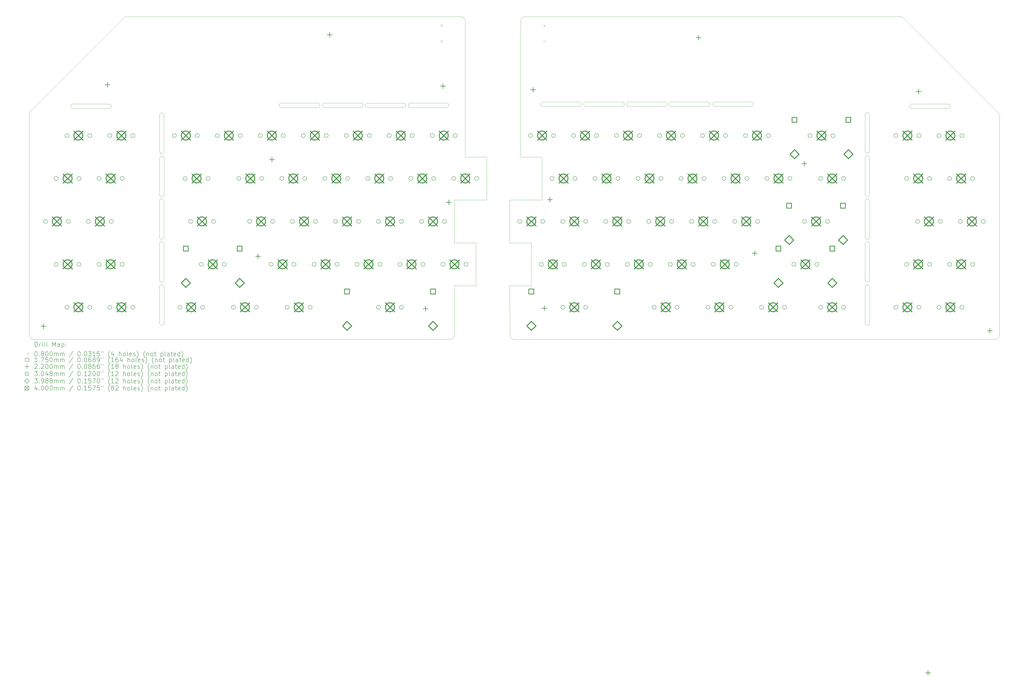
<source format=gbr>
%TF.GenerationSoftware,KiCad,Pcbnew,8.0.1*%
%TF.CreationDate,2024-04-01T00:03:29+00:00*%
%TF.ProjectId,SplitSync,53706c69-7453-4796-9e63-2e6b69636164,rev?*%
%TF.SameCoordinates,Original*%
%TF.FileFunction,Drillmap*%
%TF.FilePolarity,Positive*%
%FSLAX45Y45*%
G04 Gerber Fmt 4.5, Leading zero omitted, Abs format (unit mm)*
G04 Created by KiCad (PCBNEW 8.0.1) date 2024-04-01 00:03:29*
%MOMM*%
%LPD*%
G01*
G04 APERTURE LIST*
%ADD10C,0.100000*%
%ADD11C,0.050000*%
%ADD12C,0.200000*%
%ADD13C,0.175000*%
%ADD14C,0.220000*%
%ADD15C,0.304800*%
%ADD16C,0.398780*%
%ADD17C,0.400000*%
G04 APERTURE END LIST*
D10*
X26892584Y-24331185D02*
G75*
G02*
X26692585Y-24531505I-200004J-315D01*
G01*
X12234321Y-10265079D02*
G75*
G02*
X12375743Y-10206502I141419J-141421D01*
G01*
X27167820Y-10206500D02*
G75*
G02*
X27367820Y-10406580I0J-200000D01*
G01*
X8042900Y-14539343D02*
G75*
G02*
X8101477Y-14397920I200000J3D01*
G01*
X8242900Y-24531500D02*
G75*
G02*
X8042900Y-24331500I0J200000D01*
G01*
X29817859Y-10406459D02*
G75*
G02*
X30017859Y-10206499I200001J-41D01*
G01*
X50984321Y-14472921D02*
G75*
G02*
X51042898Y-14614343I-141421J-141419D01*
G01*
X46635057Y-10206500D02*
G75*
G02*
X46776480Y-10265077I3J-200000D01*
G01*
X29542688Y-24531500D02*
G75*
G02*
X29342690Y-24331712I2J200000D01*
G01*
X51042900Y-24331500D02*
G75*
G02*
X50842900Y-24531500I-200000J0D01*
G01*
X8242900Y-24531500D02*
X26692585Y-24531500D01*
X8042900Y-14539343D02*
X8042900Y-24331500D01*
X12234321Y-10265079D02*
X8101479Y-14397921D01*
X27167820Y-10206500D02*
X12375743Y-10206500D01*
X27365400Y-16436500D02*
X27367820Y-10406580D01*
X28317900Y-16436500D02*
X27365400Y-16436500D01*
X28317900Y-18341500D02*
X28317900Y-16436500D01*
X26889150Y-18341500D02*
X28317900Y-18341500D01*
X26889150Y-20246500D02*
X26889150Y-18341500D01*
X27841650Y-20246500D02*
X26889150Y-20246500D01*
X27841650Y-22151500D02*
X27841650Y-20246500D01*
X26889150Y-22151500D02*
X27841650Y-22151500D01*
X26892584Y-24331185D02*
X26889150Y-22151500D01*
X50842900Y-24531500D02*
X29542688Y-24531500D01*
X51042900Y-14614343D02*
X51042900Y-24331500D01*
X46776479Y-10265079D02*
X50984321Y-14472921D01*
X30017859Y-10206500D02*
X46635057Y-10206500D01*
X29816625Y-16436500D02*
X29817859Y-10406459D01*
X30769125Y-16436500D02*
X29816625Y-16436500D01*
X30769125Y-18341500D02*
X30769125Y-16436500D01*
X29340375Y-18341500D02*
X30769125Y-18341500D01*
X29340375Y-20246500D02*
X29340375Y-18341500D01*
X30292875Y-20246500D02*
X29340375Y-20246500D01*
X30292875Y-22151500D02*
X30292875Y-20246500D01*
X29340375Y-22151500D02*
X30292875Y-22151500D01*
X29342688Y-24331712D02*
X29340375Y-22151500D01*
D11*
X47064125Y-14181500D02*
X47064125Y-14181500D01*
X47164125Y-14081500D02*
X48764125Y-14081500D01*
X48764125Y-14281500D02*
X47164125Y-14281500D01*
X48864125Y-14181500D02*
X48864125Y-14181500D01*
X47064125Y-14181500D02*
G75*
G02*
X47164125Y-14081500I100000J0D01*
G01*
X47164125Y-14281500D02*
G75*
G02*
X47064125Y-14181500I0J100000D01*
G01*
X48764125Y-14081500D02*
G75*
G02*
X48864125Y-14181500I0J-100000D01*
G01*
X48864125Y-14181500D02*
G75*
G02*
X48764125Y-14281500I-100000J0D01*
G01*
X9880400Y-14181500D02*
X9880400Y-14181500D01*
X9980400Y-14081500D02*
X11580400Y-14081500D01*
X11580400Y-14281500D02*
X9980400Y-14281500D01*
X11680400Y-14181500D02*
X11680400Y-14181500D01*
X9880400Y-14181500D02*
G75*
G02*
X9980400Y-14081500I100000J0D01*
G01*
X9980400Y-14281500D02*
G75*
G02*
X9880400Y-14181500I0J100000D01*
G01*
X11580400Y-14081500D02*
G75*
G02*
X11680400Y-14181500I0J-100000D01*
G01*
X11680400Y-14181500D02*
G75*
G02*
X11580400Y-14281500I-100000J0D01*
G01*
X24630400Y-14245250D02*
X23030400Y-14245250D01*
X22930400Y-14145250D02*
X22930400Y-14145250D01*
X24730400Y-14145250D02*
X24730400Y-14145250D01*
X23030400Y-14045250D02*
X24630400Y-14045250D01*
X23030400Y-14245250D02*
G75*
G02*
X22930400Y-14145250I0J100000D01*
G01*
X22930400Y-14145250D02*
G75*
G02*
X23030400Y-14045250I100000J0D01*
G01*
X24730400Y-14145250D02*
G75*
G02*
X24630400Y-14245250I-100000J0D01*
G01*
X24630400Y-14045250D02*
G75*
G02*
X24730400Y-14145250I0J-100000D01*
G01*
X22741705Y-14241633D02*
X21141705Y-14241633D01*
X21041705Y-14141633D02*
X21041705Y-14141633D01*
X22841705Y-14141633D02*
X22841705Y-14141633D01*
X21141705Y-14041633D02*
X22741705Y-14041633D01*
X21141705Y-14241633D02*
G75*
G02*
X21041705Y-14141633I0J100000D01*
G01*
X21041705Y-14141633D02*
G75*
G02*
X21141705Y-14041633I100000J0D01*
G01*
X22841705Y-14141633D02*
G75*
G02*
X22741705Y-14241633I-100000J0D01*
G01*
X22741705Y-14041633D02*
G75*
G02*
X22841705Y-14141633I0J-100000D01*
G01*
X20822603Y-14244407D02*
X19222603Y-14244407D01*
X19122603Y-14144407D02*
X19122603Y-14144407D01*
X20922603Y-14144407D02*
X20922603Y-14144407D01*
X19222603Y-14044407D02*
X20822603Y-14044407D01*
X19222603Y-14244407D02*
G75*
G02*
X19122603Y-14144407I0J100000D01*
G01*
X19122603Y-14144407D02*
G75*
G02*
X19222603Y-14044407I100000J0D01*
G01*
X20922603Y-14144407D02*
G75*
G02*
X20822603Y-14244407I-100000J0D01*
G01*
X20822603Y-14044407D02*
G75*
G02*
X20922603Y-14144407I0J-100000D01*
G01*
X26541255Y-14242275D02*
X24941255Y-14242275D01*
X24841255Y-14142275D02*
X24841255Y-14142275D01*
X26641255Y-14142275D02*
X26641255Y-14142275D01*
X24941255Y-14042275D02*
X26541255Y-14042275D01*
X24941255Y-14242275D02*
G75*
G02*
X24841255Y-14142275I0J100000D01*
G01*
X24841255Y-14142275D02*
G75*
G02*
X24941255Y-14042275I100000J0D01*
G01*
X26641255Y-14142275D02*
G75*
G02*
X26541255Y-14242275I-100000J0D01*
G01*
X26541255Y-14042275D02*
G75*
G02*
X26641255Y-14142275I0J-100000D01*
G01*
X30805400Y-13992750D02*
X32405400Y-13992750D01*
X32505400Y-14092750D02*
X32505400Y-14092750D01*
X30705400Y-14092750D02*
X30705400Y-14092750D01*
X32405400Y-14192750D02*
X30805400Y-14192750D01*
X32405400Y-13992750D02*
G75*
G02*
X32505400Y-14092750I0J-100000D01*
G01*
X32505400Y-14092750D02*
G75*
G02*
X32405400Y-14192750I-100000J0D01*
G01*
X30705400Y-14092750D02*
G75*
G02*
X30805400Y-13992750I100000J0D01*
G01*
X30805400Y-14192750D02*
G75*
G02*
X30705400Y-14092750I0J100000D01*
G01*
X34626702Y-13988895D02*
X36226702Y-13988895D01*
X36326702Y-14088895D02*
X36326702Y-14088895D01*
X34526702Y-14088895D02*
X34526702Y-14088895D01*
X36226702Y-14188895D02*
X34626702Y-14188895D01*
X36226702Y-13988895D02*
G75*
G02*
X36326702Y-14088895I0J-100000D01*
G01*
X36326702Y-14088895D02*
G75*
G02*
X36226702Y-14188895I-100000J0D01*
G01*
X34526702Y-14088895D02*
G75*
G02*
X34626702Y-13988895I100000J0D01*
G01*
X34626702Y-14188895D02*
G75*
G02*
X34526702Y-14088895I0J100000D01*
G01*
X36515398Y-13992512D02*
X38115398Y-13992512D01*
X38215398Y-14092512D02*
X38215398Y-14092512D01*
X36415398Y-14092512D02*
X36415398Y-14092512D01*
X38115398Y-14192512D02*
X36515398Y-14192512D01*
X38115398Y-13992512D02*
G75*
G02*
X38215398Y-14092512I0J-100000D01*
G01*
X38215398Y-14092512D02*
G75*
G02*
X38115398Y-14192512I-100000J0D01*
G01*
X36415398Y-14092512D02*
G75*
G02*
X36515398Y-13992512I100000J0D01*
G01*
X36515398Y-14192512D02*
G75*
G02*
X36415398Y-14092512I0J100000D01*
G01*
X38434500Y-13989739D02*
X40034500Y-13989739D01*
X40134500Y-14089739D02*
X40134500Y-14089739D01*
X38334500Y-14089739D02*
X38334500Y-14089739D01*
X40034500Y-14189739D02*
X38434500Y-14189739D01*
X40034500Y-13989739D02*
G75*
G02*
X40134500Y-14089739I0J-100000D01*
G01*
X40134500Y-14089739D02*
G75*
G02*
X40034500Y-14189739I-100000J0D01*
G01*
X38334500Y-14089739D02*
G75*
G02*
X38434500Y-13989739I100000J0D01*
G01*
X38434500Y-14189739D02*
G75*
G02*
X38334500Y-14089739I0J100000D01*
G01*
X32715847Y-13991870D02*
X34315847Y-13991870D01*
X34415847Y-14091870D02*
X34415847Y-14091870D01*
X32615847Y-14091870D02*
X32615847Y-14091870D01*
X34315847Y-14191870D02*
X32715847Y-14191870D01*
X34315847Y-13991870D02*
G75*
G02*
X34415847Y-14091870I0J-100000D01*
G01*
X34415847Y-14091870D02*
G75*
G02*
X34315847Y-14191870I-100000J0D01*
G01*
X32615847Y-14091870D02*
G75*
G02*
X32715847Y-13991870I100000J0D01*
G01*
X32715847Y-14191870D02*
G75*
G02*
X32615847Y-14091870I0J100000D01*
G01*
X45282138Y-14568639D02*
X45282138Y-16168639D01*
X45182138Y-16268639D02*
X45182138Y-16268639D01*
X45182138Y-14468639D02*
X45182138Y-14468639D01*
X45082138Y-16168639D02*
X45082138Y-14568639D01*
X45282138Y-16168639D02*
G75*
G02*
X45182138Y-16268639I-100000J0D01*
G01*
X45182138Y-16268639D02*
G75*
G02*
X45082138Y-16168639I0J100000D01*
G01*
X45182138Y-14468639D02*
G75*
G02*
X45282138Y-14568639I0J-100000D01*
G01*
X45082138Y-14568639D02*
G75*
G02*
X45182138Y-14468639I100000J0D01*
G01*
X45285992Y-18389942D02*
X45285992Y-19989942D01*
X45185992Y-20089942D02*
X45185992Y-20089942D01*
X45185992Y-18289942D02*
X45185992Y-18289942D01*
X45085992Y-19989942D02*
X45085992Y-18389942D01*
X45285992Y-19989942D02*
G75*
G02*
X45185992Y-20089942I-100000J0D01*
G01*
X45185992Y-20089942D02*
G75*
G02*
X45085992Y-19989942I0J100000D01*
G01*
X45185992Y-18289942D02*
G75*
G02*
X45285992Y-18389942I0J-100000D01*
G01*
X45085992Y-18389942D02*
G75*
G02*
X45185992Y-18289942I100000J0D01*
G01*
X45282376Y-20278637D02*
X45282376Y-21878637D01*
X45182376Y-21978637D02*
X45182376Y-21978637D01*
X45182376Y-20178637D02*
X45182376Y-20178637D01*
X45082376Y-21878637D02*
X45082376Y-20278637D01*
X45282376Y-21878637D02*
G75*
G02*
X45182376Y-21978637I-100000J0D01*
G01*
X45182376Y-21978637D02*
G75*
G02*
X45082376Y-21878637I0J100000D01*
G01*
X45182376Y-20178637D02*
G75*
G02*
X45282376Y-20278637I0J-100000D01*
G01*
X45082376Y-20278637D02*
G75*
G02*
X45182376Y-20178637I100000J0D01*
G01*
X45285149Y-22197739D02*
X45285149Y-23797739D01*
X45185149Y-23897739D02*
X45185149Y-23897739D01*
X45185149Y-22097739D02*
X45185149Y-22097739D01*
X45085149Y-23797739D02*
X45085149Y-22197739D01*
X45285149Y-23797739D02*
G75*
G02*
X45185149Y-23897739I-100000J0D01*
G01*
X45185149Y-23897739D02*
G75*
G02*
X45085149Y-23797739I0J100000D01*
G01*
X45185149Y-22097739D02*
G75*
G02*
X45285149Y-22197739I0J-100000D01*
G01*
X45085149Y-22197739D02*
G75*
G02*
X45185149Y-22097739I100000J0D01*
G01*
X45283018Y-16479086D02*
X45283018Y-18079086D01*
X45183018Y-18179086D02*
X45183018Y-18179086D01*
X45183018Y-16379086D02*
X45183018Y-16379086D01*
X45083018Y-18079086D02*
X45083018Y-16479086D01*
X45283018Y-18079086D02*
G75*
G02*
X45183018Y-18179086I-100000J0D01*
G01*
X45183018Y-18179086D02*
G75*
G02*
X45083018Y-18079086I0J100000D01*
G01*
X45183018Y-16379086D02*
G75*
G02*
X45283018Y-16479086I0J-100000D01*
G01*
X45083018Y-16479086D02*
G75*
G02*
X45183018Y-16379086I100000J0D01*
G01*
X13813639Y-16177400D02*
X13813639Y-14577400D01*
X13913639Y-14477400D02*
X13913639Y-14477400D01*
X13913639Y-16277400D02*
X13913639Y-16277400D01*
X14013639Y-14577400D02*
X14013639Y-16177400D01*
X13813639Y-14577400D02*
G75*
G02*
X13913639Y-14477400I100000J0D01*
G01*
X13913639Y-14477400D02*
G75*
G02*
X14013639Y-14577400I0J-100000D01*
G01*
X13913639Y-16277400D02*
G75*
G02*
X13813639Y-16177400I0J100000D01*
G01*
X14013639Y-16177400D02*
G75*
G02*
X13913639Y-16277400I-100000J0D01*
G01*
X13816412Y-18096503D02*
X13816412Y-16496502D01*
X13916412Y-16396502D02*
X13916412Y-16396502D01*
X13916412Y-18196503D02*
X13916412Y-18196503D01*
X14016412Y-16496502D02*
X14016412Y-18096503D01*
X13816412Y-16496502D02*
G75*
G02*
X13916412Y-16396502I100000J0D01*
G01*
X13916412Y-16396502D02*
G75*
G02*
X14016412Y-16496502I0J-100000D01*
G01*
X13916412Y-18196503D02*
G75*
G02*
X13816412Y-18096503I0J100000D01*
G01*
X14016412Y-18096503D02*
G75*
G02*
X13916412Y-18196503I-100000J0D01*
G01*
X13812795Y-19985198D02*
X13812795Y-18385198D01*
X13912795Y-18285198D02*
X13912795Y-18285198D01*
X13912795Y-20085198D02*
X13912795Y-20085198D01*
X14012795Y-18385198D02*
X14012795Y-19985198D01*
X13812795Y-18385198D02*
G75*
G02*
X13912795Y-18285198I100000J0D01*
G01*
X13912795Y-18285198D02*
G75*
G02*
X14012795Y-18385198I0J-100000D01*
G01*
X13912795Y-20085198D02*
G75*
G02*
X13812795Y-19985198I0J100000D01*
G01*
X14012795Y-19985198D02*
G75*
G02*
X13912795Y-20085198I-100000J0D01*
G01*
X13816650Y-23806500D02*
X13816650Y-22206500D01*
X13916650Y-22106500D02*
X13916650Y-22106500D01*
X13916650Y-23906500D02*
X13916650Y-23906500D01*
X14016650Y-22206500D02*
X14016650Y-23806500D01*
X13816650Y-22206500D02*
G75*
G02*
X13916650Y-22106500I100000J0D01*
G01*
X13916650Y-22106500D02*
G75*
G02*
X14016650Y-22206500I0J-100000D01*
G01*
X13916650Y-23906500D02*
G75*
G02*
X13816650Y-23806500I0J100000D01*
G01*
X14016650Y-23806500D02*
G75*
G02*
X13916650Y-23906500I-100000J0D01*
G01*
X13815770Y-21896053D02*
X13815770Y-20296053D01*
X13915770Y-20196053D02*
X13915770Y-20196053D01*
X13915770Y-21996053D02*
X13915770Y-21996053D01*
X14015770Y-20296053D02*
X14015770Y-21896053D01*
X13815770Y-20296053D02*
G75*
G02*
X13915770Y-20196053I100000J0D01*
G01*
X13915770Y-20196053D02*
G75*
G02*
X14015770Y-20296053I0J-100000D01*
G01*
X13915770Y-21996053D02*
G75*
G02*
X13815770Y-21896053I0J100000D01*
G01*
X14015770Y-21896053D02*
G75*
G02*
X13915770Y-21996053I-100000J0D01*
G01*
D12*
D10*
X26271745Y-10556500D02*
X26351745Y-10636500D01*
X26351745Y-10556500D02*
X26271745Y-10636500D01*
X26271745Y-11256500D02*
X26351745Y-11336500D01*
X26351745Y-11256500D02*
X26271745Y-11336500D01*
X30827694Y-10565250D02*
X30907694Y-10645250D01*
X30907694Y-10565250D02*
X30827694Y-10645250D01*
X30827694Y-11265250D02*
X30907694Y-11345250D01*
X30907694Y-11265250D02*
X30827694Y-11345250D01*
D13*
X8847400Y-19294000D02*
G75*
G02*
X8672400Y-19294000I-87500J0D01*
G01*
X8672400Y-19294000D02*
G75*
G02*
X8847400Y-19294000I87500J0D01*
G01*
X9323650Y-17389000D02*
G75*
G02*
X9148650Y-17389000I-87500J0D01*
G01*
X9148650Y-17389000D02*
G75*
G02*
X9323650Y-17389000I87500J0D01*
G01*
X9323650Y-21199000D02*
G75*
G02*
X9148650Y-21199000I-87500J0D01*
G01*
X9148650Y-21199000D02*
G75*
G02*
X9323650Y-21199000I87500J0D01*
G01*
X9799900Y-15484000D02*
G75*
G02*
X9624900Y-15484000I-87500J0D01*
G01*
X9624900Y-15484000D02*
G75*
G02*
X9799900Y-15484000I87500J0D01*
G01*
X9799900Y-23104000D02*
G75*
G02*
X9624900Y-23104000I-87500J0D01*
G01*
X9624900Y-23104000D02*
G75*
G02*
X9799900Y-23104000I87500J0D01*
G01*
X9863400Y-19294000D02*
G75*
G02*
X9688400Y-19294000I-87500J0D01*
G01*
X9688400Y-19294000D02*
G75*
G02*
X9863400Y-19294000I87500J0D01*
G01*
X10339650Y-17389000D02*
G75*
G02*
X10164650Y-17389000I-87500J0D01*
G01*
X10164650Y-17389000D02*
G75*
G02*
X10339650Y-17389000I87500J0D01*
G01*
X10339650Y-21199000D02*
G75*
G02*
X10164650Y-21199000I-87500J0D01*
G01*
X10164650Y-21199000D02*
G75*
G02*
X10339650Y-21199000I87500J0D01*
G01*
X10752400Y-19294000D02*
G75*
G02*
X10577400Y-19294000I-87500J0D01*
G01*
X10577400Y-19294000D02*
G75*
G02*
X10752400Y-19294000I87500J0D01*
G01*
X10815900Y-15484000D02*
G75*
G02*
X10640900Y-15484000I-87500J0D01*
G01*
X10640900Y-15484000D02*
G75*
G02*
X10815900Y-15484000I87500J0D01*
G01*
X10815900Y-23104000D02*
G75*
G02*
X10640900Y-23104000I-87500J0D01*
G01*
X10640900Y-23104000D02*
G75*
G02*
X10815900Y-23104000I87500J0D01*
G01*
X11228650Y-17389000D02*
G75*
G02*
X11053650Y-17389000I-87500J0D01*
G01*
X11053650Y-17389000D02*
G75*
G02*
X11228650Y-17389000I87500J0D01*
G01*
X11228650Y-21199000D02*
G75*
G02*
X11053650Y-21199000I-87500J0D01*
G01*
X11053650Y-21199000D02*
G75*
G02*
X11228650Y-21199000I87500J0D01*
G01*
X11704900Y-15484000D02*
G75*
G02*
X11529900Y-15484000I-87500J0D01*
G01*
X11529900Y-15484000D02*
G75*
G02*
X11704900Y-15484000I87500J0D01*
G01*
X11704900Y-23104000D02*
G75*
G02*
X11529900Y-23104000I-87500J0D01*
G01*
X11529900Y-23104000D02*
G75*
G02*
X11704900Y-23104000I87500J0D01*
G01*
X11768400Y-19294000D02*
G75*
G02*
X11593400Y-19294000I-87500J0D01*
G01*
X11593400Y-19294000D02*
G75*
G02*
X11768400Y-19294000I87500J0D01*
G01*
X12244650Y-17389000D02*
G75*
G02*
X12069650Y-17389000I-87500J0D01*
G01*
X12069650Y-17389000D02*
G75*
G02*
X12244650Y-17389000I87500J0D01*
G01*
X12244650Y-21199000D02*
G75*
G02*
X12069650Y-21199000I-87500J0D01*
G01*
X12069650Y-21199000D02*
G75*
G02*
X12244650Y-21199000I87500J0D01*
G01*
X12720900Y-15484000D02*
G75*
G02*
X12545900Y-15484000I-87500J0D01*
G01*
X12545900Y-15484000D02*
G75*
G02*
X12720900Y-15484000I87500J0D01*
G01*
X12720900Y-23104000D02*
G75*
G02*
X12545900Y-23104000I-87500J0D01*
G01*
X12545900Y-23104000D02*
G75*
G02*
X12720900Y-23104000I87500J0D01*
G01*
X14562400Y-15484000D02*
G75*
G02*
X14387400Y-15484000I-87500J0D01*
G01*
X14387400Y-15484000D02*
G75*
G02*
X14562400Y-15484000I87500J0D01*
G01*
X14800525Y-23104000D02*
G75*
G02*
X14625525Y-23104000I-87500J0D01*
G01*
X14625525Y-23104000D02*
G75*
G02*
X14800525Y-23104000I87500J0D01*
G01*
X15038650Y-17389000D02*
G75*
G02*
X14863650Y-17389000I-87500J0D01*
G01*
X14863650Y-17389000D02*
G75*
G02*
X15038650Y-17389000I87500J0D01*
G01*
X15276775Y-19294000D02*
G75*
G02*
X15101775Y-19294000I-87500J0D01*
G01*
X15101775Y-19294000D02*
G75*
G02*
X15276775Y-19294000I87500J0D01*
G01*
X15578400Y-15484000D02*
G75*
G02*
X15403400Y-15484000I-87500J0D01*
G01*
X15403400Y-15484000D02*
G75*
G02*
X15578400Y-15484000I87500J0D01*
G01*
X15753025Y-21199000D02*
G75*
G02*
X15578025Y-21199000I-87500J0D01*
G01*
X15578025Y-21199000D02*
G75*
G02*
X15753025Y-21199000I87500J0D01*
G01*
X15816525Y-23104000D02*
G75*
G02*
X15641525Y-23104000I-87500J0D01*
G01*
X15641525Y-23104000D02*
G75*
G02*
X15816525Y-23104000I87500J0D01*
G01*
X16054650Y-17389000D02*
G75*
G02*
X15879650Y-17389000I-87500J0D01*
G01*
X15879650Y-17389000D02*
G75*
G02*
X16054650Y-17389000I87500J0D01*
G01*
X16292775Y-19294000D02*
G75*
G02*
X16117775Y-19294000I-87500J0D01*
G01*
X16117775Y-19294000D02*
G75*
G02*
X16292775Y-19294000I87500J0D01*
G01*
X16467400Y-15484000D02*
G75*
G02*
X16292400Y-15484000I-87500J0D01*
G01*
X16292400Y-15484000D02*
G75*
G02*
X16467400Y-15484000I87500J0D01*
G01*
X16769025Y-21199000D02*
G75*
G02*
X16594025Y-21199000I-87500J0D01*
G01*
X16594025Y-21199000D02*
G75*
G02*
X16769025Y-21199000I87500J0D01*
G01*
X17181775Y-23104000D02*
G75*
G02*
X17006775Y-23104000I-87500J0D01*
G01*
X17006775Y-23104000D02*
G75*
G02*
X17181775Y-23104000I87500J0D01*
G01*
X17419900Y-17389000D02*
G75*
G02*
X17244900Y-17389000I-87500J0D01*
G01*
X17244900Y-17389000D02*
G75*
G02*
X17419900Y-17389000I87500J0D01*
G01*
X17483400Y-15484000D02*
G75*
G02*
X17308400Y-15484000I-87500J0D01*
G01*
X17308400Y-15484000D02*
G75*
G02*
X17483400Y-15484000I87500J0D01*
G01*
X17896150Y-19294000D02*
G75*
G02*
X17721150Y-19294000I-87500J0D01*
G01*
X17721150Y-19294000D02*
G75*
G02*
X17896150Y-19294000I87500J0D01*
G01*
X18197775Y-23104000D02*
G75*
G02*
X18022775Y-23104000I-87500J0D01*
G01*
X18022775Y-23104000D02*
G75*
G02*
X18197775Y-23104000I87500J0D01*
G01*
X18372400Y-15484000D02*
G75*
G02*
X18197400Y-15484000I-87500J0D01*
G01*
X18197400Y-15484000D02*
G75*
G02*
X18372400Y-15484000I87500J0D01*
G01*
X18435900Y-17389000D02*
G75*
G02*
X18260900Y-17389000I-87500J0D01*
G01*
X18260900Y-17389000D02*
G75*
G02*
X18435900Y-17389000I87500J0D01*
G01*
X18848650Y-21199000D02*
G75*
G02*
X18673650Y-21199000I-87500J0D01*
G01*
X18673650Y-21199000D02*
G75*
G02*
X18848650Y-21199000I87500J0D01*
G01*
X18912150Y-19294000D02*
G75*
G02*
X18737150Y-19294000I-87500J0D01*
G01*
X18737150Y-19294000D02*
G75*
G02*
X18912150Y-19294000I87500J0D01*
G01*
X19324900Y-17389000D02*
G75*
G02*
X19149900Y-17389000I-87500J0D01*
G01*
X19149900Y-17389000D02*
G75*
G02*
X19324900Y-17389000I87500J0D01*
G01*
X19388400Y-15484000D02*
G75*
G02*
X19213400Y-15484000I-87500J0D01*
G01*
X19213400Y-15484000D02*
G75*
G02*
X19388400Y-15484000I87500J0D01*
G01*
X19563025Y-23104000D02*
G75*
G02*
X19388025Y-23104000I-87500J0D01*
G01*
X19388025Y-23104000D02*
G75*
G02*
X19563025Y-23104000I87500J0D01*
G01*
X19801150Y-19294000D02*
G75*
G02*
X19626150Y-19294000I-87500J0D01*
G01*
X19626150Y-19294000D02*
G75*
G02*
X19801150Y-19294000I87500J0D01*
G01*
X19864650Y-21199000D02*
G75*
G02*
X19689650Y-21199000I-87500J0D01*
G01*
X19689650Y-21199000D02*
G75*
G02*
X19864650Y-21199000I87500J0D01*
G01*
X20277400Y-15484000D02*
G75*
G02*
X20102400Y-15484000I-87500J0D01*
G01*
X20102400Y-15484000D02*
G75*
G02*
X20277400Y-15484000I87500J0D01*
G01*
X20340900Y-17389000D02*
G75*
G02*
X20165900Y-17389000I-87500J0D01*
G01*
X20165900Y-17389000D02*
G75*
G02*
X20340900Y-17389000I87500J0D01*
G01*
X20579025Y-23104000D02*
G75*
G02*
X20404025Y-23104000I-87500J0D01*
G01*
X20404025Y-23104000D02*
G75*
G02*
X20579025Y-23104000I87500J0D01*
G01*
X20753650Y-21199000D02*
G75*
G02*
X20578650Y-21199000I-87500J0D01*
G01*
X20578650Y-21199000D02*
G75*
G02*
X20753650Y-21199000I87500J0D01*
G01*
X20817150Y-19294000D02*
G75*
G02*
X20642150Y-19294000I-87500J0D01*
G01*
X20642150Y-19294000D02*
G75*
G02*
X20817150Y-19294000I87500J0D01*
G01*
X21229900Y-17389000D02*
G75*
G02*
X21054900Y-17389000I-87500J0D01*
G01*
X21054900Y-17389000D02*
G75*
G02*
X21229900Y-17389000I87500J0D01*
G01*
X21293400Y-15484000D02*
G75*
G02*
X21118400Y-15484000I-87500J0D01*
G01*
X21118400Y-15484000D02*
G75*
G02*
X21293400Y-15484000I87500J0D01*
G01*
X21706150Y-19294000D02*
G75*
G02*
X21531150Y-19294000I-87500J0D01*
G01*
X21531150Y-19294000D02*
G75*
G02*
X21706150Y-19294000I87500J0D01*
G01*
X21769650Y-21199000D02*
G75*
G02*
X21594650Y-21199000I-87500J0D01*
G01*
X21594650Y-21199000D02*
G75*
G02*
X21769650Y-21199000I87500J0D01*
G01*
X22182400Y-15484000D02*
G75*
G02*
X22007400Y-15484000I-87500J0D01*
G01*
X22007400Y-15484000D02*
G75*
G02*
X22182400Y-15484000I87500J0D01*
G01*
X22245900Y-17389000D02*
G75*
G02*
X22070900Y-17389000I-87500J0D01*
G01*
X22070900Y-17389000D02*
G75*
G02*
X22245900Y-17389000I87500J0D01*
G01*
X22658650Y-21199000D02*
G75*
G02*
X22483650Y-21199000I-87500J0D01*
G01*
X22483650Y-21199000D02*
G75*
G02*
X22658650Y-21199000I87500J0D01*
G01*
X22722150Y-19294000D02*
G75*
G02*
X22547150Y-19294000I-87500J0D01*
G01*
X22547150Y-19294000D02*
G75*
G02*
X22722150Y-19294000I87500J0D01*
G01*
X23134900Y-17389000D02*
G75*
G02*
X22959900Y-17389000I-87500J0D01*
G01*
X22959900Y-17389000D02*
G75*
G02*
X23134900Y-17389000I87500J0D01*
G01*
X23198400Y-15484000D02*
G75*
G02*
X23023400Y-15484000I-87500J0D01*
G01*
X23023400Y-15484000D02*
G75*
G02*
X23198400Y-15484000I87500J0D01*
G01*
X23611150Y-19294000D02*
G75*
G02*
X23436150Y-19294000I-87500J0D01*
G01*
X23436150Y-19294000D02*
G75*
G02*
X23611150Y-19294000I87500J0D01*
G01*
X23611150Y-23104000D02*
G75*
G02*
X23436150Y-23104000I-87500J0D01*
G01*
X23436150Y-23104000D02*
G75*
G02*
X23611150Y-23104000I87500J0D01*
G01*
X23674650Y-21199000D02*
G75*
G02*
X23499650Y-21199000I-87500J0D01*
G01*
X23499650Y-21199000D02*
G75*
G02*
X23674650Y-21199000I87500J0D01*
G01*
X24087400Y-15484000D02*
G75*
G02*
X23912400Y-15484000I-87500J0D01*
G01*
X23912400Y-15484000D02*
G75*
G02*
X24087400Y-15484000I87500J0D01*
G01*
X24150900Y-17389000D02*
G75*
G02*
X23975900Y-17389000I-87500J0D01*
G01*
X23975900Y-17389000D02*
G75*
G02*
X24150900Y-17389000I87500J0D01*
G01*
X24563650Y-21199000D02*
G75*
G02*
X24388650Y-21199000I-87500J0D01*
G01*
X24388650Y-21199000D02*
G75*
G02*
X24563650Y-21199000I87500J0D01*
G01*
X24627150Y-19294000D02*
G75*
G02*
X24452150Y-19294000I-87500J0D01*
G01*
X24452150Y-19294000D02*
G75*
G02*
X24627150Y-19294000I87500J0D01*
G01*
X24627150Y-23104000D02*
G75*
G02*
X24452150Y-23104000I-87500J0D01*
G01*
X24452150Y-23104000D02*
G75*
G02*
X24627150Y-23104000I87500J0D01*
G01*
X25039900Y-17389000D02*
G75*
G02*
X24864900Y-17389000I-87500J0D01*
G01*
X24864900Y-17389000D02*
G75*
G02*
X25039900Y-17389000I87500J0D01*
G01*
X25103400Y-15484000D02*
G75*
G02*
X24928400Y-15484000I-87500J0D01*
G01*
X24928400Y-15484000D02*
G75*
G02*
X25103400Y-15484000I87500J0D01*
G01*
X25516150Y-19294000D02*
G75*
G02*
X25341150Y-19294000I-87500J0D01*
G01*
X25341150Y-19294000D02*
G75*
G02*
X25516150Y-19294000I87500J0D01*
G01*
X25579650Y-21199000D02*
G75*
G02*
X25404650Y-21199000I-87500J0D01*
G01*
X25404650Y-21199000D02*
G75*
G02*
X25579650Y-21199000I87500J0D01*
G01*
X25992400Y-15484000D02*
G75*
G02*
X25817400Y-15484000I-87500J0D01*
G01*
X25817400Y-15484000D02*
G75*
G02*
X25992400Y-15484000I87500J0D01*
G01*
X26055900Y-17389000D02*
G75*
G02*
X25880900Y-17389000I-87500J0D01*
G01*
X25880900Y-17389000D02*
G75*
G02*
X26055900Y-17389000I87500J0D01*
G01*
X26468650Y-21199000D02*
G75*
G02*
X26293650Y-21199000I-87500J0D01*
G01*
X26293650Y-21199000D02*
G75*
G02*
X26468650Y-21199000I87500J0D01*
G01*
X26532150Y-19294000D02*
G75*
G02*
X26357150Y-19294000I-87500J0D01*
G01*
X26357150Y-19294000D02*
G75*
G02*
X26532150Y-19294000I87500J0D01*
G01*
X26944900Y-17389000D02*
G75*
G02*
X26769900Y-17389000I-87500J0D01*
G01*
X26769900Y-17389000D02*
G75*
G02*
X26944900Y-17389000I87500J0D01*
G01*
X27008400Y-15484000D02*
G75*
G02*
X26833400Y-15484000I-87500J0D01*
G01*
X26833400Y-15484000D02*
G75*
G02*
X27008400Y-15484000I87500J0D01*
G01*
X27484650Y-21199000D02*
G75*
G02*
X27309650Y-21199000I-87500J0D01*
G01*
X27309650Y-21199000D02*
G75*
G02*
X27484650Y-21199000I87500J0D01*
G01*
X27960900Y-17389000D02*
G75*
G02*
X27785900Y-17389000I-87500J0D01*
G01*
X27785900Y-17389000D02*
G75*
G02*
X27960900Y-17389000I87500J0D01*
G01*
X29872375Y-19294000D02*
G75*
G02*
X29697375Y-19294000I-87500J0D01*
G01*
X29697375Y-19294000D02*
G75*
G02*
X29872375Y-19294000I87500J0D01*
G01*
X30348625Y-15484000D02*
G75*
G02*
X30173625Y-15484000I-87500J0D01*
G01*
X30173625Y-15484000D02*
G75*
G02*
X30348625Y-15484000I87500J0D01*
G01*
X30824875Y-21199000D02*
G75*
G02*
X30649875Y-21199000I-87500J0D01*
G01*
X30649875Y-21199000D02*
G75*
G02*
X30824875Y-21199000I87500J0D01*
G01*
X30888375Y-19294000D02*
G75*
G02*
X30713375Y-19294000I-87500J0D01*
G01*
X30713375Y-19294000D02*
G75*
G02*
X30888375Y-19294000I87500J0D01*
G01*
X31301125Y-17389000D02*
G75*
G02*
X31126125Y-17389000I-87500J0D01*
G01*
X31126125Y-17389000D02*
G75*
G02*
X31301125Y-17389000I87500J0D01*
G01*
X31364625Y-15484000D02*
G75*
G02*
X31189625Y-15484000I-87500J0D01*
G01*
X31189625Y-15484000D02*
G75*
G02*
X31364625Y-15484000I87500J0D01*
G01*
X31777375Y-19294000D02*
G75*
G02*
X31602375Y-19294000I-87500J0D01*
G01*
X31602375Y-19294000D02*
G75*
G02*
X31777375Y-19294000I87500J0D01*
G01*
X31777375Y-23104000D02*
G75*
G02*
X31602375Y-23104000I-87500J0D01*
G01*
X31602375Y-23104000D02*
G75*
G02*
X31777375Y-23104000I87500J0D01*
G01*
X31840875Y-21199000D02*
G75*
G02*
X31665875Y-21199000I-87500J0D01*
G01*
X31665875Y-21199000D02*
G75*
G02*
X31840875Y-21199000I87500J0D01*
G01*
X32253625Y-15484000D02*
G75*
G02*
X32078625Y-15484000I-87500J0D01*
G01*
X32078625Y-15484000D02*
G75*
G02*
X32253625Y-15484000I87500J0D01*
G01*
X32317125Y-17389000D02*
G75*
G02*
X32142125Y-17389000I-87500J0D01*
G01*
X32142125Y-17389000D02*
G75*
G02*
X32317125Y-17389000I87500J0D01*
G01*
X32729875Y-21199000D02*
G75*
G02*
X32554875Y-21199000I-87500J0D01*
G01*
X32554875Y-21199000D02*
G75*
G02*
X32729875Y-21199000I87500J0D01*
G01*
X32793375Y-19294000D02*
G75*
G02*
X32618375Y-19294000I-87500J0D01*
G01*
X32618375Y-19294000D02*
G75*
G02*
X32793375Y-19294000I87500J0D01*
G01*
X32793375Y-23104000D02*
G75*
G02*
X32618375Y-23104000I-87500J0D01*
G01*
X32618375Y-23104000D02*
G75*
G02*
X32793375Y-23104000I87500J0D01*
G01*
X33206125Y-17389000D02*
G75*
G02*
X33031125Y-17389000I-87500J0D01*
G01*
X33031125Y-17389000D02*
G75*
G02*
X33206125Y-17389000I87500J0D01*
G01*
X33269625Y-15484000D02*
G75*
G02*
X33094625Y-15484000I-87500J0D01*
G01*
X33094625Y-15484000D02*
G75*
G02*
X33269625Y-15484000I87500J0D01*
G01*
X33682375Y-19294000D02*
G75*
G02*
X33507375Y-19294000I-87500J0D01*
G01*
X33507375Y-19294000D02*
G75*
G02*
X33682375Y-19294000I87500J0D01*
G01*
X33745875Y-21199000D02*
G75*
G02*
X33570875Y-21199000I-87500J0D01*
G01*
X33570875Y-21199000D02*
G75*
G02*
X33745875Y-21199000I87500J0D01*
G01*
X34158625Y-15484000D02*
G75*
G02*
X33983625Y-15484000I-87500J0D01*
G01*
X33983625Y-15484000D02*
G75*
G02*
X34158625Y-15484000I87500J0D01*
G01*
X34222125Y-17389000D02*
G75*
G02*
X34047125Y-17389000I-87500J0D01*
G01*
X34047125Y-17389000D02*
G75*
G02*
X34222125Y-17389000I87500J0D01*
G01*
X34634875Y-21199000D02*
G75*
G02*
X34459875Y-21199000I-87500J0D01*
G01*
X34459875Y-21199000D02*
G75*
G02*
X34634875Y-21199000I87500J0D01*
G01*
X34698375Y-19294000D02*
G75*
G02*
X34523375Y-19294000I-87500J0D01*
G01*
X34523375Y-19294000D02*
G75*
G02*
X34698375Y-19294000I87500J0D01*
G01*
X35111125Y-17389000D02*
G75*
G02*
X34936125Y-17389000I-87500J0D01*
G01*
X34936125Y-17389000D02*
G75*
G02*
X35111125Y-17389000I87500J0D01*
G01*
X35174625Y-15484000D02*
G75*
G02*
X34999625Y-15484000I-87500J0D01*
G01*
X34999625Y-15484000D02*
G75*
G02*
X35174625Y-15484000I87500J0D01*
G01*
X35587375Y-19294000D02*
G75*
G02*
X35412375Y-19294000I-87500J0D01*
G01*
X35412375Y-19294000D02*
G75*
G02*
X35587375Y-19294000I87500J0D01*
G01*
X35650875Y-21199000D02*
G75*
G02*
X35475875Y-21199000I-87500J0D01*
G01*
X35475875Y-21199000D02*
G75*
G02*
X35650875Y-21199000I87500J0D01*
G01*
X35825500Y-23104000D02*
G75*
G02*
X35650500Y-23104000I-87500J0D01*
G01*
X35650500Y-23104000D02*
G75*
G02*
X35825500Y-23104000I87500J0D01*
G01*
X36063625Y-15484000D02*
G75*
G02*
X35888625Y-15484000I-87500J0D01*
G01*
X35888625Y-15484000D02*
G75*
G02*
X36063625Y-15484000I87500J0D01*
G01*
X36127125Y-17389000D02*
G75*
G02*
X35952125Y-17389000I-87500J0D01*
G01*
X35952125Y-17389000D02*
G75*
G02*
X36127125Y-17389000I87500J0D01*
G01*
X36539875Y-21199000D02*
G75*
G02*
X36364875Y-21199000I-87500J0D01*
G01*
X36364875Y-21199000D02*
G75*
G02*
X36539875Y-21199000I87500J0D01*
G01*
X36603375Y-19294000D02*
G75*
G02*
X36428375Y-19294000I-87500J0D01*
G01*
X36428375Y-19294000D02*
G75*
G02*
X36603375Y-19294000I87500J0D01*
G01*
X36841500Y-23104000D02*
G75*
G02*
X36666500Y-23104000I-87500J0D01*
G01*
X36666500Y-23104000D02*
G75*
G02*
X36841500Y-23104000I87500J0D01*
G01*
X37016125Y-17389000D02*
G75*
G02*
X36841125Y-17389000I-87500J0D01*
G01*
X36841125Y-17389000D02*
G75*
G02*
X37016125Y-17389000I87500J0D01*
G01*
X37079625Y-15484000D02*
G75*
G02*
X36904625Y-15484000I-87500J0D01*
G01*
X36904625Y-15484000D02*
G75*
G02*
X37079625Y-15484000I87500J0D01*
G01*
X37492375Y-19294000D02*
G75*
G02*
X37317375Y-19294000I-87500J0D01*
G01*
X37317375Y-19294000D02*
G75*
G02*
X37492375Y-19294000I87500J0D01*
G01*
X37555875Y-21199000D02*
G75*
G02*
X37380875Y-21199000I-87500J0D01*
G01*
X37380875Y-21199000D02*
G75*
G02*
X37555875Y-21199000I87500J0D01*
G01*
X37968625Y-15484000D02*
G75*
G02*
X37793625Y-15484000I-87500J0D01*
G01*
X37793625Y-15484000D02*
G75*
G02*
X37968625Y-15484000I87500J0D01*
G01*
X38032125Y-17389000D02*
G75*
G02*
X37857125Y-17389000I-87500J0D01*
G01*
X37857125Y-17389000D02*
G75*
G02*
X38032125Y-17389000I87500J0D01*
G01*
X38206750Y-23104000D02*
G75*
G02*
X38031750Y-23104000I-87500J0D01*
G01*
X38031750Y-23104000D02*
G75*
G02*
X38206750Y-23104000I87500J0D01*
G01*
X38444875Y-21199000D02*
G75*
G02*
X38269875Y-21199000I-87500J0D01*
G01*
X38269875Y-21199000D02*
G75*
G02*
X38444875Y-21199000I87500J0D01*
G01*
X38508375Y-19294000D02*
G75*
G02*
X38333375Y-19294000I-87500J0D01*
G01*
X38333375Y-19294000D02*
G75*
G02*
X38508375Y-19294000I87500J0D01*
G01*
X38921125Y-17389000D02*
G75*
G02*
X38746125Y-17389000I-87500J0D01*
G01*
X38746125Y-17389000D02*
G75*
G02*
X38921125Y-17389000I87500J0D01*
G01*
X38984625Y-15484000D02*
G75*
G02*
X38809625Y-15484000I-87500J0D01*
G01*
X38809625Y-15484000D02*
G75*
G02*
X38984625Y-15484000I87500J0D01*
G01*
X39222750Y-23104000D02*
G75*
G02*
X39047750Y-23104000I-87500J0D01*
G01*
X39047750Y-23104000D02*
G75*
G02*
X39222750Y-23104000I87500J0D01*
G01*
X39397375Y-19294000D02*
G75*
G02*
X39222375Y-19294000I-87500J0D01*
G01*
X39222375Y-19294000D02*
G75*
G02*
X39397375Y-19294000I87500J0D01*
G01*
X39460875Y-21199000D02*
G75*
G02*
X39285875Y-21199000I-87500J0D01*
G01*
X39285875Y-21199000D02*
G75*
G02*
X39460875Y-21199000I87500J0D01*
G01*
X39873625Y-15484000D02*
G75*
G02*
X39698625Y-15484000I-87500J0D01*
G01*
X39698625Y-15484000D02*
G75*
G02*
X39873625Y-15484000I87500J0D01*
G01*
X39937125Y-17389000D02*
G75*
G02*
X39762125Y-17389000I-87500J0D01*
G01*
X39762125Y-17389000D02*
G75*
G02*
X39937125Y-17389000I87500J0D01*
G01*
X40413375Y-19294000D02*
G75*
G02*
X40238375Y-19294000I-87500J0D01*
G01*
X40238375Y-19294000D02*
G75*
G02*
X40413375Y-19294000I87500J0D01*
G01*
X40588000Y-23104000D02*
G75*
G02*
X40413000Y-23104000I-87500J0D01*
G01*
X40413000Y-23104000D02*
G75*
G02*
X40588000Y-23104000I87500J0D01*
G01*
X40826125Y-17389000D02*
G75*
G02*
X40651125Y-17389000I-87500J0D01*
G01*
X40651125Y-17389000D02*
G75*
G02*
X40826125Y-17389000I87500J0D01*
G01*
X40889625Y-15484000D02*
G75*
G02*
X40714625Y-15484000I-87500J0D01*
G01*
X40714625Y-15484000D02*
G75*
G02*
X40889625Y-15484000I87500J0D01*
G01*
X41604000Y-23104000D02*
G75*
G02*
X41429000Y-23104000I-87500J0D01*
G01*
X41429000Y-23104000D02*
G75*
G02*
X41604000Y-23104000I87500J0D01*
G01*
X41842125Y-17389000D02*
G75*
G02*
X41667125Y-17389000I-87500J0D01*
G01*
X41667125Y-17389000D02*
G75*
G02*
X41842125Y-17389000I87500J0D01*
G01*
X42016750Y-21199000D02*
G75*
G02*
X41841750Y-21199000I-87500J0D01*
G01*
X41841750Y-21199000D02*
G75*
G02*
X42016750Y-21199000I87500J0D01*
G01*
X42493000Y-19294000D02*
G75*
G02*
X42318000Y-19294000I-87500J0D01*
G01*
X42318000Y-19294000D02*
G75*
G02*
X42493000Y-19294000I87500J0D01*
G01*
X42731125Y-15484000D02*
G75*
G02*
X42556125Y-15484000I-87500J0D01*
G01*
X42556125Y-15484000D02*
G75*
G02*
X42731125Y-15484000I87500J0D01*
G01*
X43032750Y-21199000D02*
G75*
G02*
X42857750Y-21199000I-87500J0D01*
G01*
X42857750Y-21199000D02*
G75*
G02*
X43032750Y-21199000I87500J0D01*
G01*
X43207375Y-17389000D02*
G75*
G02*
X43032375Y-17389000I-87500J0D01*
G01*
X43032375Y-17389000D02*
G75*
G02*
X43207375Y-17389000I87500J0D01*
G01*
X43207375Y-23104000D02*
G75*
G02*
X43032375Y-23104000I-87500J0D01*
G01*
X43032375Y-23104000D02*
G75*
G02*
X43207375Y-23104000I87500J0D01*
G01*
X43509000Y-19294000D02*
G75*
G02*
X43334000Y-19294000I-87500J0D01*
G01*
X43334000Y-19294000D02*
G75*
G02*
X43509000Y-19294000I87500J0D01*
G01*
X43747125Y-15484000D02*
G75*
G02*
X43572125Y-15484000I-87500J0D01*
G01*
X43572125Y-15484000D02*
G75*
G02*
X43747125Y-15484000I87500J0D01*
G01*
X44223375Y-17389000D02*
G75*
G02*
X44048375Y-17389000I-87500J0D01*
G01*
X44048375Y-17389000D02*
G75*
G02*
X44223375Y-17389000I87500J0D01*
G01*
X44223375Y-23104000D02*
G75*
G02*
X44048375Y-23104000I-87500J0D01*
G01*
X44048375Y-23104000D02*
G75*
G02*
X44223375Y-23104000I87500J0D01*
G01*
X46541125Y-15484000D02*
G75*
G02*
X46366125Y-15484000I-87500J0D01*
G01*
X46366125Y-15484000D02*
G75*
G02*
X46541125Y-15484000I87500J0D01*
G01*
X46541125Y-23104000D02*
G75*
G02*
X46366125Y-23104000I-87500J0D01*
G01*
X46366125Y-23104000D02*
G75*
G02*
X46541125Y-23104000I87500J0D01*
G01*
X47017375Y-17389000D02*
G75*
G02*
X46842375Y-17389000I-87500J0D01*
G01*
X46842375Y-17389000D02*
G75*
G02*
X47017375Y-17389000I87500J0D01*
G01*
X47017375Y-21199000D02*
G75*
G02*
X46842375Y-21199000I-87500J0D01*
G01*
X46842375Y-21199000D02*
G75*
G02*
X47017375Y-21199000I87500J0D01*
G01*
X47493625Y-19294000D02*
G75*
G02*
X47318625Y-19294000I-87500J0D01*
G01*
X47318625Y-19294000D02*
G75*
G02*
X47493625Y-19294000I87500J0D01*
G01*
X47557125Y-15484000D02*
G75*
G02*
X47382125Y-15484000I-87500J0D01*
G01*
X47382125Y-15484000D02*
G75*
G02*
X47557125Y-15484000I87500J0D01*
G01*
X47557125Y-23104000D02*
G75*
G02*
X47382125Y-23104000I-87500J0D01*
G01*
X47382125Y-23104000D02*
G75*
G02*
X47557125Y-23104000I87500J0D01*
G01*
X48033375Y-17389000D02*
G75*
G02*
X47858375Y-17389000I-87500J0D01*
G01*
X47858375Y-17389000D02*
G75*
G02*
X48033375Y-17389000I87500J0D01*
G01*
X48033375Y-21199000D02*
G75*
G02*
X47858375Y-21199000I-87500J0D01*
G01*
X47858375Y-21199000D02*
G75*
G02*
X48033375Y-21199000I87500J0D01*
G01*
X48446125Y-15484000D02*
G75*
G02*
X48271125Y-15484000I-87500J0D01*
G01*
X48271125Y-15484000D02*
G75*
G02*
X48446125Y-15484000I87500J0D01*
G01*
X48446125Y-23104000D02*
G75*
G02*
X48271125Y-23104000I-87500J0D01*
G01*
X48271125Y-23104000D02*
G75*
G02*
X48446125Y-23104000I87500J0D01*
G01*
X48509625Y-19294000D02*
G75*
G02*
X48334625Y-19294000I-87500J0D01*
G01*
X48334625Y-19294000D02*
G75*
G02*
X48509625Y-19294000I87500J0D01*
G01*
X48922375Y-17389000D02*
G75*
G02*
X48747375Y-17389000I-87500J0D01*
G01*
X48747375Y-17389000D02*
G75*
G02*
X48922375Y-17389000I87500J0D01*
G01*
X48922375Y-21199000D02*
G75*
G02*
X48747375Y-21199000I-87500J0D01*
G01*
X48747375Y-21199000D02*
G75*
G02*
X48922375Y-21199000I87500J0D01*
G01*
X49398625Y-19294000D02*
G75*
G02*
X49223625Y-19294000I-87500J0D01*
G01*
X49223625Y-19294000D02*
G75*
G02*
X49398625Y-19294000I87500J0D01*
G01*
X49462125Y-15484000D02*
G75*
G02*
X49287125Y-15484000I-87500J0D01*
G01*
X49287125Y-15484000D02*
G75*
G02*
X49462125Y-15484000I87500J0D01*
G01*
X49462125Y-23104000D02*
G75*
G02*
X49287125Y-23104000I-87500J0D01*
G01*
X49287125Y-23104000D02*
G75*
G02*
X49462125Y-23104000I87500J0D01*
G01*
X49938375Y-17389000D02*
G75*
G02*
X49763375Y-17389000I-87500J0D01*
G01*
X49763375Y-17389000D02*
G75*
G02*
X49938375Y-17389000I87500J0D01*
G01*
X49938375Y-21199000D02*
G75*
G02*
X49763375Y-21199000I-87500J0D01*
G01*
X49763375Y-21199000D02*
G75*
G02*
X49938375Y-21199000I87500J0D01*
G01*
X50414625Y-19294000D02*
G75*
G02*
X50239625Y-19294000I-87500J0D01*
G01*
X50239625Y-19294000D02*
G75*
G02*
X50414625Y-19294000I87500J0D01*
G01*
D14*
X8669270Y-23835107D02*
X8669270Y-24055107D01*
X8559270Y-23945107D02*
X8779270Y-23945107D01*
X11509270Y-13115107D02*
X11509270Y-13335107D01*
X11399270Y-13225107D02*
X11619270Y-13225107D01*
X18173525Y-20729000D02*
X18173525Y-20949000D01*
X18063525Y-20839000D02*
X18283525Y-20839000D01*
X18791625Y-16434000D02*
X18791625Y-16654000D01*
X18681625Y-16544000D02*
X18901625Y-16544000D01*
X21351625Y-10899000D02*
X21351625Y-11119000D01*
X21241625Y-11009000D02*
X21461625Y-11009000D01*
X25599150Y-23056000D02*
X25599150Y-23276000D01*
X25489150Y-23166000D02*
X25709150Y-23166000D01*
X26371625Y-13174000D02*
X26371625Y-13394000D01*
X26261625Y-13284000D02*
X26481625Y-13284000D01*
X26631625Y-18334000D02*
X26631625Y-18554000D01*
X26521625Y-18444000D02*
X26741625Y-18444000D01*
X30371625Y-13334000D02*
X30371625Y-13554000D01*
X30261625Y-13444000D02*
X30481625Y-13444000D01*
X30871625Y-23034000D02*
X30871625Y-23254000D01*
X30761625Y-23144000D02*
X30981625Y-23144000D01*
X31111625Y-18214000D02*
X31111625Y-18434000D01*
X31001625Y-18324000D02*
X31221625Y-18324000D01*
X37701625Y-11024000D02*
X37701625Y-11244000D01*
X37591625Y-11134000D02*
X37811625Y-11134000D01*
X40191625Y-20594000D02*
X40191625Y-20814000D01*
X40081625Y-20704000D02*
X40301625Y-20704000D01*
X42391625Y-16614000D02*
X42391625Y-16834000D01*
X42281625Y-16724000D02*
X42501625Y-16724000D01*
X47451625Y-13414000D02*
X47451625Y-13634000D01*
X47341625Y-13524000D02*
X47561625Y-13524000D01*
X47873980Y-39215107D02*
X47873980Y-39435107D01*
X47763980Y-39325107D02*
X47983980Y-39325107D01*
X47873980Y-39215107D02*
X47873980Y-39435107D01*
X47763980Y-39325107D02*
X47983980Y-39325107D01*
X50611625Y-24034000D02*
X50611625Y-24254000D01*
X50501625Y-24144000D02*
X50721625Y-24144000D01*
D15*
X15087489Y-20608264D02*
X15087489Y-20392736D01*
X14871961Y-20392736D01*
X14871961Y-20608264D01*
X15087489Y-20608264D01*
X17475089Y-20608264D02*
X17475089Y-20392736D01*
X17259561Y-20392736D01*
X17259561Y-20608264D01*
X17475089Y-20608264D01*
X22234414Y-22513264D02*
X22234414Y-22297736D01*
X22018886Y-22297736D01*
X22018886Y-22513264D01*
X22234414Y-22513264D01*
X26044414Y-22513264D02*
X26044414Y-22297736D01*
X25828886Y-22297736D01*
X25828886Y-22513264D01*
X26044414Y-22513264D01*
X30400639Y-22513264D02*
X30400639Y-22297736D01*
X30185111Y-22297736D01*
X30185111Y-22513264D01*
X30400639Y-22513264D01*
X34210639Y-22513264D02*
X34210639Y-22297736D01*
X33995111Y-22297736D01*
X33995111Y-22513264D01*
X34210639Y-22513264D01*
X41351214Y-20608264D02*
X41351214Y-20392736D01*
X41135686Y-20392736D01*
X41135686Y-20608264D01*
X41351214Y-20608264D01*
X41827464Y-18703264D02*
X41827464Y-18487736D01*
X41611936Y-18487736D01*
X41611936Y-18703264D01*
X41827464Y-18703264D01*
X42065589Y-14893264D02*
X42065589Y-14677736D01*
X41850061Y-14677736D01*
X41850061Y-14893264D01*
X42065589Y-14893264D01*
X43738814Y-20608264D02*
X43738814Y-20392736D01*
X43523286Y-20392736D01*
X43523286Y-20608264D01*
X43738814Y-20608264D01*
X44215064Y-18703264D02*
X44215064Y-18487736D01*
X43999536Y-18487736D01*
X43999536Y-18703264D01*
X44215064Y-18703264D01*
X44453189Y-14893264D02*
X44453189Y-14677736D01*
X44237661Y-14677736D01*
X44237661Y-14893264D01*
X44453189Y-14893264D01*
D16*
X14979725Y-22220890D02*
X15179115Y-22021500D01*
X14979725Y-21822110D01*
X14780335Y-22021500D01*
X14979725Y-22220890D01*
X17367325Y-22220890D02*
X17566715Y-22021500D01*
X17367325Y-21822110D01*
X17167935Y-22021500D01*
X17367325Y-22220890D01*
X22126650Y-24125890D02*
X22326040Y-23926500D01*
X22126650Y-23727110D01*
X21927260Y-23926500D01*
X22126650Y-24125890D01*
X25936650Y-24125890D02*
X26136040Y-23926500D01*
X25936650Y-23727110D01*
X25737260Y-23926500D01*
X25936650Y-24125890D01*
X30292875Y-24125890D02*
X30492265Y-23926500D01*
X30292875Y-23727110D01*
X30093485Y-23926500D01*
X30292875Y-24125890D01*
X34102875Y-24125890D02*
X34302265Y-23926500D01*
X34102875Y-23727110D01*
X33903485Y-23926500D01*
X34102875Y-24125890D01*
X41243450Y-22220890D02*
X41442840Y-22021500D01*
X41243450Y-21822110D01*
X41044060Y-22021500D01*
X41243450Y-22220890D01*
X41719700Y-20315890D02*
X41919090Y-20116500D01*
X41719700Y-19917110D01*
X41520310Y-20116500D01*
X41719700Y-20315890D01*
X41957825Y-16505890D02*
X42157215Y-16306500D01*
X41957825Y-16107110D01*
X41758435Y-16306500D01*
X41957825Y-16505890D01*
X43631050Y-22220890D02*
X43830440Y-22021500D01*
X43631050Y-21822110D01*
X43431660Y-22021500D01*
X43631050Y-22220890D01*
X44107300Y-20315890D02*
X44306690Y-20116500D01*
X44107300Y-19917110D01*
X43907910Y-20116500D01*
X44107300Y-20315890D01*
X44345425Y-16505890D02*
X44544815Y-16306500D01*
X44345425Y-16107110D01*
X44146035Y-16306500D01*
X44345425Y-16505890D01*
D17*
X9067900Y-19094000D02*
X9467900Y-19494000D01*
X9467900Y-19094000D02*
X9067900Y-19494000D01*
X9467900Y-19294000D02*
G75*
G02*
X9067900Y-19294000I-200000J0D01*
G01*
X9067900Y-19294000D02*
G75*
G02*
X9467900Y-19294000I200000J0D01*
G01*
X9544150Y-17189000D02*
X9944150Y-17589000D01*
X9944150Y-17189000D02*
X9544150Y-17589000D01*
X9944150Y-17389000D02*
G75*
G02*
X9544150Y-17389000I-200000J0D01*
G01*
X9544150Y-17389000D02*
G75*
G02*
X9944150Y-17389000I200000J0D01*
G01*
X9544150Y-20999000D02*
X9944150Y-21399000D01*
X9944150Y-20999000D02*
X9544150Y-21399000D01*
X9944150Y-21199000D02*
G75*
G02*
X9544150Y-21199000I-200000J0D01*
G01*
X9544150Y-21199000D02*
G75*
G02*
X9944150Y-21199000I200000J0D01*
G01*
X10020400Y-15284000D02*
X10420400Y-15684000D01*
X10420400Y-15284000D02*
X10020400Y-15684000D01*
X10420400Y-15484000D02*
G75*
G02*
X10020400Y-15484000I-200000J0D01*
G01*
X10020400Y-15484000D02*
G75*
G02*
X10420400Y-15484000I200000J0D01*
G01*
X10020400Y-22904000D02*
X10420400Y-23304000D01*
X10420400Y-22904000D02*
X10020400Y-23304000D01*
X10420400Y-23104000D02*
G75*
G02*
X10020400Y-23104000I-200000J0D01*
G01*
X10020400Y-23104000D02*
G75*
G02*
X10420400Y-23104000I200000J0D01*
G01*
X10972900Y-19094000D02*
X11372900Y-19494000D01*
X11372900Y-19094000D02*
X10972900Y-19494000D01*
X11372900Y-19294000D02*
G75*
G02*
X10972900Y-19294000I-200000J0D01*
G01*
X10972900Y-19294000D02*
G75*
G02*
X11372900Y-19294000I200000J0D01*
G01*
X11449150Y-17189000D02*
X11849150Y-17589000D01*
X11849150Y-17189000D02*
X11449150Y-17589000D01*
X11849150Y-17389000D02*
G75*
G02*
X11449150Y-17389000I-200000J0D01*
G01*
X11449150Y-17389000D02*
G75*
G02*
X11849150Y-17389000I200000J0D01*
G01*
X11449150Y-20999000D02*
X11849150Y-21399000D01*
X11849150Y-20999000D02*
X11449150Y-21399000D01*
X11849150Y-21199000D02*
G75*
G02*
X11449150Y-21199000I-200000J0D01*
G01*
X11449150Y-21199000D02*
G75*
G02*
X11849150Y-21199000I200000J0D01*
G01*
X11925400Y-15284000D02*
X12325400Y-15684000D01*
X12325400Y-15284000D02*
X11925400Y-15684000D01*
X12325400Y-15484000D02*
G75*
G02*
X11925400Y-15484000I-200000J0D01*
G01*
X11925400Y-15484000D02*
G75*
G02*
X12325400Y-15484000I200000J0D01*
G01*
X11925400Y-22904000D02*
X12325400Y-23304000D01*
X12325400Y-22904000D02*
X11925400Y-23304000D01*
X12325400Y-23104000D02*
G75*
G02*
X11925400Y-23104000I-200000J0D01*
G01*
X11925400Y-23104000D02*
G75*
G02*
X12325400Y-23104000I200000J0D01*
G01*
X14782900Y-15284000D02*
X15182900Y-15684000D01*
X15182900Y-15284000D02*
X14782900Y-15684000D01*
X15182900Y-15484000D02*
G75*
G02*
X14782900Y-15484000I-200000J0D01*
G01*
X14782900Y-15484000D02*
G75*
G02*
X15182900Y-15484000I200000J0D01*
G01*
X15021025Y-22904000D02*
X15421025Y-23304000D01*
X15421025Y-22904000D02*
X15021025Y-23304000D01*
X15421025Y-23104000D02*
G75*
G02*
X15021025Y-23104000I-200000J0D01*
G01*
X15021025Y-23104000D02*
G75*
G02*
X15421025Y-23104000I200000J0D01*
G01*
X15259150Y-17189000D02*
X15659150Y-17589000D01*
X15659150Y-17189000D02*
X15259150Y-17589000D01*
X15659150Y-17389000D02*
G75*
G02*
X15259150Y-17389000I-200000J0D01*
G01*
X15259150Y-17389000D02*
G75*
G02*
X15659150Y-17389000I200000J0D01*
G01*
X15497275Y-19094000D02*
X15897275Y-19494000D01*
X15897275Y-19094000D02*
X15497275Y-19494000D01*
X15897275Y-19294000D02*
G75*
G02*
X15497275Y-19294000I-200000J0D01*
G01*
X15497275Y-19294000D02*
G75*
G02*
X15897275Y-19294000I200000J0D01*
G01*
X15973525Y-20999000D02*
X16373525Y-21399000D01*
X16373525Y-20999000D02*
X15973525Y-21399000D01*
X16373525Y-21199000D02*
G75*
G02*
X15973525Y-21199000I-200000J0D01*
G01*
X15973525Y-21199000D02*
G75*
G02*
X16373525Y-21199000I200000J0D01*
G01*
X16687900Y-15284000D02*
X17087900Y-15684000D01*
X17087900Y-15284000D02*
X16687900Y-15684000D01*
X17087900Y-15484000D02*
G75*
G02*
X16687900Y-15484000I-200000J0D01*
G01*
X16687900Y-15484000D02*
G75*
G02*
X17087900Y-15484000I200000J0D01*
G01*
X17402275Y-22904000D02*
X17802275Y-23304000D01*
X17802275Y-22904000D02*
X17402275Y-23304000D01*
X17802275Y-23104000D02*
G75*
G02*
X17402275Y-23104000I-200000J0D01*
G01*
X17402275Y-23104000D02*
G75*
G02*
X17802275Y-23104000I200000J0D01*
G01*
X17640400Y-17189000D02*
X18040400Y-17589000D01*
X18040400Y-17189000D02*
X17640400Y-17589000D01*
X18040400Y-17389000D02*
G75*
G02*
X17640400Y-17389000I-200000J0D01*
G01*
X17640400Y-17389000D02*
G75*
G02*
X18040400Y-17389000I200000J0D01*
G01*
X18116650Y-19094000D02*
X18516650Y-19494000D01*
X18516650Y-19094000D02*
X18116650Y-19494000D01*
X18516650Y-19294000D02*
G75*
G02*
X18116650Y-19294000I-200000J0D01*
G01*
X18116650Y-19294000D02*
G75*
G02*
X18516650Y-19294000I200000J0D01*
G01*
X18592900Y-15284000D02*
X18992900Y-15684000D01*
X18992900Y-15284000D02*
X18592900Y-15684000D01*
X18992900Y-15484000D02*
G75*
G02*
X18592900Y-15484000I-200000J0D01*
G01*
X18592900Y-15484000D02*
G75*
G02*
X18992900Y-15484000I200000J0D01*
G01*
X19069150Y-20999000D02*
X19469150Y-21399000D01*
X19469150Y-20999000D02*
X19069150Y-21399000D01*
X19469150Y-21199000D02*
G75*
G02*
X19069150Y-21199000I-200000J0D01*
G01*
X19069150Y-21199000D02*
G75*
G02*
X19469150Y-21199000I200000J0D01*
G01*
X19545400Y-17189000D02*
X19945400Y-17589000D01*
X19945400Y-17189000D02*
X19545400Y-17589000D01*
X19945400Y-17389000D02*
G75*
G02*
X19545400Y-17389000I-200000J0D01*
G01*
X19545400Y-17389000D02*
G75*
G02*
X19945400Y-17389000I200000J0D01*
G01*
X19783525Y-22904000D02*
X20183525Y-23304000D01*
X20183525Y-22904000D02*
X19783525Y-23304000D01*
X20183525Y-23104000D02*
G75*
G02*
X19783525Y-23104000I-200000J0D01*
G01*
X19783525Y-23104000D02*
G75*
G02*
X20183525Y-23104000I200000J0D01*
G01*
X20021650Y-19094000D02*
X20421650Y-19494000D01*
X20421650Y-19094000D02*
X20021650Y-19494000D01*
X20421650Y-19294000D02*
G75*
G02*
X20021650Y-19294000I-200000J0D01*
G01*
X20021650Y-19294000D02*
G75*
G02*
X20421650Y-19294000I200000J0D01*
G01*
X20497900Y-15284000D02*
X20897900Y-15684000D01*
X20897900Y-15284000D02*
X20497900Y-15684000D01*
X20897900Y-15484000D02*
G75*
G02*
X20497900Y-15484000I-200000J0D01*
G01*
X20497900Y-15484000D02*
G75*
G02*
X20897900Y-15484000I200000J0D01*
G01*
X20974150Y-20999000D02*
X21374150Y-21399000D01*
X21374150Y-20999000D02*
X20974150Y-21399000D01*
X21374150Y-21199000D02*
G75*
G02*
X20974150Y-21199000I-200000J0D01*
G01*
X20974150Y-21199000D02*
G75*
G02*
X21374150Y-21199000I200000J0D01*
G01*
X21450400Y-17189000D02*
X21850400Y-17589000D01*
X21850400Y-17189000D02*
X21450400Y-17589000D01*
X21850400Y-17389000D02*
G75*
G02*
X21450400Y-17389000I-200000J0D01*
G01*
X21450400Y-17389000D02*
G75*
G02*
X21850400Y-17389000I200000J0D01*
G01*
X21926650Y-19094000D02*
X22326650Y-19494000D01*
X22326650Y-19094000D02*
X21926650Y-19494000D01*
X22326650Y-19294000D02*
G75*
G02*
X21926650Y-19294000I-200000J0D01*
G01*
X21926650Y-19294000D02*
G75*
G02*
X22326650Y-19294000I200000J0D01*
G01*
X22402900Y-15284000D02*
X22802900Y-15684000D01*
X22802900Y-15284000D02*
X22402900Y-15684000D01*
X22802900Y-15484000D02*
G75*
G02*
X22402900Y-15484000I-200000J0D01*
G01*
X22402900Y-15484000D02*
G75*
G02*
X22802900Y-15484000I200000J0D01*
G01*
X22879150Y-20999000D02*
X23279150Y-21399000D01*
X23279150Y-20999000D02*
X22879150Y-21399000D01*
X23279150Y-21199000D02*
G75*
G02*
X22879150Y-21199000I-200000J0D01*
G01*
X22879150Y-21199000D02*
G75*
G02*
X23279150Y-21199000I200000J0D01*
G01*
X23355400Y-17189000D02*
X23755400Y-17589000D01*
X23755400Y-17189000D02*
X23355400Y-17589000D01*
X23755400Y-17389000D02*
G75*
G02*
X23355400Y-17389000I-200000J0D01*
G01*
X23355400Y-17389000D02*
G75*
G02*
X23755400Y-17389000I200000J0D01*
G01*
X23831650Y-19094000D02*
X24231650Y-19494000D01*
X24231650Y-19094000D02*
X23831650Y-19494000D01*
X24231650Y-19294000D02*
G75*
G02*
X23831650Y-19294000I-200000J0D01*
G01*
X23831650Y-19294000D02*
G75*
G02*
X24231650Y-19294000I200000J0D01*
G01*
X23831650Y-22904000D02*
X24231650Y-23304000D01*
X24231650Y-22904000D02*
X23831650Y-23304000D01*
X24231650Y-23104000D02*
G75*
G02*
X23831650Y-23104000I-200000J0D01*
G01*
X23831650Y-23104000D02*
G75*
G02*
X24231650Y-23104000I200000J0D01*
G01*
X24307900Y-15284000D02*
X24707900Y-15684000D01*
X24707900Y-15284000D02*
X24307900Y-15684000D01*
X24707900Y-15484000D02*
G75*
G02*
X24307900Y-15484000I-200000J0D01*
G01*
X24307900Y-15484000D02*
G75*
G02*
X24707900Y-15484000I200000J0D01*
G01*
X24784150Y-20999000D02*
X25184150Y-21399000D01*
X25184150Y-20999000D02*
X24784150Y-21399000D01*
X25184150Y-21199000D02*
G75*
G02*
X24784150Y-21199000I-200000J0D01*
G01*
X24784150Y-21199000D02*
G75*
G02*
X25184150Y-21199000I200000J0D01*
G01*
X25260400Y-17189000D02*
X25660400Y-17589000D01*
X25660400Y-17189000D02*
X25260400Y-17589000D01*
X25660400Y-17389000D02*
G75*
G02*
X25260400Y-17389000I-200000J0D01*
G01*
X25260400Y-17389000D02*
G75*
G02*
X25660400Y-17389000I200000J0D01*
G01*
X25736650Y-19094000D02*
X26136650Y-19494000D01*
X26136650Y-19094000D02*
X25736650Y-19494000D01*
X26136650Y-19294000D02*
G75*
G02*
X25736650Y-19294000I-200000J0D01*
G01*
X25736650Y-19294000D02*
G75*
G02*
X26136650Y-19294000I200000J0D01*
G01*
X26212900Y-15284000D02*
X26612900Y-15684000D01*
X26612900Y-15284000D02*
X26212900Y-15684000D01*
X26612900Y-15484000D02*
G75*
G02*
X26212900Y-15484000I-200000J0D01*
G01*
X26212900Y-15484000D02*
G75*
G02*
X26612900Y-15484000I200000J0D01*
G01*
X26689150Y-20999000D02*
X27089150Y-21399000D01*
X27089150Y-20999000D02*
X26689150Y-21399000D01*
X27089150Y-21199000D02*
G75*
G02*
X26689150Y-21199000I-200000J0D01*
G01*
X26689150Y-21199000D02*
G75*
G02*
X27089150Y-21199000I200000J0D01*
G01*
X27165400Y-17189000D02*
X27565400Y-17589000D01*
X27565400Y-17189000D02*
X27165400Y-17589000D01*
X27565400Y-17389000D02*
G75*
G02*
X27165400Y-17389000I-200000J0D01*
G01*
X27165400Y-17389000D02*
G75*
G02*
X27565400Y-17389000I200000J0D01*
G01*
X30092875Y-19094000D02*
X30492875Y-19494000D01*
X30492875Y-19094000D02*
X30092875Y-19494000D01*
X30492875Y-19294000D02*
G75*
G02*
X30092875Y-19294000I-200000J0D01*
G01*
X30092875Y-19294000D02*
G75*
G02*
X30492875Y-19294000I200000J0D01*
G01*
X30569125Y-15284000D02*
X30969125Y-15684000D01*
X30969125Y-15284000D02*
X30569125Y-15684000D01*
X30969125Y-15484000D02*
G75*
G02*
X30569125Y-15484000I-200000J0D01*
G01*
X30569125Y-15484000D02*
G75*
G02*
X30969125Y-15484000I200000J0D01*
G01*
X31045375Y-20999000D02*
X31445375Y-21399000D01*
X31445375Y-20999000D02*
X31045375Y-21399000D01*
X31445375Y-21199000D02*
G75*
G02*
X31045375Y-21199000I-200000J0D01*
G01*
X31045375Y-21199000D02*
G75*
G02*
X31445375Y-21199000I200000J0D01*
G01*
X31521625Y-17189000D02*
X31921625Y-17589000D01*
X31921625Y-17189000D02*
X31521625Y-17589000D01*
X31921625Y-17389000D02*
G75*
G02*
X31521625Y-17389000I-200000J0D01*
G01*
X31521625Y-17389000D02*
G75*
G02*
X31921625Y-17389000I200000J0D01*
G01*
X31997875Y-19094000D02*
X32397875Y-19494000D01*
X32397875Y-19094000D02*
X31997875Y-19494000D01*
X32397875Y-19294000D02*
G75*
G02*
X31997875Y-19294000I-200000J0D01*
G01*
X31997875Y-19294000D02*
G75*
G02*
X32397875Y-19294000I200000J0D01*
G01*
X31997875Y-22904000D02*
X32397875Y-23304000D01*
X32397875Y-22904000D02*
X31997875Y-23304000D01*
X32397875Y-23104000D02*
G75*
G02*
X31997875Y-23104000I-200000J0D01*
G01*
X31997875Y-23104000D02*
G75*
G02*
X32397875Y-23104000I200000J0D01*
G01*
X32474125Y-15284000D02*
X32874125Y-15684000D01*
X32874125Y-15284000D02*
X32474125Y-15684000D01*
X32874125Y-15484000D02*
G75*
G02*
X32474125Y-15484000I-200000J0D01*
G01*
X32474125Y-15484000D02*
G75*
G02*
X32874125Y-15484000I200000J0D01*
G01*
X32950375Y-20999000D02*
X33350375Y-21399000D01*
X33350375Y-20999000D02*
X32950375Y-21399000D01*
X33350375Y-21199000D02*
G75*
G02*
X32950375Y-21199000I-200000J0D01*
G01*
X32950375Y-21199000D02*
G75*
G02*
X33350375Y-21199000I200000J0D01*
G01*
X33426625Y-17189000D02*
X33826625Y-17589000D01*
X33826625Y-17189000D02*
X33426625Y-17589000D01*
X33826625Y-17389000D02*
G75*
G02*
X33426625Y-17389000I-200000J0D01*
G01*
X33426625Y-17389000D02*
G75*
G02*
X33826625Y-17389000I200000J0D01*
G01*
X33902875Y-19094000D02*
X34302875Y-19494000D01*
X34302875Y-19094000D02*
X33902875Y-19494000D01*
X34302875Y-19294000D02*
G75*
G02*
X33902875Y-19294000I-200000J0D01*
G01*
X33902875Y-19294000D02*
G75*
G02*
X34302875Y-19294000I200000J0D01*
G01*
X34379125Y-15284000D02*
X34779125Y-15684000D01*
X34779125Y-15284000D02*
X34379125Y-15684000D01*
X34779125Y-15484000D02*
G75*
G02*
X34379125Y-15484000I-200000J0D01*
G01*
X34379125Y-15484000D02*
G75*
G02*
X34779125Y-15484000I200000J0D01*
G01*
X34855375Y-20999000D02*
X35255375Y-21399000D01*
X35255375Y-20999000D02*
X34855375Y-21399000D01*
X35255375Y-21199000D02*
G75*
G02*
X34855375Y-21199000I-200000J0D01*
G01*
X34855375Y-21199000D02*
G75*
G02*
X35255375Y-21199000I200000J0D01*
G01*
X35331625Y-17189000D02*
X35731625Y-17589000D01*
X35731625Y-17189000D02*
X35331625Y-17589000D01*
X35731625Y-17389000D02*
G75*
G02*
X35331625Y-17389000I-200000J0D01*
G01*
X35331625Y-17389000D02*
G75*
G02*
X35731625Y-17389000I200000J0D01*
G01*
X35807875Y-19094000D02*
X36207875Y-19494000D01*
X36207875Y-19094000D02*
X35807875Y-19494000D01*
X36207875Y-19294000D02*
G75*
G02*
X35807875Y-19294000I-200000J0D01*
G01*
X35807875Y-19294000D02*
G75*
G02*
X36207875Y-19294000I200000J0D01*
G01*
X36046000Y-22904000D02*
X36446000Y-23304000D01*
X36446000Y-22904000D02*
X36046000Y-23304000D01*
X36446000Y-23104000D02*
G75*
G02*
X36046000Y-23104000I-200000J0D01*
G01*
X36046000Y-23104000D02*
G75*
G02*
X36446000Y-23104000I200000J0D01*
G01*
X36284125Y-15284000D02*
X36684125Y-15684000D01*
X36684125Y-15284000D02*
X36284125Y-15684000D01*
X36684125Y-15484000D02*
G75*
G02*
X36284125Y-15484000I-200000J0D01*
G01*
X36284125Y-15484000D02*
G75*
G02*
X36684125Y-15484000I200000J0D01*
G01*
X36760375Y-20999000D02*
X37160375Y-21399000D01*
X37160375Y-20999000D02*
X36760375Y-21399000D01*
X37160375Y-21199000D02*
G75*
G02*
X36760375Y-21199000I-200000J0D01*
G01*
X36760375Y-21199000D02*
G75*
G02*
X37160375Y-21199000I200000J0D01*
G01*
X37236625Y-17189000D02*
X37636625Y-17589000D01*
X37636625Y-17189000D02*
X37236625Y-17589000D01*
X37636625Y-17389000D02*
G75*
G02*
X37236625Y-17389000I-200000J0D01*
G01*
X37236625Y-17389000D02*
G75*
G02*
X37636625Y-17389000I200000J0D01*
G01*
X37712875Y-19094000D02*
X38112875Y-19494000D01*
X38112875Y-19094000D02*
X37712875Y-19494000D01*
X38112875Y-19294000D02*
G75*
G02*
X37712875Y-19294000I-200000J0D01*
G01*
X37712875Y-19294000D02*
G75*
G02*
X38112875Y-19294000I200000J0D01*
G01*
X38189125Y-15284000D02*
X38589125Y-15684000D01*
X38589125Y-15284000D02*
X38189125Y-15684000D01*
X38589125Y-15484000D02*
G75*
G02*
X38189125Y-15484000I-200000J0D01*
G01*
X38189125Y-15484000D02*
G75*
G02*
X38589125Y-15484000I200000J0D01*
G01*
X38427250Y-22904000D02*
X38827250Y-23304000D01*
X38827250Y-22904000D02*
X38427250Y-23304000D01*
X38827250Y-23104000D02*
G75*
G02*
X38427250Y-23104000I-200000J0D01*
G01*
X38427250Y-23104000D02*
G75*
G02*
X38827250Y-23104000I200000J0D01*
G01*
X38665375Y-20999000D02*
X39065375Y-21399000D01*
X39065375Y-20999000D02*
X38665375Y-21399000D01*
X39065375Y-21199000D02*
G75*
G02*
X38665375Y-21199000I-200000J0D01*
G01*
X38665375Y-21199000D02*
G75*
G02*
X39065375Y-21199000I200000J0D01*
G01*
X39141625Y-17189000D02*
X39541625Y-17589000D01*
X39541625Y-17189000D02*
X39141625Y-17589000D01*
X39541625Y-17389000D02*
G75*
G02*
X39141625Y-17389000I-200000J0D01*
G01*
X39141625Y-17389000D02*
G75*
G02*
X39541625Y-17389000I200000J0D01*
G01*
X39617875Y-19094000D02*
X40017875Y-19494000D01*
X40017875Y-19094000D02*
X39617875Y-19494000D01*
X40017875Y-19294000D02*
G75*
G02*
X39617875Y-19294000I-200000J0D01*
G01*
X39617875Y-19294000D02*
G75*
G02*
X40017875Y-19294000I200000J0D01*
G01*
X40094125Y-15284000D02*
X40494125Y-15684000D01*
X40494125Y-15284000D02*
X40094125Y-15684000D01*
X40494125Y-15484000D02*
G75*
G02*
X40094125Y-15484000I-200000J0D01*
G01*
X40094125Y-15484000D02*
G75*
G02*
X40494125Y-15484000I200000J0D01*
G01*
X40808500Y-22904000D02*
X41208500Y-23304000D01*
X41208500Y-22904000D02*
X40808500Y-23304000D01*
X41208500Y-23104000D02*
G75*
G02*
X40808500Y-23104000I-200000J0D01*
G01*
X40808500Y-23104000D02*
G75*
G02*
X41208500Y-23104000I200000J0D01*
G01*
X41046625Y-17189000D02*
X41446625Y-17589000D01*
X41446625Y-17189000D02*
X41046625Y-17589000D01*
X41446625Y-17389000D02*
G75*
G02*
X41046625Y-17389000I-200000J0D01*
G01*
X41046625Y-17389000D02*
G75*
G02*
X41446625Y-17389000I200000J0D01*
G01*
X42237250Y-20999000D02*
X42637250Y-21399000D01*
X42637250Y-20999000D02*
X42237250Y-21399000D01*
X42637250Y-21199000D02*
G75*
G02*
X42237250Y-21199000I-200000J0D01*
G01*
X42237250Y-21199000D02*
G75*
G02*
X42637250Y-21199000I200000J0D01*
G01*
X42713500Y-19094000D02*
X43113500Y-19494000D01*
X43113500Y-19094000D02*
X42713500Y-19494000D01*
X43113500Y-19294000D02*
G75*
G02*
X42713500Y-19294000I-200000J0D01*
G01*
X42713500Y-19294000D02*
G75*
G02*
X43113500Y-19294000I200000J0D01*
G01*
X42951625Y-15284000D02*
X43351625Y-15684000D01*
X43351625Y-15284000D02*
X42951625Y-15684000D01*
X43351625Y-15484000D02*
G75*
G02*
X42951625Y-15484000I-200000J0D01*
G01*
X42951625Y-15484000D02*
G75*
G02*
X43351625Y-15484000I200000J0D01*
G01*
X43427875Y-17189000D02*
X43827875Y-17589000D01*
X43827875Y-17189000D02*
X43427875Y-17589000D01*
X43827875Y-17389000D02*
G75*
G02*
X43427875Y-17389000I-200000J0D01*
G01*
X43427875Y-17389000D02*
G75*
G02*
X43827875Y-17389000I200000J0D01*
G01*
X43427875Y-22904000D02*
X43827875Y-23304000D01*
X43827875Y-22904000D02*
X43427875Y-23304000D01*
X43827875Y-23104000D02*
G75*
G02*
X43427875Y-23104000I-200000J0D01*
G01*
X43427875Y-23104000D02*
G75*
G02*
X43827875Y-23104000I200000J0D01*
G01*
X46761625Y-15284000D02*
X47161625Y-15684000D01*
X47161625Y-15284000D02*
X46761625Y-15684000D01*
X47161625Y-15484000D02*
G75*
G02*
X46761625Y-15484000I-200000J0D01*
G01*
X46761625Y-15484000D02*
G75*
G02*
X47161625Y-15484000I200000J0D01*
G01*
X46761625Y-22904000D02*
X47161625Y-23304000D01*
X47161625Y-22904000D02*
X46761625Y-23304000D01*
X47161625Y-23104000D02*
G75*
G02*
X46761625Y-23104000I-200000J0D01*
G01*
X46761625Y-23104000D02*
G75*
G02*
X47161625Y-23104000I200000J0D01*
G01*
X47237875Y-17189000D02*
X47637875Y-17589000D01*
X47637875Y-17189000D02*
X47237875Y-17589000D01*
X47637875Y-17389000D02*
G75*
G02*
X47237875Y-17389000I-200000J0D01*
G01*
X47237875Y-17389000D02*
G75*
G02*
X47637875Y-17389000I200000J0D01*
G01*
X47237875Y-20999000D02*
X47637875Y-21399000D01*
X47637875Y-20999000D02*
X47237875Y-21399000D01*
X47637875Y-21199000D02*
G75*
G02*
X47237875Y-21199000I-200000J0D01*
G01*
X47237875Y-21199000D02*
G75*
G02*
X47637875Y-21199000I200000J0D01*
G01*
X47714125Y-19094000D02*
X48114125Y-19494000D01*
X48114125Y-19094000D02*
X47714125Y-19494000D01*
X48114125Y-19294000D02*
G75*
G02*
X47714125Y-19294000I-200000J0D01*
G01*
X47714125Y-19294000D02*
G75*
G02*
X48114125Y-19294000I200000J0D01*
G01*
X48666625Y-15284000D02*
X49066625Y-15684000D01*
X49066625Y-15284000D02*
X48666625Y-15684000D01*
X49066625Y-15484000D02*
G75*
G02*
X48666625Y-15484000I-200000J0D01*
G01*
X48666625Y-15484000D02*
G75*
G02*
X49066625Y-15484000I200000J0D01*
G01*
X48666625Y-22904000D02*
X49066625Y-23304000D01*
X49066625Y-22904000D02*
X48666625Y-23304000D01*
X49066625Y-23104000D02*
G75*
G02*
X48666625Y-23104000I-200000J0D01*
G01*
X48666625Y-23104000D02*
G75*
G02*
X49066625Y-23104000I200000J0D01*
G01*
X49142875Y-17189000D02*
X49542875Y-17589000D01*
X49542875Y-17189000D02*
X49142875Y-17589000D01*
X49542875Y-17389000D02*
G75*
G02*
X49142875Y-17389000I-200000J0D01*
G01*
X49142875Y-17389000D02*
G75*
G02*
X49542875Y-17389000I200000J0D01*
G01*
X49142875Y-20999000D02*
X49542875Y-21399000D01*
X49542875Y-20999000D02*
X49142875Y-21399000D01*
X49542875Y-21199000D02*
G75*
G02*
X49142875Y-21199000I-200000J0D01*
G01*
X49142875Y-21199000D02*
G75*
G02*
X49542875Y-21199000I200000J0D01*
G01*
X49619125Y-19094000D02*
X50019125Y-19494000D01*
X50019125Y-19094000D02*
X49619125Y-19494000D01*
X50019125Y-19294000D02*
G75*
G02*
X49619125Y-19294000I-200000J0D01*
G01*
X49619125Y-19294000D02*
G75*
G02*
X50019125Y-19294000I200000J0D01*
G01*
D12*
X8298677Y-24847984D02*
X8298677Y-24647984D01*
X8298677Y-24647984D02*
X8346296Y-24647984D01*
X8346296Y-24647984D02*
X8374867Y-24657508D01*
X8374867Y-24657508D02*
X8393915Y-24676555D01*
X8393915Y-24676555D02*
X8403439Y-24695603D01*
X8403439Y-24695603D02*
X8412963Y-24733698D01*
X8412963Y-24733698D02*
X8412963Y-24762269D01*
X8412963Y-24762269D02*
X8403439Y-24800365D01*
X8403439Y-24800365D02*
X8393915Y-24819412D01*
X8393915Y-24819412D02*
X8374867Y-24838460D01*
X8374867Y-24838460D02*
X8346296Y-24847984D01*
X8346296Y-24847984D02*
X8298677Y-24847984D01*
X8498677Y-24847984D02*
X8498677Y-24714650D01*
X8498677Y-24752746D02*
X8508201Y-24733698D01*
X8508201Y-24733698D02*
X8517724Y-24724174D01*
X8517724Y-24724174D02*
X8536772Y-24714650D01*
X8536772Y-24714650D02*
X8555820Y-24714650D01*
X8622486Y-24847984D02*
X8622486Y-24714650D01*
X8622486Y-24647984D02*
X8612963Y-24657508D01*
X8612963Y-24657508D02*
X8622486Y-24667031D01*
X8622486Y-24667031D02*
X8632010Y-24657508D01*
X8632010Y-24657508D02*
X8622486Y-24647984D01*
X8622486Y-24647984D02*
X8622486Y-24667031D01*
X8746296Y-24847984D02*
X8727248Y-24838460D01*
X8727248Y-24838460D02*
X8717724Y-24819412D01*
X8717724Y-24819412D02*
X8717724Y-24647984D01*
X8851058Y-24847984D02*
X8832010Y-24838460D01*
X8832010Y-24838460D02*
X8822486Y-24819412D01*
X8822486Y-24819412D02*
X8822486Y-24647984D01*
X9079629Y-24847984D02*
X9079629Y-24647984D01*
X9079629Y-24647984D02*
X9146296Y-24790841D01*
X9146296Y-24790841D02*
X9212963Y-24647984D01*
X9212963Y-24647984D02*
X9212963Y-24847984D01*
X9393915Y-24847984D02*
X9393915Y-24743222D01*
X9393915Y-24743222D02*
X9384391Y-24724174D01*
X9384391Y-24724174D02*
X9365344Y-24714650D01*
X9365344Y-24714650D02*
X9327248Y-24714650D01*
X9327248Y-24714650D02*
X9308201Y-24724174D01*
X9393915Y-24838460D02*
X9374867Y-24847984D01*
X9374867Y-24847984D02*
X9327248Y-24847984D01*
X9327248Y-24847984D02*
X9308201Y-24838460D01*
X9308201Y-24838460D02*
X9298677Y-24819412D01*
X9298677Y-24819412D02*
X9298677Y-24800365D01*
X9298677Y-24800365D02*
X9308201Y-24781317D01*
X9308201Y-24781317D02*
X9327248Y-24771793D01*
X9327248Y-24771793D02*
X9374867Y-24771793D01*
X9374867Y-24771793D02*
X9393915Y-24762269D01*
X9489153Y-24714650D02*
X9489153Y-24914650D01*
X9489153Y-24724174D02*
X9508201Y-24714650D01*
X9508201Y-24714650D02*
X9546296Y-24714650D01*
X9546296Y-24714650D02*
X9565344Y-24724174D01*
X9565344Y-24724174D02*
X9574867Y-24733698D01*
X9574867Y-24733698D02*
X9584391Y-24752746D01*
X9584391Y-24752746D02*
X9584391Y-24809888D01*
X9584391Y-24809888D02*
X9574867Y-24828936D01*
X9574867Y-24828936D02*
X9565344Y-24838460D01*
X9565344Y-24838460D02*
X9546296Y-24847984D01*
X9546296Y-24847984D02*
X9508201Y-24847984D01*
X9508201Y-24847984D02*
X9489153Y-24838460D01*
X9670105Y-24828936D02*
X9679629Y-24838460D01*
X9679629Y-24838460D02*
X9670105Y-24847984D01*
X9670105Y-24847984D02*
X9660582Y-24838460D01*
X9660582Y-24838460D02*
X9670105Y-24828936D01*
X9670105Y-24828936D02*
X9670105Y-24847984D01*
X9670105Y-24724174D02*
X9679629Y-24733698D01*
X9679629Y-24733698D02*
X9670105Y-24743222D01*
X9670105Y-24743222D02*
X9660582Y-24733698D01*
X9660582Y-24733698D02*
X9670105Y-24724174D01*
X9670105Y-24724174D02*
X9670105Y-24743222D01*
D10*
X7957900Y-25136500D02*
X8037900Y-25216500D01*
X8037900Y-25136500D02*
X7957900Y-25216500D01*
D12*
X8336772Y-25067984D02*
X8355820Y-25067984D01*
X8355820Y-25067984D02*
X8374867Y-25077508D01*
X8374867Y-25077508D02*
X8384391Y-25087031D01*
X8384391Y-25087031D02*
X8393915Y-25106079D01*
X8393915Y-25106079D02*
X8403439Y-25144174D01*
X8403439Y-25144174D02*
X8403439Y-25191793D01*
X8403439Y-25191793D02*
X8393915Y-25229888D01*
X8393915Y-25229888D02*
X8384391Y-25248936D01*
X8384391Y-25248936D02*
X8374867Y-25258460D01*
X8374867Y-25258460D02*
X8355820Y-25267984D01*
X8355820Y-25267984D02*
X8336772Y-25267984D01*
X8336772Y-25267984D02*
X8317724Y-25258460D01*
X8317724Y-25258460D02*
X8308201Y-25248936D01*
X8308201Y-25248936D02*
X8298677Y-25229888D01*
X8298677Y-25229888D02*
X8289153Y-25191793D01*
X8289153Y-25191793D02*
X8289153Y-25144174D01*
X8289153Y-25144174D02*
X8298677Y-25106079D01*
X8298677Y-25106079D02*
X8308201Y-25087031D01*
X8308201Y-25087031D02*
X8317724Y-25077508D01*
X8317724Y-25077508D02*
X8336772Y-25067984D01*
X8489153Y-25248936D02*
X8498677Y-25258460D01*
X8498677Y-25258460D02*
X8489153Y-25267984D01*
X8489153Y-25267984D02*
X8479629Y-25258460D01*
X8479629Y-25258460D02*
X8489153Y-25248936D01*
X8489153Y-25248936D02*
X8489153Y-25267984D01*
X8612963Y-25153698D02*
X8593915Y-25144174D01*
X8593915Y-25144174D02*
X8584391Y-25134650D01*
X8584391Y-25134650D02*
X8574867Y-25115603D01*
X8574867Y-25115603D02*
X8574867Y-25106079D01*
X8574867Y-25106079D02*
X8584391Y-25087031D01*
X8584391Y-25087031D02*
X8593915Y-25077508D01*
X8593915Y-25077508D02*
X8612963Y-25067984D01*
X8612963Y-25067984D02*
X8651058Y-25067984D01*
X8651058Y-25067984D02*
X8670105Y-25077508D01*
X8670105Y-25077508D02*
X8679629Y-25087031D01*
X8679629Y-25087031D02*
X8689153Y-25106079D01*
X8689153Y-25106079D02*
X8689153Y-25115603D01*
X8689153Y-25115603D02*
X8679629Y-25134650D01*
X8679629Y-25134650D02*
X8670105Y-25144174D01*
X8670105Y-25144174D02*
X8651058Y-25153698D01*
X8651058Y-25153698D02*
X8612963Y-25153698D01*
X8612963Y-25153698D02*
X8593915Y-25163222D01*
X8593915Y-25163222D02*
X8584391Y-25172746D01*
X8584391Y-25172746D02*
X8574867Y-25191793D01*
X8574867Y-25191793D02*
X8574867Y-25229888D01*
X8574867Y-25229888D02*
X8584391Y-25248936D01*
X8584391Y-25248936D02*
X8593915Y-25258460D01*
X8593915Y-25258460D02*
X8612963Y-25267984D01*
X8612963Y-25267984D02*
X8651058Y-25267984D01*
X8651058Y-25267984D02*
X8670105Y-25258460D01*
X8670105Y-25258460D02*
X8679629Y-25248936D01*
X8679629Y-25248936D02*
X8689153Y-25229888D01*
X8689153Y-25229888D02*
X8689153Y-25191793D01*
X8689153Y-25191793D02*
X8679629Y-25172746D01*
X8679629Y-25172746D02*
X8670105Y-25163222D01*
X8670105Y-25163222D02*
X8651058Y-25153698D01*
X8812963Y-25067984D02*
X8832010Y-25067984D01*
X8832010Y-25067984D02*
X8851058Y-25077508D01*
X8851058Y-25077508D02*
X8860582Y-25087031D01*
X8860582Y-25087031D02*
X8870105Y-25106079D01*
X8870105Y-25106079D02*
X8879629Y-25144174D01*
X8879629Y-25144174D02*
X8879629Y-25191793D01*
X8879629Y-25191793D02*
X8870105Y-25229888D01*
X8870105Y-25229888D02*
X8860582Y-25248936D01*
X8860582Y-25248936D02*
X8851058Y-25258460D01*
X8851058Y-25258460D02*
X8832010Y-25267984D01*
X8832010Y-25267984D02*
X8812963Y-25267984D01*
X8812963Y-25267984D02*
X8793915Y-25258460D01*
X8793915Y-25258460D02*
X8784391Y-25248936D01*
X8784391Y-25248936D02*
X8774867Y-25229888D01*
X8774867Y-25229888D02*
X8765344Y-25191793D01*
X8765344Y-25191793D02*
X8765344Y-25144174D01*
X8765344Y-25144174D02*
X8774867Y-25106079D01*
X8774867Y-25106079D02*
X8784391Y-25087031D01*
X8784391Y-25087031D02*
X8793915Y-25077508D01*
X8793915Y-25077508D02*
X8812963Y-25067984D01*
X9003439Y-25067984D02*
X9022486Y-25067984D01*
X9022486Y-25067984D02*
X9041534Y-25077508D01*
X9041534Y-25077508D02*
X9051058Y-25087031D01*
X9051058Y-25087031D02*
X9060582Y-25106079D01*
X9060582Y-25106079D02*
X9070105Y-25144174D01*
X9070105Y-25144174D02*
X9070105Y-25191793D01*
X9070105Y-25191793D02*
X9060582Y-25229888D01*
X9060582Y-25229888D02*
X9051058Y-25248936D01*
X9051058Y-25248936D02*
X9041534Y-25258460D01*
X9041534Y-25258460D02*
X9022486Y-25267984D01*
X9022486Y-25267984D02*
X9003439Y-25267984D01*
X9003439Y-25267984D02*
X8984391Y-25258460D01*
X8984391Y-25258460D02*
X8974867Y-25248936D01*
X8974867Y-25248936D02*
X8965344Y-25229888D01*
X8965344Y-25229888D02*
X8955820Y-25191793D01*
X8955820Y-25191793D02*
X8955820Y-25144174D01*
X8955820Y-25144174D02*
X8965344Y-25106079D01*
X8965344Y-25106079D02*
X8974867Y-25087031D01*
X8974867Y-25087031D02*
X8984391Y-25077508D01*
X8984391Y-25077508D02*
X9003439Y-25067984D01*
X9155820Y-25267984D02*
X9155820Y-25134650D01*
X9155820Y-25153698D02*
X9165344Y-25144174D01*
X9165344Y-25144174D02*
X9184391Y-25134650D01*
X9184391Y-25134650D02*
X9212963Y-25134650D01*
X9212963Y-25134650D02*
X9232010Y-25144174D01*
X9232010Y-25144174D02*
X9241534Y-25163222D01*
X9241534Y-25163222D02*
X9241534Y-25267984D01*
X9241534Y-25163222D02*
X9251058Y-25144174D01*
X9251058Y-25144174D02*
X9270105Y-25134650D01*
X9270105Y-25134650D02*
X9298677Y-25134650D01*
X9298677Y-25134650D02*
X9317725Y-25144174D01*
X9317725Y-25144174D02*
X9327248Y-25163222D01*
X9327248Y-25163222D02*
X9327248Y-25267984D01*
X9422486Y-25267984D02*
X9422486Y-25134650D01*
X9422486Y-25153698D02*
X9432010Y-25144174D01*
X9432010Y-25144174D02*
X9451058Y-25134650D01*
X9451058Y-25134650D02*
X9479629Y-25134650D01*
X9479629Y-25134650D02*
X9498677Y-25144174D01*
X9498677Y-25144174D02*
X9508201Y-25163222D01*
X9508201Y-25163222D02*
X9508201Y-25267984D01*
X9508201Y-25163222D02*
X9517725Y-25144174D01*
X9517725Y-25144174D02*
X9536772Y-25134650D01*
X9536772Y-25134650D02*
X9565344Y-25134650D01*
X9565344Y-25134650D02*
X9584391Y-25144174D01*
X9584391Y-25144174D02*
X9593915Y-25163222D01*
X9593915Y-25163222D02*
X9593915Y-25267984D01*
X9984391Y-25058460D02*
X9812963Y-25315603D01*
X10241534Y-25067984D02*
X10260582Y-25067984D01*
X10260582Y-25067984D02*
X10279629Y-25077508D01*
X10279629Y-25077508D02*
X10289153Y-25087031D01*
X10289153Y-25087031D02*
X10298677Y-25106079D01*
X10298677Y-25106079D02*
X10308201Y-25144174D01*
X10308201Y-25144174D02*
X10308201Y-25191793D01*
X10308201Y-25191793D02*
X10298677Y-25229888D01*
X10298677Y-25229888D02*
X10289153Y-25248936D01*
X10289153Y-25248936D02*
X10279629Y-25258460D01*
X10279629Y-25258460D02*
X10260582Y-25267984D01*
X10260582Y-25267984D02*
X10241534Y-25267984D01*
X10241534Y-25267984D02*
X10222487Y-25258460D01*
X10222487Y-25258460D02*
X10212963Y-25248936D01*
X10212963Y-25248936D02*
X10203439Y-25229888D01*
X10203439Y-25229888D02*
X10193915Y-25191793D01*
X10193915Y-25191793D02*
X10193915Y-25144174D01*
X10193915Y-25144174D02*
X10203439Y-25106079D01*
X10203439Y-25106079D02*
X10212963Y-25087031D01*
X10212963Y-25087031D02*
X10222487Y-25077508D01*
X10222487Y-25077508D02*
X10241534Y-25067984D01*
X10393915Y-25248936D02*
X10403439Y-25258460D01*
X10403439Y-25258460D02*
X10393915Y-25267984D01*
X10393915Y-25267984D02*
X10384391Y-25258460D01*
X10384391Y-25258460D02*
X10393915Y-25248936D01*
X10393915Y-25248936D02*
X10393915Y-25267984D01*
X10527248Y-25067984D02*
X10546296Y-25067984D01*
X10546296Y-25067984D02*
X10565344Y-25077508D01*
X10565344Y-25077508D02*
X10574868Y-25087031D01*
X10574868Y-25087031D02*
X10584391Y-25106079D01*
X10584391Y-25106079D02*
X10593915Y-25144174D01*
X10593915Y-25144174D02*
X10593915Y-25191793D01*
X10593915Y-25191793D02*
X10584391Y-25229888D01*
X10584391Y-25229888D02*
X10574868Y-25248936D01*
X10574868Y-25248936D02*
X10565344Y-25258460D01*
X10565344Y-25258460D02*
X10546296Y-25267984D01*
X10546296Y-25267984D02*
X10527248Y-25267984D01*
X10527248Y-25267984D02*
X10508201Y-25258460D01*
X10508201Y-25258460D02*
X10498677Y-25248936D01*
X10498677Y-25248936D02*
X10489153Y-25229888D01*
X10489153Y-25229888D02*
X10479629Y-25191793D01*
X10479629Y-25191793D02*
X10479629Y-25144174D01*
X10479629Y-25144174D02*
X10489153Y-25106079D01*
X10489153Y-25106079D02*
X10498677Y-25087031D01*
X10498677Y-25087031D02*
X10508201Y-25077508D01*
X10508201Y-25077508D02*
X10527248Y-25067984D01*
X10660582Y-25067984D02*
X10784391Y-25067984D01*
X10784391Y-25067984D02*
X10717725Y-25144174D01*
X10717725Y-25144174D02*
X10746296Y-25144174D01*
X10746296Y-25144174D02*
X10765344Y-25153698D01*
X10765344Y-25153698D02*
X10774868Y-25163222D01*
X10774868Y-25163222D02*
X10784391Y-25182269D01*
X10784391Y-25182269D02*
X10784391Y-25229888D01*
X10784391Y-25229888D02*
X10774868Y-25248936D01*
X10774868Y-25248936D02*
X10765344Y-25258460D01*
X10765344Y-25258460D02*
X10746296Y-25267984D01*
X10746296Y-25267984D02*
X10689153Y-25267984D01*
X10689153Y-25267984D02*
X10670106Y-25258460D01*
X10670106Y-25258460D02*
X10660582Y-25248936D01*
X10974868Y-25267984D02*
X10860582Y-25267984D01*
X10917725Y-25267984D02*
X10917725Y-25067984D01*
X10917725Y-25067984D02*
X10898677Y-25096555D01*
X10898677Y-25096555D02*
X10879629Y-25115603D01*
X10879629Y-25115603D02*
X10860582Y-25125127D01*
X11155820Y-25067984D02*
X11060582Y-25067984D01*
X11060582Y-25067984D02*
X11051058Y-25163222D01*
X11051058Y-25163222D02*
X11060582Y-25153698D01*
X11060582Y-25153698D02*
X11079629Y-25144174D01*
X11079629Y-25144174D02*
X11127249Y-25144174D01*
X11127249Y-25144174D02*
X11146296Y-25153698D01*
X11146296Y-25153698D02*
X11155820Y-25163222D01*
X11155820Y-25163222D02*
X11165344Y-25182269D01*
X11165344Y-25182269D02*
X11165344Y-25229888D01*
X11165344Y-25229888D02*
X11155820Y-25248936D01*
X11155820Y-25248936D02*
X11146296Y-25258460D01*
X11146296Y-25258460D02*
X11127249Y-25267984D01*
X11127249Y-25267984D02*
X11079629Y-25267984D01*
X11079629Y-25267984D02*
X11060582Y-25258460D01*
X11060582Y-25258460D02*
X11051058Y-25248936D01*
X11241534Y-25067984D02*
X11241534Y-25106079D01*
X11317725Y-25067984D02*
X11317725Y-25106079D01*
X11612963Y-25344174D02*
X11603439Y-25334650D01*
X11603439Y-25334650D02*
X11584391Y-25306079D01*
X11584391Y-25306079D02*
X11574868Y-25287031D01*
X11574868Y-25287031D02*
X11565344Y-25258460D01*
X11565344Y-25258460D02*
X11555820Y-25210841D01*
X11555820Y-25210841D02*
X11555820Y-25172746D01*
X11555820Y-25172746D02*
X11565344Y-25125127D01*
X11565344Y-25125127D02*
X11574868Y-25096555D01*
X11574868Y-25096555D02*
X11584391Y-25077508D01*
X11584391Y-25077508D02*
X11603439Y-25048936D01*
X11603439Y-25048936D02*
X11612963Y-25039412D01*
X11774868Y-25134650D02*
X11774868Y-25267984D01*
X11727248Y-25058460D02*
X11679629Y-25201317D01*
X11679629Y-25201317D02*
X11803439Y-25201317D01*
X12032010Y-25267984D02*
X12032010Y-25067984D01*
X12117725Y-25267984D02*
X12117725Y-25163222D01*
X12117725Y-25163222D02*
X12108201Y-25144174D01*
X12108201Y-25144174D02*
X12089153Y-25134650D01*
X12089153Y-25134650D02*
X12060582Y-25134650D01*
X12060582Y-25134650D02*
X12041534Y-25144174D01*
X12041534Y-25144174D02*
X12032010Y-25153698D01*
X12241534Y-25267984D02*
X12222487Y-25258460D01*
X12222487Y-25258460D02*
X12212963Y-25248936D01*
X12212963Y-25248936D02*
X12203439Y-25229888D01*
X12203439Y-25229888D02*
X12203439Y-25172746D01*
X12203439Y-25172746D02*
X12212963Y-25153698D01*
X12212963Y-25153698D02*
X12222487Y-25144174D01*
X12222487Y-25144174D02*
X12241534Y-25134650D01*
X12241534Y-25134650D02*
X12270106Y-25134650D01*
X12270106Y-25134650D02*
X12289153Y-25144174D01*
X12289153Y-25144174D02*
X12298677Y-25153698D01*
X12298677Y-25153698D02*
X12308201Y-25172746D01*
X12308201Y-25172746D02*
X12308201Y-25229888D01*
X12308201Y-25229888D02*
X12298677Y-25248936D01*
X12298677Y-25248936D02*
X12289153Y-25258460D01*
X12289153Y-25258460D02*
X12270106Y-25267984D01*
X12270106Y-25267984D02*
X12241534Y-25267984D01*
X12422487Y-25267984D02*
X12403439Y-25258460D01*
X12403439Y-25258460D02*
X12393915Y-25239412D01*
X12393915Y-25239412D02*
X12393915Y-25067984D01*
X12574868Y-25258460D02*
X12555820Y-25267984D01*
X12555820Y-25267984D02*
X12517725Y-25267984D01*
X12517725Y-25267984D02*
X12498677Y-25258460D01*
X12498677Y-25258460D02*
X12489153Y-25239412D01*
X12489153Y-25239412D02*
X12489153Y-25163222D01*
X12489153Y-25163222D02*
X12498677Y-25144174D01*
X12498677Y-25144174D02*
X12517725Y-25134650D01*
X12517725Y-25134650D02*
X12555820Y-25134650D01*
X12555820Y-25134650D02*
X12574868Y-25144174D01*
X12574868Y-25144174D02*
X12584391Y-25163222D01*
X12584391Y-25163222D02*
X12584391Y-25182269D01*
X12584391Y-25182269D02*
X12489153Y-25201317D01*
X12660582Y-25258460D02*
X12679630Y-25267984D01*
X12679630Y-25267984D02*
X12717725Y-25267984D01*
X12717725Y-25267984D02*
X12736772Y-25258460D01*
X12736772Y-25258460D02*
X12746296Y-25239412D01*
X12746296Y-25239412D02*
X12746296Y-25229888D01*
X12746296Y-25229888D02*
X12736772Y-25210841D01*
X12736772Y-25210841D02*
X12717725Y-25201317D01*
X12717725Y-25201317D02*
X12689153Y-25201317D01*
X12689153Y-25201317D02*
X12670106Y-25191793D01*
X12670106Y-25191793D02*
X12660582Y-25172746D01*
X12660582Y-25172746D02*
X12660582Y-25163222D01*
X12660582Y-25163222D02*
X12670106Y-25144174D01*
X12670106Y-25144174D02*
X12689153Y-25134650D01*
X12689153Y-25134650D02*
X12717725Y-25134650D01*
X12717725Y-25134650D02*
X12736772Y-25144174D01*
X12812963Y-25344174D02*
X12822487Y-25334650D01*
X12822487Y-25334650D02*
X12841534Y-25306079D01*
X12841534Y-25306079D02*
X12851058Y-25287031D01*
X12851058Y-25287031D02*
X12860582Y-25258460D01*
X12860582Y-25258460D02*
X12870106Y-25210841D01*
X12870106Y-25210841D02*
X12870106Y-25172746D01*
X12870106Y-25172746D02*
X12860582Y-25125127D01*
X12860582Y-25125127D02*
X12851058Y-25096555D01*
X12851058Y-25096555D02*
X12841534Y-25077508D01*
X12841534Y-25077508D02*
X12822487Y-25048936D01*
X12822487Y-25048936D02*
X12812963Y-25039412D01*
X13174868Y-25344174D02*
X13165344Y-25334650D01*
X13165344Y-25334650D02*
X13146296Y-25306079D01*
X13146296Y-25306079D02*
X13136772Y-25287031D01*
X13136772Y-25287031D02*
X13127249Y-25258460D01*
X13127249Y-25258460D02*
X13117725Y-25210841D01*
X13117725Y-25210841D02*
X13117725Y-25172746D01*
X13117725Y-25172746D02*
X13127249Y-25125127D01*
X13127249Y-25125127D02*
X13136772Y-25096555D01*
X13136772Y-25096555D02*
X13146296Y-25077508D01*
X13146296Y-25077508D02*
X13165344Y-25048936D01*
X13165344Y-25048936D02*
X13174868Y-25039412D01*
X13251058Y-25134650D02*
X13251058Y-25267984D01*
X13251058Y-25153698D02*
X13260582Y-25144174D01*
X13260582Y-25144174D02*
X13279630Y-25134650D01*
X13279630Y-25134650D02*
X13308201Y-25134650D01*
X13308201Y-25134650D02*
X13327249Y-25144174D01*
X13327249Y-25144174D02*
X13336772Y-25163222D01*
X13336772Y-25163222D02*
X13336772Y-25267984D01*
X13460582Y-25267984D02*
X13441534Y-25258460D01*
X13441534Y-25258460D02*
X13432011Y-25248936D01*
X13432011Y-25248936D02*
X13422487Y-25229888D01*
X13422487Y-25229888D02*
X13422487Y-25172746D01*
X13422487Y-25172746D02*
X13432011Y-25153698D01*
X13432011Y-25153698D02*
X13441534Y-25144174D01*
X13441534Y-25144174D02*
X13460582Y-25134650D01*
X13460582Y-25134650D02*
X13489153Y-25134650D01*
X13489153Y-25134650D02*
X13508201Y-25144174D01*
X13508201Y-25144174D02*
X13517725Y-25153698D01*
X13517725Y-25153698D02*
X13527249Y-25172746D01*
X13527249Y-25172746D02*
X13527249Y-25229888D01*
X13527249Y-25229888D02*
X13517725Y-25248936D01*
X13517725Y-25248936D02*
X13508201Y-25258460D01*
X13508201Y-25258460D02*
X13489153Y-25267984D01*
X13489153Y-25267984D02*
X13460582Y-25267984D01*
X13584392Y-25134650D02*
X13660582Y-25134650D01*
X13612963Y-25067984D02*
X13612963Y-25239412D01*
X13612963Y-25239412D02*
X13622487Y-25258460D01*
X13622487Y-25258460D02*
X13641534Y-25267984D01*
X13641534Y-25267984D02*
X13660582Y-25267984D01*
X13879630Y-25134650D02*
X13879630Y-25334650D01*
X13879630Y-25144174D02*
X13898677Y-25134650D01*
X13898677Y-25134650D02*
X13936773Y-25134650D01*
X13936773Y-25134650D02*
X13955820Y-25144174D01*
X13955820Y-25144174D02*
X13965344Y-25153698D01*
X13965344Y-25153698D02*
X13974868Y-25172746D01*
X13974868Y-25172746D02*
X13974868Y-25229888D01*
X13974868Y-25229888D02*
X13965344Y-25248936D01*
X13965344Y-25248936D02*
X13955820Y-25258460D01*
X13955820Y-25258460D02*
X13936773Y-25267984D01*
X13936773Y-25267984D02*
X13898677Y-25267984D01*
X13898677Y-25267984D02*
X13879630Y-25258460D01*
X14089153Y-25267984D02*
X14070106Y-25258460D01*
X14070106Y-25258460D02*
X14060582Y-25239412D01*
X14060582Y-25239412D02*
X14060582Y-25067984D01*
X14251058Y-25267984D02*
X14251058Y-25163222D01*
X14251058Y-25163222D02*
X14241534Y-25144174D01*
X14241534Y-25144174D02*
X14222487Y-25134650D01*
X14222487Y-25134650D02*
X14184392Y-25134650D01*
X14184392Y-25134650D02*
X14165344Y-25144174D01*
X14251058Y-25258460D02*
X14232011Y-25267984D01*
X14232011Y-25267984D02*
X14184392Y-25267984D01*
X14184392Y-25267984D02*
X14165344Y-25258460D01*
X14165344Y-25258460D02*
X14155820Y-25239412D01*
X14155820Y-25239412D02*
X14155820Y-25220365D01*
X14155820Y-25220365D02*
X14165344Y-25201317D01*
X14165344Y-25201317D02*
X14184392Y-25191793D01*
X14184392Y-25191793D02*
X14232011Y-25191793D01*
X14232011Y-25191793D02*
X14251058Y-25182269D01*
X14317725Y-25134650D02*
X14393915Y-25134650D01*
X14346296Y-25067984D02*
X14346296Y-25239412D01*
X14346296Y-25239412D02*
X14355820Y-25258460D01*
X14355820Y-25258460D02*
X14374868Y-25267984D01*
X14374868Y-25267984D02*
X14393915Y-25267984D01*
X14536773Y-25258460D02*
X14517725Y-25267984D01*
X14517725Y-25267984D02*
X14479630Y-25267984D01*
X14479630Y-25267984D02*
X14460582Y-25258460D01*
X14460582Y-25258460D02*
X14451058Y-25239412D01*
X14451058Y-25239412D02*
X14451058Y-25163222D01*
X14451058Y-25163222D02*
X14460582Y-25144174D01*
X14460582Y-25144174D02*
X14479630Y-25134650D01*
X14479630Y-25134650D02*
X14517725Y-25134650D01*
X14517725Y-25134650D02*
X14536773Y-25144174D01*
X14536773Y-25144174D02*
X14546296Y-25163222D01*
X14546296Y-25163222D02*
X14546296Y-25182269D01*
X14546296Y-25182269D02*
X14451058Y-25201317D01*
X14717725Y-25267984D02*
X14717725Y-25067984D01*
X14717725Y-25258460D02*
X14698677Y-25267984D01*
X14698677Y-25267984D02*
X14660582Y-25267984D01*
X14660582Y-25267984D02*
X14641534Y-25258460D01*
X14641534Y-25258460D02*
X14632011Y-25248936D01*
X14632011Y-25248936D02*
X14622487Y-25229888D01*
X14622487Y-25229888D02*
X14622487Y-25172746D01*
X14622487Y-25172746D02*
X14632011Y-25153698D01*
X14632011Y-25153698D02*
X14641534Y-25144174D01*
X14641534Y-25144174D02*
X14660582Y-25134650D01*
X14660582Y-25134650D02*
X14698677Y-25134650D01*
X14698677Y-25134650D02*
X14717725Y-25144174D01*
X14793915Y-25344174D02*
X14803439Y-25334650D01*
X14803439Y-25334650D02*
X14822487Y-25306079D01*
X14822487Y-25306079D02*
X14832011Y-25287031D01*
X14832011Y-25287031D02*
X14841534Y-25258460D01*
X14841534Y-25258460D02*
X14851058Y-25210841D01*
X14851058Y-25210841D02*
X14851058Y-25172746D01*
X14851058Y-25172746D02*
X14841534Y-25125127D01*
X14841534Y-25125127D02*
X14832011Y-25096555D01*
X14832011Y-25096555D02*
X14822487Y-25077508D01*
X14822487Y-25077508D02*
X14803439Y-25048936D01*
X14803439Y-25048936D02*
X14793915Y-25039412D01*
D13*
X8037900Y-25440500D02*
G75*
G02*
X7862900Y-25440500I-87500J0D01*
G01*
X7862900Y-25440500D02*
G75*
G02*
X8037900Y-25440500I87500J0D01*
G01*
D12*
X8403439Y-25531984D02*
X8289153Y-25531984D01*
X8346296Y-25531984D02*
X8346296Y-25331984D01*
X8346296Y-25331984D02*
X8327248Y-25360555D01*
X8327248Y-25360555D02*
X8308201Y-25379603D01*
X8308201Y-25379603D02*
X8289153Y-25389127D01*
X8489153Y-25512936D02*
X8498677Y-25522460D01*
X8498677Y-25522460D02*
X8489153Y-25531984D01*
X8489153Y-25531984D02*
X8479629Y-25522460D01*
X8479629Y-25522460D02*
X8489153Y-25512936D01*
X8489153Y-25512936D02*
X8489153Y-25531984D01*
X8565344Y-25331984D02*
X8698677Y-25331984D01*
X8698677Y-25331984D02*
X8612963Y-25531984D01*
X8870105Y-25331984D02*
X8774867Y-25331984D01*
X8774867Y-25331984D02*
X8765344Y-25427222D01*
X8765344Y-25427222D02*
X8774867Y-25417698D01*
X8774867Y-25417698D02*
X8793915Y-25408174D01*
X8793915Y-25408174D02*
X8841534Y-25408174D01*
X8841534Y-25408174D02*
X8860582Y-25417698D01*
X8860582Y-25417698D02*
X8870105Y-25427222D01*
X8870105Y-25427222D02*
X8879629Y-25446269D01*
X8879629Y-25446269D02*
X8879629Y-25493888D01*
X8879629Y-25493888D02*
X8870105Y-25512936D01*
X8870105Y-25512936D02*
X8860582Y-25522460D01*
X8860582Y-25522460D02*
X8841534Y-25531984D01*
X8841534Y-25531984D02*
X8793915Y-25531984D01*
X8793915Y-25531984D02*
X8774867Y-25522460D01*
X8774867Y-25522460D02*
X8765344Y-25512936D01*
X9003439Y-25331984D02*
X9022486Y-25331984D01*
X9022486Y-25331984D02*
X9041534Y-25341508D01*
X9041534Y-25341508D02*
X9051058Y-25351031D01*
X9051058Y-25351031D02*
X9060582Y-25370079D01*
X9060582Y-25370079D02*
X9070105Y-25408174D01*
X9070105Y-25408174D02*
X9070105Y-25455793D01*
X9070105Y-25455793D02*
X9060582Y-25493888D01*
X9060582Y-25493888D02*
X9051058Y-25512936D01*
X9051058Y-25512936D02*
X9041534Y-25522460D01*
X9041534Y-25522460D02*
X9022486Y-25531984D01*
X9022486Y-25531984D02*
X9003439Y-25531984D01*
X9003439Y-25531984D02*
X8984391Y-25522460D01*
X8984391Y-25522460D02*
X8974867Y-25512936D01*
X8974867Y-25512936D02*
X8965344Y-25493888D01*
X8965344Y-25493888D02*
X8955820Y-25455793D01*
X8955820Y-25455793D02*
X8955820Y-25408174D01*
X8955820Y-25408174D02*
X8965344Y-25370079D01*
X8965344Y-25370079D02*
X8974867Y-25351031D01*
X8974867Y-25351031D02*
X8984391Y-25341508D01*
X8984391Y-25341508D02*
X9003439Y-25331984D01*
X9155820Y-25531984D02*
X9155820Y-25398650D01*
X9155820Y-25417698D02*
X9165344Y-25408174D01*
X9165344Y-25408174D02*
X9184391Y-25398650D01*
X9184391Y-25398650D02*
X9212963Y-25398650D01*
X9212963Y-25398650D02*
X9232010Y-25408174D01*
X9232010Y-25408174D02*
X9241534Y-25427222D01*
X9241534Y-25427222D02*
X9241534Y-25531984D01*
X9241534Y-25427222D02*
X9251058Y-25408174D01*
X9251058Y-25408174D02*
X9270105Y-25398650D01*
X9270105Y-25398650D02*
X9298677Y-25398650D01*
X9298677Y-25398650D02*
X9317725Y-25408174D01*
X9317725Y-25408174D02*
X9327248Y-25427222D01*
X9327248Y-25427222D02*
X9327248Y-25531984D01*
X9422486Y-25531984D02*
X9422486Y-25398650D01*
X9422486Y-25417698D02*
X9432010Y-25408174D01*
X9432010Y-25408174D02*
X9451058Y-25398650D01*
X9451058Y-25398650D02*
X9479629Y-25398650D01*
X9479629Y-25398650D02*
X9498677Y-25408174D01*
X9498677Y-25408174D02*
X9508201Y-25427222D01*
X9508201Y-25427222D02*
X9508201Y-25531984D01*
X9508201Y-25427222D02*
X9517725Y-25408174D01*
X9517725Y-25408174D02*
X9536772Y-25398650D01*
X9536772Y-25398650D02*
X9565344Y-25398650D01*
X9565344Y-25398650D02*
X9584391Y-25408174D01*
X9584391Y-25408174D02*
X9593915Y-25427222D01*
X9593915Y-25427222D02*
X9593915Y-25531984D01*
X9984391Y-25322460D02*
X9812963Y-25579603D01*
X10241534Y-25331984D02*
X10260582Y-25331984D01*
X10260582Y-25331984D02*
X10279629Y-25341508D01*
X10279629Y-25341508D02*
X10289153Y-25351031D01*
X10289153Y-25351031D02*
X10298677Y-25370079D01*
X10298677Y-25370079D02*
X10308201Y-25408174D01*
X10308201Y-25408174D02*
X10308201Y-25455793D01*
X10308201Y-25455793D02*
X10298677Y-25493888D01*
X10298677Y-25493888D02*
X10289153Y-25512936D01*
X10289153Y-25512936D02*
X10279629Y-25522460D01*
X10279629Y-25522460D02*
X10260582Y-25531984D01*
X10260582Y-25531984D02*
X10241534Y-25531984D01*
X10241534Y-25531984D02*
X10222487Y-25522460D01*
X10222487Y-25522460D02*
X10212963Y-25512936D01*
X10212963Y-25512936D02*
X10203439Y-25493888D01*
X10203439Y-25493888D02*
X10193915Y-25455793D01*
X10193915Y-25455793D02*
X10193915Y-25408174D01*
X10193915Y-25408174D02*
X10203439Y-25370079D01*
X10203439Y-25370079D02*
X10212963Y-25351031D01*
X10212963Y-25351031D02*
X10222487Y-25341508D01*
X10222487Y-25341508D02*
X10241534Y-25331984D01*
X10393915Y-25512936D02*
X10403439Y-25522460D01*
X10403439Y-25522460D02*
X10393915Y-25531984D01*
X10393915Y-25531984D02*
X10384391Y-25522460D01*
X10384391Y-25522460D02*
X10393915Y-25512936D01*
X10393915Y-25512936D02*
X10393915Y-25531984D01*
X10527248Y-25331984D02*
X10546296Y-25331984D01*
X10546296Y-25331984D02*
X10565344Y-25341508D01*
X10565344Y-25341508D02*
X10574868Y-25351031D01*
X10574868Y-25351031D02*
X10584391Y-25370079D01*
X10584391Y-25370079D02*
X10593915Y-25408174D01*
X10593915Y-25408174D02*
X10593915Y-25455793D01*
X10593915Y-25455793D02*
X10584391Y-25493888D01*
X10584391Y-25493888D02*
X10574868Y-25512936D01*
X10574868Y-25512936D02*
X10565344Y-25522460D01*
X10565344Y-25522460D02*
X10546296Y-25531984D01*
X10546296Y-25531984D02*
X10527248Y-25531984D01*
X10527248Y-25531984D02*
X10508201Y-25522460D01*
X10508201Y-25522460D02*
X10498677Y-25512936D01*
X10498677Y-25512936D02*
X10489153Y-25493888D01*
X10489153Y-25493888D02*
X10479629Y-25455793D01*
X10479629Y-25455793D02*
X10479629Y-25408174D01*
X10479629Y-25408174D02*
X10489153Y-25370079D01*
X10489153Y-25370079D02*
X10498677Y-25351031D01*
X10498677Y-25351031D02*
X10508201Y-25341508D01*
X10508201Y-25341508D02*
X10527248Y-25331984D01*
X10765344Y-25331984D02*
X10727248Y-25331984D01*
X10727248Y-25331984D02*
X10708201Y-25341508D01*
X10708201Y-25341508D02*
X10698677Y-25351031D01*
X10698677Y-25351031D02*
X10679629Y-25379603D01*
X10679629Y-25379603D02*
X10670106Y-25417698D01*
X10670106Y-25417698D02*
X10670106Y-25493888D01*
X10670106Y-25493888D02*
X10679629Y-25512936D01*
X10679629Y-25512936D02*
X10689153Y-25522460D01*
X10689153Y-25522460D02*
X10708201Y-25531984D01*
X10708201Y-25531984D02*
X10746296Y-25531984D01*
X10746296Y-25531984D02*
X10765344Y-25522460D01*
X10765344Y-25522460D02*
X10774868Y-25512936D01*
X10774868Y-25512936D02*
X10784391Y-25493888D01*
X10784391Y-25493888D02*
X10784391Y-25446269D01*
X10784391Y-25446269D02*
X10774868Y-25427222D01*
X10774868Y-25427222D02*
X10765344Y-25417698D01*
X10765344Y-25417698D02*
X10746296Y-25408174D01*
X10746296Y-25408174D02*
X10708201Y-25408174D01*
X10708201Y-25408174D02*
X10689153Y-25417698D01*
X10689153Y-25417698D02*
X10679629Y-25427222D01*
X10679629Y-25427222D02*
X10670106Y-25446269D01*
X10898677Y-25417698D02*
X10879629Y-25408174D01*
X10879629Y-25408174D02*
X10870106Y-25398650D01*
X10870106Y-25398650D02*
X10860582Y-25379603D01*
X10860582Y-25379603D02*
X10860582Y-25370079D01*
X10860582Y-25370079D02*
X10870106Y-25351031D01*
X10870106Y-25351031D02*
X10879629Y-25341508D01*
X10879629Y-25341508D02*
X10898677Y-25331984D01*
X10898677Y-25331984D02*
X10936772Y-25331984D01*
X10936772Y-25331984D02*
X10955820Y-25341508D01*
X10955820Y-25341508D02*
X10965344Y-25351031D01*
X10965344Y-25351031D02*
X10974868Y-25370079D01*
X10974868Y-25370079D02*
X10974868Y-25379603D01*
X10974868Y-25379603D02*
X10965344Y-25398650D01*
X10965344Y-25398650D02*
X10955820Y-25408174D01*
X10955820Y-25408174D02*
X10936772Y-25417698D01*
X10936772Y-25417698D02*
X10898677Y-25417698D01*
X10898677Y-25417698D02*
X10879629Y-25427222D01*
X10879629Y-25427222D02*
X10870106Y-25436746D01*
X10870106Y-25436746D02*
X10860582Y-25455793D01*
X10860582Y-25455793D02*
X10860582Y-25493888D01*
X10860582Y-25493888D02*
X10870106Y-25512936D01*
X10870106Y-25512936D02*
X10879629Y-25522460D01*
X10879629Y-25522460D02*
X10898677Y-25531984D01*
X10898677Y-25531984D02*
X10936772Y-25531984D01*
X10936772Y-25531984D02*
X10955820Y-25522460D01*
X10955820Y-25522460D02*
X10965344Y-25512936D01*
X10965344Y-25512936D02*
X10974868Y-25493888D01*
X10974868Y-25493888D02*
X10974868Y-25455793D01*
X10974868Y-25455793D02*
X10965344Y-25436746D01*
X10965344Y-25436746D02*
X10955820Y-25427222D01*
X10955820Y-25427222D02*
X10936772Y-25417698D01*
X11070106Y-25531984D02*
X11108201Y-25531984D01*
X11108201Y-25531984D02*
X11127249Y-25522460D01*
X11127249Y-25522460D02*
X11136772Y-25512936D01*
X11136772Y-25512936D02*
X11155820Y-25484365D01*
X11155820Y-25484365D02*
X11165344Y-25446269D01*
X11165344Y-25446269D02*
X11165344Y-25370079D01*
X11165344Y-25370079D02*
X11155820Y-25351031D01*
X11155820Y-25351031D02*
X11146296Y-25341508D01*
X11146296Y-25341508D02*
X11127249Y-25331984D01*
X11127249Y-25331984D02*
X11089153Y-25331984D01*
X11089153Y-25331984D02*
X11070106Y-25341508D01*
X11070106Y-25341508D02*
X11060582Y-25351031D01*
X11060582Y-25351031D02*
X11051058Y-25370079D01*
X11051058Y-25370079D02*
X11051058Y-25417698D01*
X11051058Y-25417698D02*
X11060582Y-25436746D01*
X11060582Y-25436746D02*
X11070106Y-25446269D01*
X11070106Y-25446269D02*
X11089153Y-25455793D01*
X11089153Y-25455793D02*
X11127249Y-25455793D01*
X11127249Y-25455793D02*
X11146296Y-25446269D01*
X11146296Y-25446269D02*
X11155820Y-25436746D01*
X11155820Y-25436746D02*
X11165344Y-25417698D01*
X11241534Y-25331984D02*
X11241534Y-25370079D01*
X11317725Y-25331984D02*
X11317725Y-25370079D01*
X11612963Y-25608174D02*
X11603439Y-25598650D01*
X11603439Y-25598650D02*
X11584391Y-25570079D01*
X11584391Y-25570079D02*
X11574868Y-25551031D01*
X11574868Y-25551031D02*
X11565344Y-25522460D01*
X11565344Y-25522460D02*
X11555820Y-25474841D01*
X11555820Y-25474841D02*
X11555820Y-25436746D01*
X11555820Y-25436746D02*
X11565344Y-25389127D01*
X11565344Y-25389127D02*
X11574868Y-25360555D01*
X11574868Y-25360555D02*
X11584391Y-25341508D01*
X11584391Y-25341508D02*
X11603439Y-25312936D01*
X11603439Y-25312936D02*
X11612963Y-25303412D01*
X11793915Y-25531984D02*
X11679629Y-25531984D01*
X11736772Y-25531984D02*
X11736772Y-25331984D01*
X11736772Y-25331984D02*
X11717725Y-25360555D01*
X11717725Y-25360555D02*
X11698677Y-25379603D01*
X11698677Y-25379603D02*
X11679629Y-25389127D01*
X11965344Y-25331984D02*
X11927248Y-25331984D01*
X11927248Y-25331984D02*
X11908201Y-25341508D01*
X11908201Y-25341508D02*
X11898677Y-25351031D01*
X11898677Y-25351031D02*
X11879629Y-25379603D01*
X11879629Y-25379603D02*
X11870106Y-25417698D01*
X11870106Y-25417698D02*
X11870106Y-25493888D01*
X11870106Y-25493888D02*
X11879629Y-25512936D01*
X11879629Y-25512936D02*
X11889153Y-25522460D01*
X11889153Y-25522460D02*
X11908201Y-25531984D01*
X11908201Y-25531984D02*
X11946296Y-25531984D01*
X11946296Y-25531984D02*
X11965344Y-25522460D01*
X11965344Y-25522460D02*
X11974868Y-25512936D01*
X11974868Y-25512936D02*
X11984391Y-25493888D01*
X11984391Y-25493888D02*
X11984391Y-25446269D01*
X11984391Y-25446269D02*
X11974868Y-25427222D01*
X11974868Y-25427222D02*
X11965344Y-25417698D01*
X11965344Y-25417698D02*
X11946296Y-25408174D01*
X11946296Y-25408174D02*
X11908201Y-25408174D01*
X11908201Y-25408174D02*
X11889153Y-25417698D01*
X11889153Y-25417698D02*
X11879629Y-25427222D01*
X11879629Y-25427222D02*
X11870106Y-25446269D01*
X12155820Y-25398650D02*
X12155820Y-25531984D01*
X12108201Y-25322460D02*
X12060582Y-25465317D01*
X12060582Y-25465317D02*
X12184391Y-25465317D01*
X12412963Y-25531984D02*
X12412963Y-25331984D01*
X12498677Y-25531984D02*
X12498677Y-25427222D01*
X12498677Y-25427222D02*
X12489153Y-25408174D01*
X12489153Y-25408174D02*
X12470106Y-25398650D01*
X12470106Y-25398650D02*
X12441534Y-25398650D01*
X12441534Y-25398650D02*
X12422487Y-25408174D01*
X12422487Y-25408174D02*
X12412963Y-25417698D01*
X12622487Y-25531984D02*
X12603439Y-25522460D01*
X12603439Y-25522460D02*
X12593915Y-25512936D01*
X12593915Y-25512936D02*
X12584391Y-25493888D01*
X12584391Y-25493888D02*
X12584391Y-25436746D01*
X12584391Y-25436746D02*
X12593915Y-25417698D01*
X12593915Y-25417698D02*
X12603439Y-25408174D01*
X12603439Y-25408174D02*
X12622487Y-25398650D01*
X12622487Y-25398650D02*
X12651058Y-25398650D01*
X12651058Y-25398650D02*
X12670106Y-25408174D01*
X12670106Y-25408174D02*
X12679630Y-25417698D01*
X12679630Y-25417698D02*
X12689153Y-25436746D01*
X12689153Y-25436746D02*
X12689153Y-25493888D01*
X12689153Y-25493888D02*
X12679630Y-25512936D01*
X12679630Y-25512936D02*
X12670106Y-25522460D01*
X12670106Y-25522460D02*
X12651058Y-25531984D01*
X12651058Y-25531984D02*
X12622487Y-25531984D01*
X12803439Y-25531984D02*
X12784391Y-25522460D01*
X12784391Y-25522460D02*
X12774868Y-25503412D01*
X12774868Y-25503412D02*
X12774868Y-25331984D01*
X12955820Y-25522460D02*
X12936772Y-25531984D01*
X12936772Y-25531984D02*
X12898677Y-25531984D01*
X12898677Y-25531984D02*
X12879630Y-25522460D01*
X12879630Y-25522460D02*
X12870106Y-25503412D01*
X12870106Y-25503412D02*
X12870106Y-25427222D01*
X12870106Y-25427222D02*
X12879630Y-25408174D01*
X12879630Y-25408174D02*
X12898677Y-25398650D01*
X12898677Y-25398650D02*
X12936772Y-25398650D01*
X12936772Y-25398650D02*
X12955820Y-25408174D01*
X12955820Y-25408174D02*
X12965344Y-25427222D01*
X12965344Y-25427222D02*
X12965344Y-25446269D01*
X12965344Y-25446269D02*
X12870106Y-25465317D01*
X13041534Y-25522460D02*
X13060582Y-25531984D01*
X13060582Y-25531984D02*
X13098677Y-25531984D01*
X13098677Y-25531984D02*
X13117725Y-25522460D01*
X13117725Y-25522460D02*
X13127249Y-25503412D01*
X13127249Y-25503412D02*
X13127249Y-25493888D01*
X13127249Y-25493888D02*
X13117725Y-25474841D01*
X13117725Y-25474841D02*
X13098677Y-25465317D01*
X13098677Y-25465317D02*
X13070106Y-25465317D01*
X13070106Y-25465317D02*
X13051058Y-25455793D01*
X13051058Y-25455793D02*
X13041534Y-25436746D01*
X13041534Y-25436746D02*
X13041534Y-25427222D01*
X13041534Y-25427222D02*
X13051058Y-25408174D01*
X13051058Y-25408174D02*
X13070106Y-25398650D01*
X13070106Y-25398650D02*
X13098677Y-25398650D01*
X13098677Y-25398650D02*
X13117725Y-25408174D01*
X13193915Y-25608174D02*
X13203439Y-25598650D01*
X13203439Y-25598650D02*
X13222487Y-25570079D01*
X13222487Y-25570079D02*
X13232011Y-25551031D01*
X13232011Y-25551031D02*
X13241534Y-25522460D01*
X13241534Y-25522460D02*
X13251058Y-25474841D01*
X13251058Y-25474841D02*
X13251058Y-25436746D01*
X13251058Y-25436746D02*
X13241534Y-25389127D01*
X13241534Y-25389127D02*
X13232011Y-25360555D01*
X13232011Y-25360555D02*
X13222487Y-25341508D01*
X13222487Y-25341508D02*
X13203439Y-25312936D01*
X13203439Y-25312936D02*
X13193915Y-25303412D01*
X13555820Y-25608174D02*
X13546296Y-25598650D01*
X13546296Y-25598650D02*
X13527249Y-25570079D01*
X13527249Y-25570079D02*
X13517725Y-25551031D01*
X13517725Y-25551031D02*
X13508201Y-25522460D01*
X13508201Y-25522460D02*
X13498677Y-25474841D01*
X13498677Y-25474841D02*
X13498677Y-25436746D01*
X13498677Y-25436746D02*
X13508201Y-25389127D01*
X13508201Y-25389127D02*
X13517725Y-25360555D01*
X13517725Y-25360555D02*
X13527249Y-25341508D01*
X13527249Y-25341508D02*
X13546296Y-25312936D01*
X13546296Y-25312936D02*
X13555820Y-25303412D01*
X13632011Y-25398650D02*
X13632011Y-25531984D01*
X13632011Y-25417698D02*
X13641534Y-25408174D01*
X13641534Y-25408174D02*
X13660582Y-25398650D01*
X13660582Y-25398650D02*
X13689153Y-25398650D01*
X13689153Y-25398650D02*
X13708201Y-25408174D01*
X13708201Y-25408174D02*
X13717725Y-25427222D01*
X13717725Y-25427222D02*
X13717725Y-25531984D01*
X13841534Y-25531984D02*
X13822487Y-25522460D01*
X13822487Y-25522460D02*
X13812963Y-25512936D01*
X13812963Y-25512936D02*
X13803439Y-25493888D01*
X13803439Y-25493888D02*
X13803439Y-25436746D01*
X13803439Y-25436746D02*
X13812963Y-25417698D01*
X13812963Y-25417698D02*
X13822487Y-25408174D01*
X13822487Y-25408174D02*
X13841534Y-25398650D01*
X13841534Y-25398650D02*
X13870106Y-25398650D01*
X13870106Y-25398650D02*
X13889153Y-25408174D01*
X13889153Y-25408174D02*
X13898677Y-25417698D01*
X13898677Y-25417698D02*
X13908201Y-25436746D01*
X13908201Y-25436746D02*
X13908201Y-25493888D01*
X13908201Y-25493888D02*
X13898677Y-25512936D01*
X13898677Y-25512936D02*
X13889153Y-25522460D01*
X13889153Y-25522460D02*
X13870106Y-25531984D01*
X13870106Y-25531984D02*
X13841534Y-25531984D01*
X13965344Y-25398650D02*
X14041534Y-25398650D01*
X13993915Y-25331984D02*
X13993915Y-25503412D01*
X13993915Y-25503412D02*
X14003439Y-25522460D01*
X14003439Y-25522460D02*
X14022487Y-25531984D01*
X14022487Y-25531984D02*
X14041534Y-25531984D01*
X14260582Y-25398650D02*
X14260582Y-25598650D01*
X14260582Y-25408174D02*
X14279630Y-25398650D01*
X14279630Y-25398650D02*
X14317725Y-25398650D01*
X14317725Y-25398650D02*
X14336773Y-25408174D01*
X14336773Y-25408174D02*
X14346296Y-25417698D01*
X14346296Y-25417698D02*
X14355820Y-25436746D01*
X14355820Y-25436746D02*
X14355820Y-25493888D01*
X14355820Y-25493888D02*
X14346296Y-25512936D01*
X14346296Y-25512936D02*
X14336773Y-25522460D01*
X14336773Y-25522460D02*
X14317725Y-25531984D01*
X14317725Y-25531984D02*
X14279630Y-25531984D01*
X14279630Y-25531984D02*
X14260582Y-25522460D01*
X14470106Y-25531984D02*
X14451058Y-25522460D01*
X14451058Y-25522460D02*
X14441534Y-25503412D01*
X14441534Y-25503412D02*
X14441534Y-25331984D01*
X14632011Y-25531984D02*
X14632011Y-25427222D01*
X14632011Y-25427222D02*
X14622487Y-25408174D01*
X14622487Y-25408174D02*
X14603439Y-25398650D01*
X14603439Y-25398650D02*
X14565344Y-25398650D01*
X14565344Y-25398650D02*
X14546296Y-25408174D01*
X14632011Y-25522460D02*
X14612963Y-25531984D01*
X14612963Y-25531984D02*
X14565344Y-25531984D01*
X14565344Y-25531984D02*
X14546296Y-25522460D01*
X14546296Y-25522460D02*
X14536773Y-25503412D01*
X14536773Y-25503412D02*
X14536773Y-25484365D01*
X14536773Y-25484365D02*
X14546296Y-25465317D01*
X14546296Y-25465317D02*
X14565344Y-25455793D01*
X14565344Y-25455793D02*
X14612963Y-25455793D01*
X14612963Y-25455793D02*
X14632011Y-25446269D01*
X14698677Y-25398650D02*
X14774868Y-25398650D01*
X14727249Y-25331984D02*
X14727249Y-25503412D01*
X14727249Y-25503412D02*
X14736773Y-25522460D01*
X14736773Y-25522460D02*
X14755820Y-25531984D01*
X14755820Y-25531984D02*
X14774868Y-25531984D01*
X14917725Y-25522460D02*
X14898677Y-25531984D01*
X14898677Y-25531984D02*
X14860582Y-25531984D01*
X14860582Y-25531984D02*
X14841534Y-25522460D01*
X14841534Y-25522460D02*
X14832011Y-25503412D01*
X14832011Y-25503412D02*
X14832011Y-25427222D01*
X14832011Y-25427222D02*
X14841534Y-25408174D01*
X14841534Y-25408174D02*
X14860582Y-25398650D01*
X14860582Y-25398650D02*
X14898677Y-25398650D01*
X14898677Y-25398650D02*
X14917725Y-25408174D01*
X14917725Y-25408174D02*
X14927249Y-25427222D01*
X14927249Y-25427222D02*
X14927249Y-25446269D01*
X14927249Y-25446269D02*
X14832011Y-25465317D01*
X15098677Y-25531984D02*
X15098677Y-25331984D01*
X15098677Y-25522460D02*
X15079630Y-25531984D01*
X15079630Y-25531984D02*
X15041534Y-25531984D01*
X15041534Y-25531984D02*
X15022487Y-25522460D01*
X15022487Y-25522460D02*
X15012963Y-25512936D01*
X15012963Y-25512936D02*
X15003439Y-25493888D01*
X15003439Y-25493888D02*
X15003439Y-25436746D01*
X15003439Y-25436746D02*
X15012963Y-25417698D01*
X15012963Y-25417698D02*
X15022487Y-25408174D01*
X15022487Y-25408174D02*
X15041534Y-25398650D01*
X15041534Y-25398650D02*
X15079630Y-25398650D01*
X15079630Y-25398650D02*
X15098677Y-25408174D01*
X15174868Y-25608174D02*
X15184392Y-25598650D01*
X15184392Y-25598650D02*
X15203439Y-25570079D01*
X15203439Y-25570079D02*
X15212963Y-25551031D01*
X15212963Y-25551031D02*
X15222487Y-25522460D01*
X15222487Y-25522460D02*
X15232011Y-25474841D01*
X15232011Y-25474841D02*
X15232011Y-25436746D01*
X15232011Y-25436746D02*
X15222487Y-25389127D01*
X15222487Y-25389127D02*
X15212963Y-25360555D01*
X15212963Y-25360555D02*
X15203439Y-25341508D01*
X15203439Y-25341508D02*
X15184392Y-25312936D01*
X15184392Y-25312936D02*
X15174868Y-25303412D01*
X7937900Y-25635500D02*
X7937900Y-25835500D01*
X7837900Y-25735500D02*
X8037900Y-25735500D01*
X8289153Y-25646031D02*
X8298677Y-25636508D01*
X8298677Y-25636508D02*
X8317724Y-25626984D01*
X8317724Y-25626984D02*
X8365343Y-25626984D01*
X8365343Y-25626984D02*
X8384391Y-25636508D01*
X8384391Y-25636508D02*
X8393915Y-25646031D01*
X8393915Y-25646031D02*
X8403439Y-25665079D01*
X8403439Y-25665079D02*
X8403439Y-25684127D01*
X8403439Y-25684127D02*
X8393915Y-25712698D01*
X8393915Y-25712698D02*
X8279629Y-25826984D01*
X8279629Y-25826984D02*
X8403439Y-25826984D01*
X8489153Y-25807936D02*
X8498677Y-25817460D01*
X8498677Y-25817460D02*
X8489153Y-25826984D01*
X8489153Y-25826984D02*
X8479629Y-25817460D01*
X8479629Y-25817460D02*
X8489153Y-25807936D01*
X8489153Y-25807936D02*
X8489153Y-25826984D01*
X8574867Y-25646031D02*
X8584391Y-25636508D01*
X8584391Y-25636508D02*
X8603439Y-25626984D01*
X8603439Y-25626984D02*
X8651058Y-25626984D01*
X8651058Y-25626984D02*
X8670105Y-25636508D01*
X8670105Y-25636508D02*
X8679629Y-25646031D01*
X8679629Y-25646031D02*
X8689153Y-25665079D01*
X8689153Y-25665079D02*
X8689153Y-25684127D01*
X8689153Y-25684127D02*
X8679629Y-25712698D01*
X8679629Y-25712698D02*
X8565344Y-25826984D01*
X8565344Y-25826984D02*
X8689153Y-25826984D01*
X8812963Y-25626984D02*
X8832010Y-25626984D01*
X8832010Y-25626984D02*
X8851058Y-25636508D01*
X8851058Y-25636508D02*
X8860582Y-25646031D01*
X8860582Y-25646031D02*
X8870105Y-25665079D01*
X8870105Y-25665079D02*
X8879629Y-25703174D01*
X8879629Y-25703174D02*
X8879629Y-25750793D01*
X8879629Y-25750793D02*
X8870105Y-25788888D01*
X8870105Y-25788888D02*
X8860582Y-25807936D01*
X8860582Y-25807936D02*
X8851058Y-25817460D01*
X8851058Y-25817460D02*
X8832010Y-25826984D01*
X8832010Y-25826984D02*
X8812963Y-25826984D01*
X8812963Y-25826984D02*
X8793915Y-25817460D01*
X8793915Y-25817460D02*
X8784391Y-25807936D01*
X8784391Y-25807936D02*
X8774867Y-25788888D01*
X8774867Y-25788888D02*
X8765344Y-25750793D01*
X8765344Y-25750793D02*
X8765344Y-25703174D01*
X8765344Y-25703174D02*
X8774867Y-25665079D01*
X8774867Y-25665079D02*
X8784391Y-25646031D01*
X8784391Y-25646031D02*
X8793915Y-25636508D01*
X8793915Y-25636508D02*
X8812963Y-25626984D01*
X9003439Y-25626984D02*
X9022486Y-25626984D01*
X9022486Y-25626984D02*
X9041534Y-25636508D01*
X9041534Y-25636508D02*
X9051058Y-25646031D01*
X9051058Y-25646031D02*
X9060582Y-25665079D01*
X9060582Y-25665079D02*
X9070105Y-25703174D01*
X9070105Y-25703174D02*
X9070105Y-25750793D01*
X9070105Y-25750793D02*
X9060582Y-25788888D01*
X9060582Y-25788888D02*
X9051058Y-25807936D01*
X9051058Y-25807936D02*
X9041534Y-25817460D01*
X9041534Y-25817460D02*
X9022486Y-25826984D01*
X9022486Y-25826984D02*
X9003439Y-25826984D01*
X9003439Y-25826984D02*
X8984391Y-25817460D01*
X8984391Y-25817460D02*
X8974867Y-25807936D01*
X8974867Y-25807936D02*
X8965344Y-25788888D01*
X8965344Y-25788888D02*
X8955820Y-25750793D01*
X8955820Y-25750793D02*
X8955820Y-25703174D01*
X8955820Y-25703174D02*
X8965344Y-25665079D01*
X8965344Y-25665079D02*
X8974867Y-25646031D01*
X8974867Y-25646031D02*
X8984391Y-25636508D01*
X8984391Y-25636508D02*
X9003439Y-25626984D01*
X9155820Y-25826984D02*
X9155820Y-25693650D01*
X9155820Y-25712698D02*
X9165344Y-25703174D01*
X9165344Y-25703174D02*
X9184391Y-25693650D01*
X9184391Y-25693650D02*
X9212963Y-25693650D01*
X9212963Y-25693650D02*
X9232010Y-25703174D01*
X9232010Y-25703174D02*
X9241534Y-25722222D01*
X9241534Y-25722222D02*
X9241534Y-25826984D01*
X9241534Y-25722222D02*
X9251058Y-25703174D01*
X9251058Y-25703174D02*
X9270105Y-25693650D01*
X9270105Y-25693650D02*
X9298677Y-25693650D01*
X9298677Y-25693650D02*
X9317725Y-25703174D01*
X9317725Y-25703174D02*
X9327248Y-25722222D01*
X9327248Y-25722222D02*
X9327248Y-25826984D01*
X9422486Y-25826984D02*
X9422486Y-25693650D01*
X9422486Y-25712698D02*
X9432010Y-25703174D01*
X9432010Y-25703174D02*
X9451058Y-25693650D01*
X9451058Y-25693650D02*
X9479629Y-25693650D01*
X9479629Y-25693650D02*
X9498677Y-25703174D01*
X9498677Y-25703174D02*
X9508201Y-25722222D01*
X9508201Y-25722222D02*
X9508201Y-25826984D01*
X9508201Y-25722222D02*
X9517725Y-25703174D01*
X9517725Y-25703174D02*
X9536772Y-25693650D01*
X9536772Y-25693650D02*
X9565344Y-25693650D01*
X9565344Y-25693650D02*
X9584391Y-25703174D01*
X9584391Y-25703174D02*
X9593915Y-25722222D01*
X9593915Y-25722222D02*
X9593915Y-25826984D01*
X9984391Y-25617460D02*
X9812963Y-25874603D01*
X10241534Y-25626984D02*
X10260582Y-25626984D01*
X10260582Y-25626984D02*
X10279629Y-25636508D01*
X10279629Y-25636508D02*
X10289153Y-25646031D01*
X10289153Y-25646031D02*
X10298677Y-25665079D01*
X10298677Y-25665079D02*
X10308201Y-25703174D01*
X10308201Y-25703174D02*
X10308201Y-25750793D01*
X10308201Y-25750793D02*
X10298677Y-25788888D01*
X10298677Y-25788888D02*
X10289153Y-25807936D01*
X10289153Y-25807936D02*
X10279629Y-25817460D01*
X10279629Y-25817460D02*
X10260582Y-25826984D01*
X10260582Y-25826984D02*
X10241534Y-25826984D01*
X10241534Y-25826984D02*
X10222487Y-25817460D01*
X10222487Y-25817460D02*
X10212963Y-25807936D01*
X10212963Y-25807936D02*
X10203439Y-25788888D01*
X10203439Y-25788888D02*
X10193915Y-25750793D01*
X10193915Y-25750793D02*
X10193915Y-25703174D01*
X10193915Y-25703174D02*
X10203439Y-25665079D01*
X10203439Y-25665079D02*
X10212963Y-25646031D01*
X10212963Y-25646031D02*
X10222487Y-25636508D01*
X10222487Y-25636508D02*
X10241534Y-25626984D01*
X10393915Y-25807936D02*
X10403439Y-25817460D01*
X10403439Y-25817460D02*
X10393915Y-25826984D01*
X10393915Y-25826984D02*
X10384391Y-25817460D01*
X10384391Y-25817460D02*
X10393915Y-25807936D01*
X10393915Y-25807936D02*
X10393915Y-25826984D01*
X10527248Y-25626984D02*
X10546296Y-25626984D01*
X10546296Y-25626984D02*
X10565344Y-25636508D01*
X10565344Y-25636508D02*
X10574868Y-25646031D01*
X10574868Y-25646031D02*
X10584391Y-25665079D01*
X10584391Y-25665079D02*
X10593915Y-25703174D01*
X10593915Y-25703174D02*
X10593915Y-25750793D01*
X10593915Y-25750793D02*
X10584391Y-25788888D01*
X10584391Y-25788888D02*
X10574868Y-25807936D01*
X10574868Y-25807936D02*
X10565344Y-25817460D01*
X10565344Y-25817460D02*
X10546296Y-25826984D01*
X10546296Y-25826984D02*
X10527248Y-25826984D01*
X10527248Y-25826984D02*
X10508201Y-25817460D01*
X10508201Y-25817460D02*
X10498677Y-25807936D01*
X10498677Y-25807936D02*
X10489153Y-25788888D01*
X10489153Y-25788888D02*
X10479629Y-25750793D01*
X10479629Y-25750793D02*
X10479629Y-25703174D01*
X10479629Y-25703174D02*
X10489153Y-25665079D01*
X10489153Y-25665079D02*
X10498677Y-25646031D01*
X10498677Y-25646031D02*
X10508201Y-25636508D01*
X10508201Y-25636508D02*
X10527248Y-25626984D01*
X10708201Y-25712698D02*
X10689153Y-25703174D01*
X10689153Y-25703174D02*
X10679629Y-25693650D01*
X10679629Y-25693650D02*
X10670106Y-25674603D01*
X10670106Y-25674603D02*
X10670106Y-25665079D01*
X10670106Y-25665079D02*
X10679629Y-25646031D01*
X10679629Y-25646031D02*
X10689153Y-25636508D01*
X10689153Y-25636508D02*
X10708201Y-25626984D01*
X10708201Y-25626984D02*
X10746296Y-25626984D01*
X10746296Y-25626984D02*
X10765344Y-25636508D01*
X10765344Y-25636508D02*
X10774868Y-25646031D01*
X10774868Y-25646031D02*
X10784391Y-25665079D01*
X10784391Y-25665079D02*
X10784391Y-25674603D01*
X10784391Y-25674603D02*
X10774868Y-25693650D01*
X10774868Y-25693650D02*
X10765344Y-25703174D01*
X10765344Y-25703174D02*
X10746296Y-25712698D01*
X10746296Y-25712698D02*
X10708201Y-25712698D01*
X10708201Y-25712698D02*
X10689153Y-25722222D01*
X10689153Y-25722222D02*
X10679629Y-25731746D01*
X10679629Y-25731746D02*
X10670106Y-25750793D01*
X10670106Y-25750793D02*
X10670106Y-25788888D01*
X10670106Y-25788888D02*
X10679629Y-25807936D01*
X10679629Y-25807936D02*
X10689153Y-25817460D01*
X10689153Y-25817460D02*
X10708201Y-25826984D01*
X10708201Y-25826984D02*
X10746296Y-25826984D01*
X10746296Y-25826984D02*
X10765344Y-25817460D01*
X10765344Y-25817460D02*
X10774868Y-25807936D01*
X10774868Y-25807936D02*
X10784391Y-25788888D01*
X10784391Y-25788888D02*
X10784391Y-25750793D01*
X10784391Y-25750793D02*
X10774868Y-25731746D01*
X10774868Y-25731746D02*
X10765344Y-25722222D01*
X10765344Y-25722222D02*
X10746296Y-25712698D01*
X10955820Y-25626984D02*
X10917725Y-25626984D01*
X10917725Y-25626984D02*
X10898677Y-25636508D01*
X10898677Y-25636508D02*
X10889153Y-25646031D01*
X10889153Y-25646031D02*
X10870106Y-25674603D01*
X10870106Y-25674603D02*
X10860582Y-25712698D01*
X10860582Y-25712698D02*
X10860582Y-25788888D01*
X10860582Y-25788888D02*
X10870106Y-25807936D01*
X10870106Y-25807936D02*
X10879629Y-25817460D01*
X10879629Y-25817460D02*
X10898677Y-25826984D01*
X10898677Y-25826984D02*
X10936772Y-25826984D01*
X10936772Y-25826984D02*
X10955820Y-25817460D01*
X10955820Y-25817460D02*
X10965344Y-25807936D01*
X10965344Y-25807936D02*
X10974868Y-25788888D01*
X10974868Y-25788888D02*
X10974868Y-25741269D01*
X10974868Y-25741269D02*
X10965344Y-25722222D01*
X10965344Y-25722222D02*
X10955820Y-25712698D01*
X10955820Y-25712698D02*
X10936772Y-25703174D01*
X10936772Y-25703174D02*
X10898677Y-25703174D01*
X10898677Y-25703174D02*
X10879629Y-25712698D01*
X10879629Y-25712698D02*
X10870106Y-25722222D01*
X10870106Y-25722222D02*
X10860582Y-25741269D01*
X11146296Y-25626984D02*
X11108201Y-25626984D01*
X11108201Y-25626984D02*
X11089153Y-25636508D01*
X11089153Y-25636508D02*
X11079629Y-25646031D01*
X11079629Y-25646031D02*
X11060582Y-25674603D01*
X11060582Y-25674603D02*
X11051058Y-25712698D01*
X11051058Y-25712698D02*
X11051058Y-25788888D01*
X11051058Y-25788888D02*
X11060582Y-25807936D01*
X11060582Y-25807936D02*
X11070106Y-25817460D01*
X11070106Y-25817460D02*
X11089153Y-25826984D01*
X11089153Y-25826984D02*
X11127249Y-25826984D01*
X11127249Y-25826984D02*
X11146296Y-25817460D01*
X11146296Y-25817460D02*
X11155820Y-25807936D01*
X11155820Y-25807936D02*
X11165344Y-25788888D01*
X11165344Y-25788888D02*
X11165344Y-25741269D01*
X11165344Y-25741269D02*
X11155820Y-25722222D01*
X11155820Y-25722222D02*
X11146296Y-25712698D01*
X11146296Y-25712698D02*
X11127249Y-25703174D01*
X11127249Y-25703174D02*
X11089153Y-25703174D01*
X11089153Y-25703174D02*
X11070106Y-25712698D01*
X11070106Y-25712698D02*
X11060582Y-25722222D01*
X11060582Y-25722222D02*
X11051058Y-25741269D01*
X11241534Y-25626984D02*
X11241534Y-25665079D01*
X11317725Y-25626984D02*
X11317725Y-25665079D01*
X11612963Y-25903174D02*
X11603439Y-25893650D01*
X11603439Y-25893650D02*
X11584391Y-25865079D01*
X11584391Y-25865079D02*
X11574868Y-25846031D01*
X11574868Y-25846031D02*
X11565344Y-25817460D01*
X11565344Y-25817460D02*
X11555820Y-25769841D01*
X11555820Y-25769841D02*
X11555820Y-25731746D01*
X11555820Y-25731746D02*
X11565344Y-25684127D01*
X11565344Y-25684127D02*
X11574868Y-25655555D01*
X11574868Y-25655555D02*
X11584391Y-25636508D01*
X11584391Y-25636508D02*
X11603439Y-25607936D01*
X11603439Y-25607936D02*
X11612963Y-25598412D01*
X11793915Y-25826984D02*
X11679629Y-25826984D01*
X11736772Y-25826984D02*
X11736772Y-25626984D01*
X11736772Y-25626984D02*
X11717725Y-25655555D01*
X11717725Y-25655555D02*
X11698677Y-25674603D01*
X11698677Y-25674603D02*
X11679629Y-25684127D01*
X11908201Y-25712698D02*
X11889153Y-25703174D01*
X11889153Y-25703174D02*
X11879629Y-25693650D01*
X11879629Y-25693650D02*
X11870106Y-25674603D01*
X11870106Y-25674603D02*
X11870106Y-25665079D01*
X11870106Y-25665079D02*
X11879629Y-25646031D01*
X11879629Y-25646031D02*
X11889153Y-25636508D01*
X11889153Y-25636508D02*
X11908201Y-25626984D01*
X11908201Y-25626984D02*
X11946296Y-25626984D01*
X11946296Y-25626984D02*
X11965344Y-25636508D01*
X11965344Y-25636508D02*
X11974868Y-25646031D01*
X11974868Y-25646031D02*
X11984391Y-25665079D01*
X11984391Y-25665079D02*
X11984391Y-25674603D01*
X11984391Y-25674603D02*
X11974868Y-25693650D01*
X11974868Y-25693650D02*
X11965344Y-25703174D01*
X11965344Y-25703174D02*
X11946296Y-25712698D01*
X11946296Y-25712698D02*
X11908201Y-25712698D01*
X11908201Y-25712698D02*
X11889153Y-25722222D01*
X11889153Y-25722222D02*
X11879629Y-25731746D01*
X11879629Y-25731746D02*
X11870106Y-25750793D01*
X11870106Y-25750793D02*
X11870106Y-25788888D01*
X11870106Y-25788888D02*
X11879629Y-25807936D01*
X11879629Y-25807936D02*
X11889153Y-25817460D01*
X11889153Y-25817460D02*
X11908201Y-25826984D01*
X11908201Y-25826984D02*
X11946296Y-25826984D01*
X11946296Y-25826984D02*
X11965344Y-25817460D01*
X11965344Y-25817460D02*
X11974868Y-25807936D01*
X11974868Y-25807936D02*
X11984391Y-25788888D01*
X11984391Y-25788888D02*
X11984391Y-25750793D01*
X11984391Y-25750793D02*
X11974868Y-25731746D01*
X11974868Y-25731746D02*
X11965344Y-25722222D01*
X11965344Y-25722222D02*
X11946296Y-25712698D01*
X12222487Y-25826984D02*
X12222487Y-25626984D01*
X12308201Y-25826984D02*
X12308201Y-25722222D01*
X12308201Y-25722222D02*
X12298677Y-25703174D01*
X12298677Y-25703174D02*
X12279630Y-25693650D01*
X12279630Y-25693650D02*
X12251058Y-25693650D01*
X12251058Y-25693650D02*
X12232010Y-25703174D01*
X12232010Y-25703174D02*
X12222487Y-25712698D01*
X12432010Y-25826984D02*
X12412963Y-25817460D01*
X12412963Y-25817460D02*
X12403439Y-25807936D01*
X12403439Y-25807936D02*
X12393915Y-25788888D01*
X12393915Y-25788888D02*
X12393915Y-25731746D01*
X12393915Y-25731746D02*
X12403439Y-25712698D01*
X12403439Y-25712698D02*
X12412963Y-25703174D01*
X12412963Y-25703174D02*
X12432010Y-25693650D01*
X12432010Y-25693650D02*
X12460582Y-25693650D01*
X12460582Y-25693650D02*
X12479630Y-25703174D01*
X12479630Y-25703174D02*
X12489153Y-25712698D01*
X12489153Y-25712698D02*
X12498677Y-25731746D01*
X12498677Y-25731746D02*
X12498677Y-25788888D01*
X12498677Y-25788888D02*
X12489153Y-25807936D01*
X12489153Y-25807936D02*
X12479630Y-25817460D01*
X12479630Y-25817460D02*
X12460582Y-25826984D01*
X12460582Y-25826984D02*
X12432010Y-25826984D01*
X12612963Y-25826984D02*
X12593915Y-25817460D01*
X12593915Y-25817460D02*
X12584391Y-25798412D01*
X12584391Y-25798412D02*
X12584391Y-25626984D01*
X12765344Y-25817460D02*
X12746296Y-25826984D01*
X12746296Y-25826984D02*
X12708201Y-25826984D01*
X12708201Y-25826984D02*
X12689153Y-25817460D01*
X12689153Y-25817460D02*
X12679630Y-25798412D01*
X12679630Y-25798412D02*
X12679630Y-25722222D01*
X12679630Y-25722222D02*
X12689153Y-25703174D01*
X12689153Y-25703174D02*
X12708201Y-25693650D01*
X12708201Y-25693650D02*
X12746296Y-25693650D01*
X12746296Y-25693650D02*
X12765344Y-25703174D01*
X12765344Y-25703174D02*
X12774868Y-25722222D01*
X12774868Y-25722222D02*
X12774868Y-25741269D01*
X12774868Y-25741269D02*
X12679630Y-25760317D01*
X12851058Y-25817460D02*
X12870106Y-25826984D01*
X12870106Y-25826984D02*
X12908201Y-25826984D01*
X12908201Y-25826984D02*
X12927249Y-25817460D01*
X12927249Y-25817460D02*
X12936772Y-25798412D01*
X12936772Y-25798412D02*
X12936772Y-25788888D01*
X12936772Y-25788888D02*
X12927249Y-25769841D01*
X12927249Y-25769841D02*
X12908201Y-25760317D01*
X12908201Y-25760317D02*
X12879630Y-25760317D01*
X12879630Y-25760317D02*
X12860582Y-25750793D01*
X12860582Y-25750793D02*
X12851058Y-25731746D01*
X12851058Y-25731746D02*
X12851058Y-25722222D01*
X12851058Y-25722222D02*
X12860582Y-25703174D01*
X12860582Y-25703174D02*
X12879630Y-25693650D01*
X12879630Y-25693650D02*
X12908201Y-25693650D01*
X12908201Y-25693650D02*
X12927249Y-25703174D01*
X13003439Y-25903174D02*
X13012963Y-25893650D01*
X13012963Y-25893650D02*
X13032011Y-25865079D01*
X13032011Y-25865079D02*
X13041534Y-25846031D01*
X13041534Y-25846031D02*
X13051058Y-25817460D01*
X13051058Y-25817460D02*
X13060582Y-25769841D01*
X13060582Y-25769841D02*
X13060582Y-25731746D01*
X13060582Y-25731746D02*
X13051058Y-25684127D01*
X13051058Y-25684127D02*
X13041534Y-25655555D01*
X13041534Y-25655555D02*
X13032011Y-25636508D01*
X13032011Y-25636508D02*
X13012963Y-25607936D01*
X13012963Y-25607936D02*
X13003439Y-25598412D01*
X13365344Y-25903174D02*
X13355820Y-25893650D01*
X13355820Y-25893650D02*
X13336772Y-25865079D01*
X13336772Y-25865079D02*
X13327249Y-25846031D01*
X13327249Y-25846031D02*
X13317725Y-25817460D01*
X13317725Y-25817460D02*
X13308201Y-25769841D01*
X13308201Y-25769841D02*
X13308201Y-25731746D01*
X13308201Y-25731746D02*
X13317725Y-25684127D01*
X13317725Y-25684127D02*
X13327249Y-25655555D01*
X13327249Y-25655555D02*
X13336772Y-25636508D01*
X13336772Y-25636508D02*
X13355820Y-25607936D01*
X13355820Y-25607936D02*
X13365344Y-25598412D01*
X13441534Y-25693650D02*
X13441534Y-25826984D01*
X13441534Y-25712698D02*
X13451058Y-25703174D01*
X13451058Y-25703174D02*
X13470106Y-25693650D01*
X13470106Y-25693650D02*
X13498677Y-25693650D01*
X13498677Y-25693650D02*
X13517725Y-25703174D01*
X13517725Y-25703174D02*
X13527249Y-25722222D01*
X13527249Y-25722222D02*
X13527249Y-25826984D01*
X13651058Y-25826984D02*
X13632011Y-25817460D01*
X13632011Y-25817460D02*
X13622487Y-25807936D01*
X13622487Y-25807936D02*
X13612963Y-25788888D01*
X13612963Y-25788888D02*
X13612963Y-25731746D01*
X13612963Y-25731746D02*
X13622487Y-25712698D01*
X13622487Y-25712698D02*
X13632011Y-25703174D01*
X13632011Y-25703174D02*
X13651058Y-25693650D01*
X13651058Y-25693650D02*
X13679630Y-25693650D01*
X13679630Y-25693650D02*
X13698677Y-25703174D01*
X13698677Y-25703174D02*
X13708201Y-25712698D01*
X13708201Y-25712698D02*
X13717725Y-25731746D01*
X13717725Y-25731746D02*
X13717725Y-25788888D01*
X13717725Y-25788888D02*
X13708201Y-25807936D01*
X13708201Y-25807936D02*
X13698677Y-25817460D01*
X13698677Y-25817460D02*
X13679630Y-25826984D01*
X13679630Y-25826984D02*
X13651058Y-25826984D01*
X13774868Y-25693650D02*
X13851058Y-25693650D01*
X13803439Y-25626984D02*
X13803439Y-25798412D01*
X13803439Y-25798412D02*
X13812963Y-25817460D01*
X13812963Y-25817460D02*
X13832011Y-25826984D01*
X13832011Y-25826984D02*
X13851058Y-25826984D01*
X14070106Y-25693650D02*
X14070106Y-25893650D01*
X14070106Y-25703174D02*
X14089153Y-25693650D01*
X14089153Y-25693650D02*
X14127249Y-25693650D01*
X14127249Y-25693650D02*
X14146296Y-25703174D01*
X14146296Y-25703174D02*
X14155820Y-25712698D01*
X14155820Y-25712698D02*
X14165344Y-25731746D01*
X14165344Y-25731746D02*
X14165344Y-25788888D01*
X14165344Y-25788888D02*
X14155820Y-25807936D01*
X14155820Y-25807936D02*
X14146296Y-25817460D01*
X14146296Y-25817460D02*
X14127249Y-25826984D01*
X14127249Y-25826984D02*
X14089153Y-25826984D01*
X14089153Y-25826984D02*
X14070106Y-25817460D01*
X14279630Y-25826984D02*
X14260582Y-25817460D01*
X14260582Y-25817460D02*
X14251058Y-25798412D01*
X14251058Y-25798412D02*
X14251058Y-25626984D01*
X14441534Y-25826984D02*
X14441534Y-25722222D01*
X14441534Y-25722222D02*
X14432011Y-25703174D01*
X14432011Y-25703174D02*
X14412963Y-25693650D01*
X14412963Y-25693650D02*
X14374868Y-25693650D01*
X14374868Y-25693650D02*
X14355820Y-25703174D01*
X14441534Y-25817460D02*
X14422487Y-25826984D01*
X14422487Y-25826984D02*
X14374868Y-25826984D01*
X14374868Y-25826984D02*
X14355820Y-25817460D01*
X14355820Y-25817460D02*
X14346296Y-25798412D01*
X14346296Y-25798412D02*
X14346296Y-25779365D01*
X14346296Y-25779365D02*
X14355820Y-25760317D01*
X14355820Y-25760317D02*
X14374868Y-25750793D01*
X14374868Y-25750793D02*
X14422487Y-25750793D01*
X14422487Y-25750793D02*
X14441534Y-25741269D01*
X14508201Y-25693650D02*
X14584392Y-25693650D01*
X14536773Y-25626984D02*
X14536773Y-25798412D01*
X14536773Y-25798412D02*
X14546296Y-25817460D01*
X14546296Y-25817460D02*
X14565344Y-25826984D01*
X14565344Y-25826984D02*
X14584392Y-25826984D01*
X14727249Y-25817460D02*
X14708201Y-25826984D01*
X14708201Y-25826984D02*
X14670106Y-25826984D01*
X14670106Y-25826984D02*
X14651058Y-25817460D01*
X14651058Y-25817460D02*
X14641534Y-25798412D01*
X14641534Y-25798412D02*
X14641534Y-25722222D01*
X14641534Y-25722222D02*
X14651058Y-25703174D01*
X14651058Y-25703174D02*
X14670106Y-25693650D01*
X14670106Y-25693650D02*
X14708201Y-25693650D01*
X14708201Y-25693650D02*
X14727249Y-25703174D01*
X14727249Y-25703174D02*
X14736773Y-25722222D01*
X14736773Y-25722222D02*
X14736773Y-25741269D01*
X14736773Y-25741269D02*
X14641534Y-25760317D01*
X14908201Y-25826984D02*
X14908201Y-25626984D01*
X14908201Y-25817460D02*
X14889154Y-25826984D01*
X14889154Y-25826984D02*
X14851058Y-25826984D01*
X14851058Y-25826984D02*
X14832011Y-25817460D01*
X14832011Y-25817460D02*
X14822487Y-25807936D01*
X14822487Y-25807936D02*
X14812963Y-25788888D01*
X14812963Y-25788888D02*
X14812963Y-25731746D01*
X14812963Y-25731746D02*
X14822487Y-25712698D01*
X14822487Y-25712698D02*
X14832011Y-25703174D01*
X14832011Y-25703174D02*
X14851058Y-25693650D01*
X14851058Y-25693650D02*
X14889154Y-25693650D01*
X14889154Y-25693650D02*
X14908201Y-25703174D01*
X14984392Y-25903174D02*
X14993915Y-25893650D01*
X14993915Y-25893650D02*
X15012963Y-25865079D01*
X15012963Y-25865079D02*
X15022487Y-25846031D01*
X15022487Y-25846031D02*
X15032011Y-25817460D01*
X15032011Y-25817460D02*
X15041534Y-25769841D01*
X15041534Y-25769841D02*
X15041534Y-25731746D01*
X15041534Y-25731746D02*
X15032011Y-25684127D01*
X15032011Y-25684127D02*
X15022487Y-25655555D01*
X15022487Y-25655555D02*
X15012963Y-25636508D01*
X15012963Y-25636508D02*
X14993915Y-25607936D01*
X14993915Y-25607936D02*
X14984392Y-25598412D01*
X8008611Y-26126211D02*
X8008611Y-25984789D01*
X7867189Y-25984789D01*
X7867189Y-26126211D01*
X8008611Y-26126211D01*
X8279629Y-25946984D02*
X8403439Y-25946984D01*
X8403439Y-25946984D02*
X8336772Y-26023174D01*
X8336772Y-26023174D02*
X8365343Y-26023174D01*
X8365343Y-26023174D02*
X8384391Y-26032698D01*
X8384391Y-26032698D02*
X8393915Y-26042222D01*
X8393915Y-26042222D02*
X8403439Y-26061269D01*
X8403439Y-26061269D02*
X8403439Y-26108888D01*
X8403439Y-26108888D02*
X8393915Y-26127936D01*
X8393915Y-26127936D02*
X8384391Y-26137460D01*
X8384391Y-26137460D02*
X8365343Y-26146984D01*
X8365343Y-26146984D02*
X8308201Y-26146984D01*
X8308201Y-26146984D02*
X8289153Y-26137460D01*
X8289153Y-26137460D02*
X8279629Y-26127936D01*
X8489153Y-26127936D02*
X8498677Y-26137460D01*
X8498677Y-26137460D02*
X8489153Y-26146984D01*
X8489153Y-26146984D02*
X8479629Y-26137460D01*
X8479629Y-26137460D02*
X8489153Y-26127936D01*
X8489153Y-26127936D02*
X8489153Y-26146984D01*
X8622486Y-25946984D02*
X8641534Y-25946984D01*
X8641534Y-25946984D02*
X8660582Y-25956508D01*
X8660582Y-25956508D02*
X8670105Y-25966031D01*
X8670105Y-25966031D02*
X8679629Y-25985079D01*
X8679629Y-25985079D02*
X8689153Y-26023174D01*
X8689153Y-26023174D02*
X8689153Y-26070793D01*
X8689153Y-26070793D02*
X8679629Y-26108888D01*
X8679629Y-26108888D02*
X8670105Y-26127936D01*
X8670105Y-26127936D02*
X8660582Y-26137460D01*
X8660582Y-26137460D02*
X8641534Y-26146984D01*
X8641534Y-26146984D02*
X8622486Y-26146984D01*
X8622486Y-26146984D02*
X8603439Y-26137460D01*
X8603439Y-26137460D02*
X8593915Y-26127936D01*
X8593915Y-26127936D02*
X8584391Y-26108888D01*
X8584391Y-26108888D02*
X8574867Y-26070793D01*
X8574867Y-26070793D02*
X8574867Y-26023174D01*
X8574867Y-26023174D02*
X8584391Y-25985079D01*
X8584391Y-25985079D02*
X8593915Y-25966031D01*
X8593915Y-25966031D02*
X8603439Y-25956508D01*
X8603439Y-25956508D02*
X8622486Y-25946984D01*
X8860582Y-26013650D02*
X8860582Y-26146984D01*
X8812963Y-25937460D02*
X8765344Y-26080317D01*
X8765344Y-26080317D02*
X8889153Y-26080317D01*
X8993915Y-26032698D02*
X8974867Y-26023174D01*
X8974867Y-26023174D02*
X8965344Y-26013650D01*
X8965344Y-26013650D02*
X8955820Y-25994603D01*
X8955820Y-25994603D02*
X8955820Y-25985079D01*
X8955820Y-25985079D02*
X8965344Y-25966031D01*
X8965344Y-25966031D02*
X8974867Y-25956508D01*
X8974867Y-25956508D02*
X8993915Y-25946984D01*
X8993915Y-25946984D02*
X9032010Y-25946984D01*
X9032010Y-25946984D02*
X9051058Y-25956508D01*
X9051058Y-25956508D02*
X9060582Y-25966031D01*
X9060582Y-25966031D02*
X9070105Y-25985079D01*
X9070105Y-25985079D02*
X9070105Y-25994603D01*
X9070105Y-25994603D02*
X9060582Y-26013650D01*
X9060582Y-26013650D02*
X9051058Y-26023174D01*
X9051058Y-26023174D02*
X9032010Y-26032698D01*
X9032010Y-26032698D02*
X8993915Y-26032698D01*
X8993915Y-26032698D02*
X8974867Y-26042222D01*
X8974867Y-26042222D02*
X8965344Y-26051746D01*
X8965344Y-26051746D02*
X8955820Y-26070793D01*
X8955820Y-26070793D02*
X8955820Y-26108888D01*
X8955820Y-26108888D02*
X8965344Y-26127936D01*
X8965344Y-26127936D02*
X8974867Y-26137460D01*
X8974867Y-26137460D02*
X8993915Y-26146984D01*
X8993915Y-26146984D02*
X9032010Y-26146984D01*
X9032010Y-26146984D02*
X9051058Y-26137460D01*
X9051058Y-26137460D02*
X9060582Y-26127936D01*
X9060582Y-26127936D02*
X9070105Y-26108888D01*
X9070105Y-26108888D02*
X9070105Y-26070793D01*
X9070105Y-26070793D02*
X9060582Y-26051746D01*
X9060582Y-26051746D02*
X9051058Y-26042222D01*
X9051058Y-26042222D02*
X9032010Y-26032698D01*
X9155820Y-26146984D02*
X9155820Y-26013650D01*
X9155820Y-26032698D02*
X9165344Y-26023174D01*
X9165344Y-26023174D02*
X9184391Y-26013650D01*
X9184391Y-26013650D02*
X9212963Y-26013650D01*
X9212963Y-26013650D02*
X9232010Y-26023174D01*
X9232010Y-26023174D02*
X9241534Y-26042222D01*
X9241534Y-26042222D02*
X9241534Y-26146984D01*
X9241534Y-26042222D02*
X9251058Y-26023174D01*
X9251058Y-26023174D02*
X9270105Y-26013650D01*
X9270105Y-26013650D02*
X9298677Y-26013650D01*
X9298677Y-26013650D02*
X9317725Y-26023174D01*
X9317725Y-26023174D02*
X9327248Y-26042222D01*
X9327248Y-26042222D02*
X9327248Y-26146984D01*
X9422486Y-26146984D02*
X9422486Y-26013650D01*
X9422486Y-26032698D02*
X9432010Y-26023174D01*
X9432010Y-26023174D02*
X9451058Y-26013650D01*
X9451058Y-26013650D02*
X9479629Y-26013650D01*
X9479629Y-26013650D02*
X9498677Y-26023174D01*
X9498677Y-26023174D02*
X9508201Y-26042222D01*
X9508201Y-26042222D02*
X9508201Y-26146984D01*
X9508201Y-26042222D02*
X9517725Y-26023174D01*
X9517725Y-26023174D02*
X9536772Y-26013650D01*
X9536772Y-26013650D02*
X9565344Y-26013650D01*
X9565344Y-26013650D02*
X9584391Y-26023174D01*
X9584391Y-26023174D02*
X9593915Y-26042222D01*
X9593915Y-26042222D02*
X9593915Y-26146984D01*
X9984391Y-25937460D02*
X9812963Y-26194603D01*
X10241534Y-25946984D02*
X10260582Y-25946984D01*
X10260582Y-25946984D02*
X10279629Y-25956508D01*
X10279629Y-25956508D02*
X10289153Y-25966031D01*
X10289153Y-25966031D02*
X10298677Y-25985079D01*
X10298677Y-25985079D02*
X10308201Y-26023174D01*
X10308201Y-26023174D02*
X10308201Y-26070793D01*
X10308201Y-26070793D02*
X10298677Y-26108888D01*
X10298677Y-26108888D02*
X10289153Y-26127936D01*
X10289153Y-26127936D02*
X10279629Y-26137460D01*
X10279629Y-26137460D02*
X10260582Y-26146984D01*
X10260582Y-26146984D02*
X10241534Y-26146984D01*
X10241534Y-26146984D02*
X10222487Y-26137460D01*
X10222487Y-26137460D02*
X10212963Y-26127936D01*
X10212963Y-26127936D02*
X10203439Y-26108888D01*
X10203439Y-26108888D02*
X10193915Y-26070793D01*
X10193915Y-26070793D02*
X10193915Y-26023174D01*
X10193915Y-26023174D02*
X10203439Y-25985079D01*
X10203439Y-25985079D02*
X10212963Y-25966031D01*
X10212963Y-25966031D02*
X10222487Y-25956508D01*
X10222487Y-25956508D02*
X10241534Y-25946984D01*
X10393915Y-26127936D02*
X10403439Y-26137460D01*
X10403439Y-26137460D02*
X10393915Y-26146984D01*
X10393915Y-26146984D02*
X10384391Y-26137460D01*
X10384391Y-26137460D02*
X10393915Y-26127936D01*
X10393915Y-26127936D02*
X10393915Y-26146984D01*
X10593915Y-26146984D02*
X10479629Y-26146984D01*
X10536772Y-26146984D02*
X10536772Y-25946984D01*
X10536772Y-25946984D02*
X10517725Y-25975555D01*
X10517725Y-25975555D02*
X10498677Y-25994603D01*
X10498677Y-25994603D02*
X10479629Y-26004127D01*
X10670106Y-25966031D02*
X10679629Y-25956508D01*
X10679629Y-25956508D02*
X10698677Y-25946984D01*
X10698677Y-25946984D02*
X10746296Y-25946984D01*
X10746296Y-25946984D02*
X10765344Y-25956508D01*
X10765344Y-25956508D02*
X10774868Y-25966031D01*
X10774868Y-25966031D02*
X10784391Y-25985079D01*
X10784391Y-25985079D02*
X10784391Y-26004127D01*
X10784391Y-26004127D02*
X10774868Y-26032698D01*
X10774868Y-26032698D02*
X10660582Y-26146984D01*
X10660582Y-26146984D02*
X10784391Y-26146984D01*
X10908201Y-25946984D02*
X10927249Y-25946984D01*
X10927249Y-25946984D02*
X10946296Y-25956508D01*
X10946296Y-25956508D02*
X10955820Y-25966031D01*
X10955820Y-25966031D02*
X10965344Y-25985079D01*
X10965344Y-25985079D02*
X10974868Y-26023174D01*
X10974868Y-26023174D02*
X10974868Y-26070793D01*
X10974868Y-26070793D02*
X10965344Y-26108888D01*
X10965344Y-26108888D02*
X10955820Y-26127936D01*
X10955820Y-26127936D02*
X10946296Y-26137460D01*
X10946296Y-26137460D02*
X10927249Y-26146984D01*
X10927249Y-26146984D02*
X10908201Y-26146984D01*
X10908201Y-26146984D02*
X10889153Y-26137460D01*
X10889153Y-26137460D02*
X10879629Y-26127936D01*
X10879629Y-26127936D02*
X10870106Y-26108888D01*
X10870106Y-26108888D02*
X10860582Y-26070793D01*
X10860582Y-26070793D02*
X10860582Y-26023174D01*
X10860582Y-26023174D02*
X10870106Y-25985079D01*
X10870106Y-25985079D02*
X10879629Y-25966031D01*
X10879629Y-25966031D02*
X10889153Y-25956508D01*
X10889153Y-25956508D02*
X10908201Y-25946984D01*
X11098677Y-25946984D02*
X11117725Y-25946984D01*
X11117725Y-25946984D02*
X11136772Y-25956508D01*
X11136772Y-25956508D02*
X11146296Y-25966031D01*
X11146296Y-25966031D02*
X11155820Y-25985079D01*
X11155820Y-25985079D02*
X11165344Y-26023174D01*
X11165344Y-26023174D02*
X11165344Y-26070793D01*
X11165344Y-26070793D02*
X11155820Y-26108888D01*
X11155820Y-26108888D02*
X11146296Y-26127936D01*
X11146296Y-26127936D02*
X11136772Y-26137460D01*
X11136772Y-26137460D02*
X11117725Y-26146984D01*
X11117725Y-26146984D02*
X11098677Y-26146984D01*
X11098677Y-26146984D02*
X11079629Y-26137460D01*
X11079629Y-26137460D02*
X11070106Y-26127936D01*
X11070106Y-26127936D02*
X11060582Y-26108888D01*
X11060582Y-26108888D02*
X11051058Y-26070793D01*
X11051058Y-26070793D02*
X11051058Y-26023174D01*
X11051058Y-26023174D02*
X11060582Y-25985079D01*
X11060582Y-25985079D02*
X11070106Y-25966031D01*
X11070106Y-25966031D02*
X11079629Y-25956508D01*
X11079629Y-25956508D02*
X11098677Y-25946984D01*
X11241534Y-25946984D02*
X11241534Y-25985079D01*
X11317725Y-25946984D02*
X11317725Y-25985079D01*
X11612963Y-26223174D02*
X11603439Y-26213650D01*
X11603439Y-26213650D02*
X11584391Y-26185079D01*
X11584391Y-26185079D02*
X11574868Y-26166031D01*
X11574868Y-26166031D02*
X11565344Y-26137460D01*
X11565344Y-26137460D02*
X11555820Y-26089841D01*
X11555820Y-26089841D02*
X11555820Y-26051746D01*
X11555820Y-26051746D02*
X11565344Y-26004127D01*
X11565344Y-26004127D02*
X11574868Y-25975555D01*
X11574868Y-25975555D02*
X11584391Y-25956508D01*
X11584391Y-25956508D02*
X11603439Y-25927936D01*
X11603439Y-25927936D02*
X11612963Y-25918412D01*
X11793915Y-26146984D02*
X11679629Y-26146984D01*
X11736772Y-26146984D02*
X11736772Y-25946984D01*
X11736772Y-25946984D02*
X11717725Y-25975555D01*
X11717725Y-25975555D02*
X11698677Y-25994603D01*
X11698677Y-25994603D02*
X11679629Y-26004127D01*
X11870106Y-25966031D02*
X11879629Y-25956508D01*
X11879629Y-25956508D02*
X11898677Y-25946984D01*
X11898677Y-25946984D02*
X11946296Y-25946984D01*
X11946296Y-25946984D02*
X11965344Y-25956508D01*
X11965344Y-25956508D02*
X11974868Y-25966031D01*
X11974868Y-25966031D02*
X11984391Y-25985079D01*
X11984391Y-25985079D02*
X11984391Y-26004127D01*
X11984391Y-26004127D02*
X11974868Y-26032698D01*
X11974868Y-26032698D02*
X11860582Y-26146984D01*
X11860582Y-26146984D02*
X11984391Y-26146984D01*
X12222487Y-26146984D02*
X12222487Y-25946984D01*
X12308201Y-26146984D02*
X12308201Y-26042222D01*
X12308201Y-26042222D02*
X12298677Y-26023174D01*
X12298677Y-26023174D02*
X12279630Y-26013650D01*
X12279630Y-26013650D02*
X12251058Y-26013650D01*
X12251058Y-26013650D02*
X12232010Y-26023174D01*
X12232010Y-26023174D02*
X12222487Y-26032698D01*
X12432010Y-26146984D02*
X12412963Y-26137460D01*
X12412963Y-26137460D02*
X12403439Y-26127936D01*
X12403439Y-26127936D02*
X12393915Y-26108888D01*
X12393915Y-26108888D02*
X12393915Y-26051746D01*
X12393915Y-26051746D02*
X12403439Y-26032698D01*
X12403439Y-26032698D02*
X12412963Y-26023174D01*
X12412963Y-26023174D02*
X12432010Y-26013650D01*
X12432010Y-26013650D02*
X12460582Y-26013650D01*
X12460582Y-26013650D02*
X12479630Y-26023174D01*
X12479630Y-26023174D02*
X12489153Y-26032698D01*
X12489153Y-26032698D02*
X12498677Y-26051746D01*
X12498677Y-26051746D02*
X12498677Y-26108888D01*
X12498677Y-26108888D02*
X12489153Y-26127936D01*
X12489153Y-26127936D02*
X12479630Y-26137460D01*
X12479630Y-26137460D02*
X12460582Y-26146984D01*
X12460582Y-26146984D02*
X12432010Y-26146984D01*
X12612963Y-26146984D02*
X12593915Y-26137460D01*
X12593915Y-26137460D02*
X12584391Y-26118412D01*
X12584391Y-26118412D02*
X12584391Y-25946984D01*
X12765344Y-26137460D02*
X12746296Y-26146984D01*
X12746296Y-26146984D02*
X12708201Y-26146984D01*
X12708201Y-26146984D02*
X12689153Y-26137460D01*
X12689153Y-26137460D02*
X12679630Y-26118412D01*
X12679630Y-26118412D02*
X12679630Y-26042222D01*
X12679630Y-26042222D02*
X12689153Y-26023174D01*
X12689153Y-26023174D02*
X12708201Y-26013650D01*
X12708201Y-26013650D02*
X12746296Y-26013650D01*
X12746296Y-26013650D02*
X12765344Y-26023174D01*
X12765344Y-26023174D02*
X12774868Y-26042222D01*
X12774868Y-26042222D02*
X12774868Y-26061269D01*
X12774868Y-26061269D02*
X12679630Y-26080317D01*
X12851058Y-26137460D02*
X12870106Y-26146984D01*
X12870106Y-26146984D02*
X12908201Y-26146984D01*
X12908201Y-26146984D02*
X12927249Y-26137460D01*
X12927249Y-26137460D02*
X12936772Y-26118412D01*
X12936772Y-26118412D02*
X12936772Y-26108888D01*
X12936772Y-26108888D02*
X12927249Y-26089841D01*
X12927249Y-26089841D02*
X12908201Y-26080317D01*
X12908201Y-26080317D02*
X12879630Y-26080317D01*
X12879630Y-26080317D02*
X12860582Y-26070793D01*
X12860582Y-26070793D02*
X12851058Y-26051746D01*
X12851058Y-26051746D02*
X12851058Y-26042222D01*
X12851058Y-26042222D02*
X12860582Y-26023174D01*
X12860582Y-26023174D02*
X12879630Y-26013650D01*
X12879630Y-26013650D02*
X12908201Y-26013650D01*
X12908201Y-26013650D02*
X12927249Y-26023174D01*
X13003439Y-26223174D02*
X13012963Y-26213650D01*
X13012963Y-26213650D02*
X13032011Y-26185079D01*
X13032011Y-26185079D02*
X13041534Y-26166031D01*
X13041534Y-26166031D02*
X13051058Y-26137460D01*
X13051058Y-26137460D02*
X13060582Y-26089841D01*
X13060582Y-26089841D02*
X13060582Y-26051746D01*
X13060582Y-26051746D02*
X13051058Y-26004127D01*
X13051058Y-26004127D02*
X13041534Y-25975555D01*
X13041534Y-25975555D02*
X13032011Y-25956508D01*
X13032011Y-25956508D02*
X13012963Y-25927936D01*
X13012963Y-25927936D02*
X13003439Y-25918412D01*
X13365344Y-26223174D02*
X13355820Y-26213650D01*
X13355820Y-26213650D02*
X13336772Y-26185079D01*
X13336772Y-26185079D02*
X13327249Y-26166031D01*
X13327249Y-26166031D02*
X13317725Y-26137460D01*
X13317725Y-26137460D02*
X13308201Y-26089841D01*
X13308201Y-26089841D02*
X13308201Y-26051746D01*
X13308201Y-26051746D02*
X13317725Y-26004127D01*
X13317725Y-26004127D02*
X13327249Y-25975555D01*
X13327249Y-25975555D02*
X13336772Y-25956508D01*
X13336772Y-25956508D02*
X13355820Y-25927936D01*
X13355820Y-25927936D02*
X13365344Y-25918412D01*
X13441534Y-26013650D02*
X13441534Y-26146984D01*
X13441534Y-26032698D02*
X13451058Y-26023174D01*
X13451058Y-26023174D02*
X13470106Y-26013650D01*
X13470106Y-26013650D02*
X13498677Y-26013650D01*
X13498677Y-26013650D02*
X13517725Y-26023174D01*
X13517725Y-26023174D02*
X13527249Y-26042222D01*
X13527249Y-26042222D02*
X13527249Y-26146984D01*
X13651058Y-26146984D02*
X13632011Y-26137460D01*
X13632011Y-26137460D02*
X13622487Y-26127936D01*
X13622487Y-26127936D02*
X13612963Y-26108888D01*
X13612963Y-26108888D02*
X13612963Y-26051746D01*
X13612963Y-26051746D02*
X13622487Y-26032698D01*
X13622487Y-26032698D02*
X13632011Y-26023174D01*
X13632011Y-26023174D02*
X13651058Y-26013650D01*
X13651058Y-26013650D02*
X13679630Y-26013650D01*
X13679630Y-26013650D02*
X13698677Y-26023174D01*
X13698677Y-26023174D02*
X13708201Y-26032698D01*
X13708201Y-26032698D02*
X13717725Y-26051746D01*
X13717725Y-26051746D02*
X13717725Y-26108888D01*
X13717725Y-26108888D02*
X13708201Y-26127936D01*
X13708201Y-26127936D02*
X13698677Y-26137460D01*
X13698677Y-26137460D02*
X13679630Y-26146984D01*
X13679630Y-26146984D02*
X13651058Y-26146984D01*
X13774868Y-26013650D02*
X13851058Y-26013650D01*
X13803439Y-25946984D02*
X13803439Y-26118412D01*
X13803439Y-26118412D02*
X13812963Y-26137460D01*
X13812963Y-26137460D02*
X13832011Y-26146984D01*
X13832011Y-26146984D02*
X13851058Y-26146984D01*
X14070106Y-26013650D02*
X14070106Y-26213650D01*
X14070106Y-26023174D02*
X14089153Y-26013650D01*
X14089153Y-26013650D02*
X14127249Y-26013650D01*
X14127249Y-26013650D02*
X14146296Y-26023174D01*
X14146296Y-26023174D02*
X14155820Y-26032698D01*
X14155820Y-26032698D02*
X14165344Y-26051746D01*
X14165344Y-26051746D02*
X14165344Y-26108888D01*
X14165344Y-26108888D02*
X14155820Y-26127936D01*
X14155820Y-26127936D02*
X14146296Y-26137460D01*
X14146296Y-26137460D02*
X14127249Y-26146984D01*
X14127249Y-26146984D02*
X14089153Y-26146984D01*
X14089153Y-26146984D02*
X14070106Y-26137460D01*
X14279630Y-26146984D02*
X14260582Y-26137460D01*
X14260582Y-26137460D02*
X14251058Y-26118412D01*
X14251058Y-26118412D02*
X14251058Y-25946984D01*
X14441534Y-26146984D02*
X14441534Y-26042222D01*
X14441534Y-26042222D02*
X14432011Y-26023174D01*
X14432011Y-26023174D02*
X14412963Y-26013650D01*
X14412963Y-26013650D02*
X14374868Y-26013650D01*
X14374868Y-26013650D02*
X14355820Y-26023174D01*
X14441534Y-26137460D02*
X14422487Y-26146984D01*
X14422487Y-26146984D02*
X14374868Y-26146984D01*
X14374868Y-26146984D02*
X14355820Y-26137460D01*
X14355820Y-26137460D02*
X14346296Y-26118412D01*
X14346296Y-26118412D02*
X14346296Y-26099365D01*
X14346296Y-26099365D02*
X14355820Y-26080317D01*
X14355820Y-26080317D02*
X14374868Y-26070793D01*
X14374868Y-26070793D02*
X14422487Y-26070793D01*
X14422487Y-26070793D02*
X14441534Y-26061269D01*
X14508201Y-26013650D02*
X14584392Y-26013650D01*
X14536773Y-25946984D02*
X14536773Y-26118412D01*
X14536773Y-26118412D02*
X14546296Y-26137460D01*
X14546296Y-26137460D02*
X14565344Y-26146984D01*
X14565344Y-26146984D02*
X14584392Y-26146984D01*
X14727249Y-26137460D02*
X14708201Y-26146984D01*
X14708201Y-26146984D02*
X14670106Y-26146984D01*
X14670106Y-26146984D02*
X14651058Y-26137460D01*
X14651058Y-26137460D02*
X14641534Y-26118412D01*
X14641534Y-26118412D02*
X14641534Y-26042222D01*
X14641534Y-26042222D02*
X14651058Y-26023174D01*
X14651058Y-26023174D02*
X14670106Y-26013650D01*
X14670106Y-26013650D02*
X14708201Y-26013650D01*
X14708201Y-26013650D02*
X14727249Y-26023174D01*
X14727249Y-26023174D02*
X14736773Y-26042222D01*
X14736773Y-26042222D02*
X14736773Y-26061269D01*
X14736773Y-26061269D02*
X14641534Y-26080317D01*
X14908201Y-26146984D02*
X14908201Y-25946984D01*
X14908201Y-26137460D02*
X14889154Y-26146984D01*
X14889154Y-26146984D02*
X14851058Y-26146984D01*
X14851058Y-26146984D02*
X14832011Y-26137460D01*
X14832011Y-26137460D02*
X14822487Y-26127936D01*
X14822487Y-26127936D02*
X14812963Y-26108888D01*
X14812963Y-26108888D02*
X14812963Y-26051746D01*
X14812963Y-26051746D02*
X14822487Y-26032698D01*
X14822487Y-26032698D02*
X14832011Y-26023174D01*
X14832011Y-26023174D02*
X14851058Y-26013650D01*
X14851058Y-26013650D02*
X14889154Y-26013650D01*
X14889154Y-26013650D02*
X14908201Y-26023174D01*
X14984392Y-26223174D02*
X14993915Y-26213650D01*
X14993915Y-26213650D02*
X15012963Y-26185079D01*
X15012963Y-26185079D02*
X15022487Y-26166031D01*
X15022487Y-26166031D02*
X15032011Y-26137460D01*
X15032011Y-26137460D02*
X15041534Y-26089841D01*
X15041534Y-26089841D02*
X15041534Y-26051746D01*
X15041534Y-26051746D02*
X15032011Y-26004127D01*
X15032011Y-26004127D02*
X15022487Y-25975555D01*
X15022487Y-25975555D02*
X15012963Y-25956508D01*
X15012963Y-25956508D02*
X14993915Y-25927936D01*
X14993915Y-25927936D02*
X14984392Y-25918412D01*
X7937900Y-26475500D02*
X8037900Y-26375500D01*
X7937900Y-26275500D01*
X7837900Y-26375500D01*
X7937900Y-26475500D01*
X8279629Y-26266984D02*
X8403439Y-26266984D01*
X8403439Y-26266984D02*
X8336772Y-26343174D01*
X8336772Y-26343174D02*
X8365343Y-26343174D01*
X8365343Y-26343174D02*
X8384391Y-26352698D01*
X8384391Y-26352698D02*
X8393915Y-26362222D01*
X8393915Y-26362222D02*
X8403439Y-26381269D01*
X8403439Y-26381269D02*
X8403439Y-26428888D01*
X8403439Y-26428888D02*
X8393915Y-26447936D01*
X8393915Y-26447936D02*
X8384391Y-26457460D01*
X8384391Y-26457460D02*
X8365343Y-26466984D01*
X8365343Y-26466984D02*
X8308201Y-26466984D01*
X8308201Y-26466984D02*
X8289153Y-26457460D01*
X8289153Y-26457460D02*
X8279629Y-26447936D01*
X8489153Y-26447936D02*
X8498677Y-26457460D01*
X8498677Y-26457460D02*
X8489153Y-26466984D01*
X8489153Y-26466984D02*
X8479629Y-26457460D01*
X8479629Y-26457460D02*
X8489153Y-26447936D01*
X8489153Y-26447936D02*
X8489153Y-26466984D01*
X8593915Y-26466984D02*
X8632010Y-26466984D01*
X8632010Y-26466984D02*
X8651058Y-26457460D01*
X8651058Y-26457460D02*
X8660582Y-26447936D01*
X8660582Y-26447936D02*
X8679629Y-26419365D01*
X8679629Y-26419365D02*
X8689153Y-26381269D01*
X8689153Y-26381269D02*
X8689153Y-26305079D01*
X8689153Y-26305079D02*
X8679629Y-26286031D01*
X8679629Y-26286031D02*
X8670105Y-26276508D01*
X8670105Y-26276508D02*
X8651058Y-26266984D01*
X8651058Y-26266984D02*
X8612963Y-26266984D01*
X8612963Y-26266984D02*
X8593915Y-26276508D01*
X8593915Y-26276508D02*
X8584391Y-26286031D01*
X8584391Y-26286031D02*
X8574867Y-26305079D01*
X8574867Y-26305079D02*
X8574867Y-26352698D01*
X8574867Y-26352698D02*
X8584391Y-26371746D01*
X8584391Y-26371746D02*
X8593915Y-26381269D01*
X8593915Y-26381269D02*
X8612963Y-26390793D01*
X8612963Y-26390793D02*
X8651058Y-26390793D01*
X8651058Y-26390793D02*
X8670105Y-26381269D01*
X8670105Y-26381269D02*
X8679629Y-26371746D01*
X8679629Y-26371746D02*
X8689153Y-26352698D01*
X8803439Y-26352698D02*
X8784391Y-26343174D01*
X8784391Y-26343174D02*
X8774867Y-26333650D01*
X8774867Y-26333650D02*
X8765344Y-26314603D01*
X8765344Y-26314603D02*
X8765344Y-26305079D01*
X8765344Y-26305079D02*
X8774867Y-26286031D01*
X8774867Y-26286031D02*
X8784391Y-26276508D01*
X8784391Y-26276508D02*
X8803439Y-26266984D01*
X8803439Y-26266984D02*
X8841534Y-26266984D01*
X8841534Y-26266984D02*
X8860582Y-26276508D01*
X8860582Y-26276508D02*
X8870105Y-26286031D01*
X8870105Y-26286031D02*
X8879629Y-26305079D01*
X8879629Y-26305079D02*
X8879629Y-26314603D01*
X8879629Y-26314603D02*
X8870105Y-26333650D01*
X8870105Y-26333650D02*
X8860582Y-26343174D01*
X8860582Y-26343174D02*
X8841534Y-26352698D01*
X8841534Y-26352698D02*
X8803439Y-26352698D01*
X8803439Y-26352698D02*
X8784391Y-26362222D01*
X8784391Y-26362222D02*
X8774867Y-26371746D01*
X8774867Y-26371746D02*
X8765344Y-26390793D01*
X8765344Y-26390793D02*
X8765344Y-26428888D01*
X8765344Y-26428888D02*
X8774867Y-26447936D01*
X8774867Y-26447936D02*
X8784391Y-26457460D01*
X8784391Y-26457460D02*
X8803439Y-26466984D01*
X8803439Y-26466984D02*
X8841534Y-26466984D01*
X8841534Y-26466984D02*
X8860582Y-26457460D01*
X8860582Y-26457460D02*
X8870105Y-26447936D01*
X8870105Y-26447936D02*
X8879629Y-26428888D01*
X8879629Y-26428888D02*
X8879629Y-26390793D01*
X8879629Y-26390793D02*
X8870105Y-26371746D01*
X8870105Y-26371746D02*
X8860582Y-26362222D01*
X8860582Y-26362222D02*
X8841534Y-26352698D01*
X8993915Y-26352698D02*
X8974867Y-26343174D01*
X8974867Y-26343174D02*
X8965344Y-26333650D01*
X8965344Y-26333650D02*
X8955820Y-26314603D01*
X8955820Y-26314603D02*
X8955820Y-26305079D01*
X8955820Y-26305079D02*
X8965344Y-26286031D01*
X8965344Y-26286031D02*
X8974867Y-26276508D01*
X8974867Y-26276508D02*
X8993915Y-26266984D01*
X8993915Y-26266984D02*
X9032010Y-26266984D01*
X9032010Y-26266984D02*
X9051058Y-26276508D01*
X9051058Y-26276508D02*
X9060582Y-26286031D01*
X9060582Y-26286031D02*
X9070105Y-26305079D01*
X9070105Y-26305079D02*
X9070105Y-26314603D01*
X9070105Y-26314603D02*
X9060582Y-26333650D01*
X9060582Y-26333650D02*
X9051058Y-26343174D01*
X9051058Y-26343174D02*
X9032010Y-26352698D01*
X9032010Y-26352698D02*
X8993915Y-26352698D01*
X8993915Y-26352698D02*
X8974867Y-26362222D01*
X8974867Y-26362222D02*
X8965344Y-26371746D01*
X8965344Y-26371746D02*
X8955820Y-26390793D01*
X8955820Y-26390793D02*
X8955820Y-26428888D01*
X8955820Y-26428888D02*
X8965344Y-26447936D01*
X8965344Y-26447936D02*
X8974867Y-26457460D01*
X8974867Y-26457460D02*
X8993915Y-26466984D01*
X8993915Y-26466984D02*
X9032010Y-26466984D01*
X9032010Y-26466984D02*
X9051058Y-26457460D01*
X9051058Y-26457460D02*
X9060582Y-26447936D01*
X9060582Y-26447936D02*
X9070105Y-26428888D01*
X9070105Y-26428888D02*
X9070105Y-26390793D01*
X9070105Y-26390793D02*
X9060582Y-26371746D01*
X9060582Y-26371746D02*
X9051058Y-26362222D01*
X9051058Y-26362222D02*
X9032010Y-26352698D01*
X9155820Y-26466984D02*
X9155820Y-26333650D01*
X9155820Y-26352698D02*
X9165344Y-26343174D01*
X9165344Y-26343174D02*
X9184391Y-26333650D01*
X9184391Y-26333650D02*
X9212963Y-26333650D01*
X9212963Y-26333650D02*
X9232010Y-26343174D01*
X9232010Y-26343174D02*
X9241534Y-26362222D01*
X9241534Y-26362222D02*
X9241534Y-26466984D01*
X9241534Y-26362222D02*
X9251058Y-26343174D01*
X9251058Y-26343174D02*
X9270105Y-26333650D01*
X9270105Y-26333650D02*
X9298677Y-26333650D01*
X9298677Y-26333650D02*
X9317725Y-26343174D01*
X9317725Y-26343174D02*
X9327248Y-26362222D01*
X9327248Y-26362222D02*
X9327248Y-26466984D01*
X9422486Y-26466984D02*
X9422486Y-26333650D01*
X9422486Y-26352698D02*
X9432010Y-26343174D01*
X9432010Y-26343174D02*
X9451058Y-26333650D01*
X9451058Y-26333650D02*
X9479629Y-26333650D01*
X9479629Y-26333650D02*
X9498677Y-26343174D01*
X9498677Y-26343174D02*
X9508201Y-26362222D01*
X9508201Y-26362222D02*
X9508201Y-26466984D01*
X9508201Y-26362222D02*
X9517725Y-26343174D01*
X9517725Y-26343174D02*
X9536772Y-26333650D01*
X9536772Y-26333650D02*
X9565344Y-26333650D01*
X9565344Y-26333650D02*
X9584391Y-26343174D01*
X9584391Y-26343174D02*
X9593915Y-26362222D01*
X9593915Y-26362222D02*
X9593915Y-26466984D01*
X9984391Y-26257460D02*
X9812963Y-26514603D01*
X10241534Y-26266984D02*
X10260582Y-26266984D01*
X10260582Y-26266984D02*
X10279629Y-26276508D01*
X10279629Y-26276508D02*
X10289153Y-26286031D01*
X10289153Y-26286031D02*
X10298677Y-26305079D01*
X10298677Y-26305079D02*
X10308201Y-26343174D01*
X10308201Y-26343174D02*
X10308201Y-26390793D01*
X10308201Y-26390793D02*
X10298677Y-26428888D01*
X10298677Y-26428888D02*
X10289153Y-26447936D01*
X10289153Y-26447936D02*
X10279629Y-26457460D01*
X10279629Y-26457460D02*
X10260582Y-26466984D01*
X10260582Y-26466984D02*
X10241534Y-26466984D01*
X10241534Y-26466984D02*
X10222487Y-26457460D01*
X10222487Y-26457460D02*
X10212963Y-26447936D01*
X10212963Y-26447936D02*
X10203439Y-26428888D01*
X10203439Y-26428888D02*
X10193915Y-26390793D01*
X10193915Y-26390793D02*
X10193915Y-26343174D01*
X10193915Y-26343174D02*
X10203439Y-26305079D01*
X10203439Y-26305079D02*
X10212963Y-26286031D01*
X10212963Y-26286031D02*
X10222487Y-26276508D01*
X10222487Y-26276508D02*
X10241534Y-26266984D01*
X10393915Y-26447936D02*
X10403439Y-26457460D01*
X10403439Y-26457460D02*
X10393915Y-26466984D01*
X10393915Y-26466984D02*
X10384391Y-26457460D01*
X10384391Y-26457460D02*
X10393915Y-26447936D01*
X10393915Y-26447936D02*
X10393915Y-26466984D01*
X10593915Y-26466984D02*
X10479629Y-26466984D01*
X10536772Y-26466984D02*
X10536772Y-26266984D01*
X10536772Y-26266984D02*
X10517725Y-26295555D01*
X10517725Y-26295555D02*
X10498677Y-26314603D01*
X10498677Y-26314603D02*
X10479629Y-26324127D01*
X10774868Y-26266984D02*
X10679629Y-26266984D01*
X10679629Y-26266984D02*
X10670106Y-26362222D01*
X10670106Y-26362222D02*
X10679629Y-26352698D01*
X10679629Y-26352698D02*
X10698677Y-26343174D01*
X10698677Y-26343174D02*
X10746296Y-26343174D01*
X10746296Y-26343174D02*
X10765344Y-26352698D01*
X10765344Y-26352698D02*
X10774868Y-26362222D01*
X10774868Y-26362222D02*
X10784391Y-26381269D01*
X10784391Y-26381269D02*
X10784391Y-26428888D01*
X10784391Y-26428888D02*
X10774868Y-26447936D01*
X10774868Y-26447936D02*
X10765344Y-26457460D01*
X10765344Y-26457460D02*
X10746296Y-26466984D01*
X10746296Y-26466984D02*
X10698677Y-26466984D01*
X10698677Y-26466984D02*
X10679629Y-26457460D01*
X10679629Y-26457460D02*
X10670106Y-26447936D01*
X10851058Y-26266984D02*
X10984391Y-26266984D01*
X10984391Y-26266984D02*
X10898677Y-26466984D01*
X11098677Y-26266984D02*
X11117725Y-26266984D01*
X11117725Y-26266984D02*
X11136772Y-26276508D01*
X11136772Y-26276508D02*
X11146296Y-26286031D01*
X11146296Y-26286031D02*
X11155820Y-26305079D01*
X11155820Y-26305079D02*
X11165344Y-26343174D01*
X11165344Y-26343174D02*
X11165344Y-26390793D01*
X11165344Y-26390793D02*
X11155820Y-26428888D01*
X11155820Y-26428888D02*
X11146296Y-26447936D01*
X11146296Y-26447936D02*
X11136772Y-26457460D01*
X11136772Y-26457460D02*
X11117725Y-26466984D01*
X11117725Y-26466984D02*
X11098677Y-26466984D01*
X11098677Y-26466984D02*
X11079629Y-26457460D01*
X11079629Y-26457460D02*
X11070106Y-26447936D01*
X11070106Y-26447936D02*
X11060582Y-26428888D01*
X11060582Y-26428888D02*
X11051058Y-26390793D01*
X11051058Y-26390793D02*
X11051058Y-26343174D01*
X11051058Y-26343174D02*
X11060582Y-26305079D01*
X11060582Y-26305079D02*
X11070106Y-26286031D01*
X11070106Y-26286031D02*
X11079629Y-26276508D01*
X11079629Y-26276508D02*
X11098677Y-26266984D01*
X11241534Y-26266984D02*
X11241534Y-26305079D01*
X11317725Y-26266984D02*
X11317725Y-26305079D01*
X11612963Y-26543174D02*
X11603439Y-26533650D01*
X11603439Y-26533650D02*
X11584391Y-26505079D01*
X11584391Y-26505079D02*
X11574868Y-26486031D01*
X11574868Y-26486031D02*
X11565344Y-26457460D01*
X11565344Y-26457460D02*
X11555820Y-26409841D01*
X11555820Y-26409841D02*
X11555820Y-26371746D01*
X11555820Y-26371746D02*
X11565344Y-26324127D01*
X11565344Y-26324127D02*
X11574868Y-26295555D01*
X11574868Y-26295555D02*
X11584391Y-26276508D01*
X11584391Y-26276508D02*
X11603439Y-26247936D01*
X11603439Y-26247936D02*
X11612963Y-26238412D01*
X11793915Y-26466984D02*
X11679629Y-26466984D01*
X11736772Y-26466984D02*
X11736772Y-26266984D01*
X11736772Y-26266984D02*
X11717725Y-26295555D01*
X11717725Y-26295555D02*
X11698677Y-26314603D01*
X11698677Y-26314603D02*
X11679629Y-26324127D01*
X11870106Y-26286031D02*
X11879629Y-26276508D01*
X11879629Y-26276508D02*
X11898677Y-26266984D01*
X11898677Y-26266984D02*
X11946296Y-26266984D01*
X11946296Y-26266984D02*
X11965344Y-26276508D01*
X11965344Y-26276508D02*
X11974868Y-26286031D01*
X11974868Y-26286031D02*
X11984391Y-26305079D01*
X11984391Y-26305079D02*
X11984391Y-26324127D01*
X11984391Y-26324127D02*
X11974868Y-26352698D01*
X11974868Y-26352698D02*
X11860582Y-26466984D01*
X11860582Y-26466984D02*
X11984391Y-26466984D01*
X12222487Y-26466984D02*
X12222487Y-26266984D01*
X12308201Y-26466984D02*
X12308201Y-26362222D01*
X12308201Y-26362222D02*
X12298677Y-26343174D01*
X12298677Y-26343174D02*
X12279630Y-26333650D01*
X12279630Y-26333650D02*
X12251058Y-26333650D01*
X12251058Y-26333650D02*
X12232010Y-26343174D01*
X12232010Y-26343174D02*
X12222487Y-26352698D01*
X12432010Y-26466984D02*
X12412963Y-26457460D01*
X12412963Y-26457460D02*
X12403439Y-26447936D01*
X12403439Y-26447936D02*
X12393915Y-26428888D01*
X12393915Y-26428888D02*
X12393915Y-26371746D01*
X12393915Y-26371746D02*
X12403439Y-26352698D01*
X12403439Y-26352698D02*
X12412963Y-26343174D01*
X12412963Y-26343174D02*
X12432010Y-26333650D01*
X12432010Y-26333650D02*
X12460582Y-26333650D01*
X12460582Y-26333650D02*
X12479630Y-26343174D01*
X12479630Y-26343174D02*
X12489153Y-26352698D01*
X12489153Y-26352698D02*
X12498677Y-26371746D01*
X12498677Y-26371746D02*
X12498677Y-26428888D01*
X12498677Y-26428888D02*
X12489153Y-26447936D01*
X12489153Y-26447936D02*
X12479630Y-26457460D01*
X12479630Y-26457460D02*
X12460582Y-26466984D01*
X12460582Y-26466984D02*
X12432010Y-26466984D01*
X12612963Y-26466984D02*
X12593915Y-26457460D01*
X12593915Y-26457460D02*
X12584391Y-26438412D01*
X12584391Y-26438412D02*
X12584391Y-26266984D01*
X12765344Y-26457460D02*
X12746296Y-26466984D01*
X12746296Y-26466984D02*
X12708201Y-26466984D01*
X12708201Y-26466984D02*
X12689153Y-26457460D01*
X12689153Y-26457460D02*
X12679630Y-26438412D01*
X12679630Y-26438412D02*
X12679630Y-26362222D01*
X12679630Y-26362222D02*
X12689153Y-26343174D01*
X12689153Y-26343174D02*
X12708201Y-26333650D01*
X12708201Y-26333650D02*
X12746296Y-26333650D01*
X12746296Y-26333650D02*
X12765344Y-26343174D01*
X12765344Y-26343174D02*
X12774868Y-26362222D01*
X12774868Y-26362222D02*
X12774868Y-26381269D01*
X12774868Y-26381269D02*
X12679630Y-26400317D01*
X12851058Y-26457460D02*
X12870106Y-26466984D01*
X12870106Y-26466984D02*
X12908201Y-26466984D01*
X12908201Y-26466984D02*
X12927249Y-26457460D01*
X12927249Y-26457460D02*
X12936772Y-26438412D01*
X12936772Y-26438412D02*
X12936772Y-26428888D01*
X12936772Y-26428888D02*
X12927249Y-26409841D01*
X12927249Y-26409841D02*
X12908201Y-26400317D01*
X12908201Y-26400317D02*
X12879630Y-26400317D01*
X12879630Y-26400317D02*
X12860582Y-26390793D01*
X12860582Y-26390793D02*
X12851058Y-26371746D01*
X12851058Y-26371746D02*
X12851058Y-26362222D01*
X12851058Y-26362222D02*
X12860582Y-26343174D01*
X12860582Y-26343174D02*
X12879630Y-26333650D01*
X12879630Y-26333650D02*
X12908201Y-26333650D01*
X12908201Y-26333650D02*
X12927249Y-26343174D01*
X13003439Y-26543174D02*
X13012963Y-26533650D01*
X13012963Y-26533650D02*
X13032011Y-26505079D01*
X13032011Y-26505079D02*
X13041534Y-26486031D01*
X13041534Y-26486031D02*
X13051058Y-26457460D01*
X13051058Y-26457460D02*
X13060582Y-26409841D01*
X13060582Y-26409841D02*
X13060582Y-26371746D01*
X13060582Y-26371746D02*
X13051058Y-26324127D01*
X13051058Y-26324127D02*
X13041534Y-26295555D01*
X13041534Y-26295555D02*
X13032011Y-26276508D01*
X13032011Y-26276508D02*
X13012963Y-26247936D01*
X13012963Y-26247936D02*
X13003439Y-26238412D01*
X13365344Y-26543174D02*
X13355820Y-26533650D01*
X13355820Y-26533650D02*
X13336772Y-26505079D01*
X13336772Y-26505079D02*
X13327249Y-26486031D01*
X13327249Y-26486031D02*
X13317725Y-26457460D01*
X13317725Y-26457460D02*
X13308201Y-26409841D01*
X13308201Y-26409841D02*
X13308201Y-26371746D01*
X13308201Y-26371746D02*
X13317725Y-26324127D01*
X13317725Y-26324127D02*
X13327249Y-26295555D01*
X13327249Y-26295555D02*
X13336772Y-26276508D01*
X13336772Y-26276508D02*
X13355820Y-26247936D01*
X13355820Y-26247936D02*
X13365344Y-26238412D01*
X13441534Y-26333650D02*
X13441534Y-26466984D01*
X13441534Y-26352698D02*
X13451058Y-26343174D01*
X13451058Y-26343174D02*
X13470106Y-26333650D01*
X13470106Y-26333650D02*
X13498677Y-26333650D01*
X13498677Y-26333650D02*
X13517725Y-26343174D01*
X13517725Y-26343174D02*
X13527249Y-26362222D01*
X13527249Y-26362222D02*
X13527249Y-26466984D01*
X13651058Y-26466984D02*
X13632011Y-26457460D01*
X13632011Y-26457460D02*
X13622487Y-26447936D01*
X13622487Y-26447936D02*
X13612963Y-26428888D01*
X13612963Y-26428888D02*
X13612963Y-26371746D01*
X13612963Y-26371746D02*
X13622487Y-26352698D01*
X13622487Y-26352698D02*
X13632011Y-26343174D01*
X13632011Y-26343174D02*
X13651058Y-26333650D01*
X13651058Y-26333650D02*
X13679630Y-26333650D01*
X13679630Y-26333650D02*
X13698677Y-26343174D01*
X13698677Y-26343174D02*
X13708201Y-26352698D01*
X13708201Y-26352698D02*
X13717725Y-26371746D01*
X13717725Y-26371746D02*
X13717725Y-26428888D01*
X13717725Y-26428888D02*
X13708201Y-26447936D01*
X13708201Y-26447936D02*
X13698677Y-26457460D01*
X13698677Y-26457460D02*
X13679630Y-26466984D01*
X13679630Y-26466984D02*
X13651058Y-26466984D01*
X13774868Y-26333650D02*
X13851058Y-26333650D01*
X13803439Y-26266984D02*
X13803439Y-26438412D01*
X13803439Y-26438412D02*
X13812963Y-26457460D01*
X13812963Y-26457460D02*
X13832011Y-26466984D01*
X13832011Y-26466984D02*
X13851058Y-26466984D01*
X14070106Y-26333650D02*
X14070106Y-26533650D01*
X14070106Y-26343174D02*
X14089153Y-26333650D01*
X14089153Y-26333650D02*
X14127249Y-26333650D01*
X14127249Y-26333650D02*
X14146296Y-26343174D01*
X14146296Y-26343174D02*
X14155820Y-26352698D01*
X14155820Y-26352698D02*
X14165344Y-26371746D01*
X14165344Y-26371746D02*
X14165344Y-26428888D01*
X14165344Y-26428888D02*
X14155820Y-26447936D01*
X14155820Y-26447936D02*
X14146296Y-26457460D01*
X14146296Y-26457460D02*
X14127249Y-26466984D01*
X14127249Y-26466984D02*
X14089153Y-26466984D01*
X14089153Y-26466984D02*
X14070106Y-26457460D01*
X14279630Y-26466984D02*
X14260582Y-26457460D01*
X14260582Y-26457460D02*
X14251058Y-26438412D01*
X14251058Y-26438412D02*
X14251058Y-26266984D01*
X14441534Y-26466984D02*
X14441534Y-26362222D01*
X14441534Y-26362222D02*
X14432011Y-26343174D01*
X14432011Y-26343174D02*
X14412963Y-26333650D01*
X14412963Y-26333650D02*
X14374868Y-26333650D01*
X14374868Y-26333650D02*
X14355820Y-26343174D01*
X14441534Y-26457460D02*
X14422487Y-26466984D01*
X14422487Y-26466984D02*
X14374868Y-26466984D01*
X14374868Y-26466984D02*
X14355820Y-26457460D01*
X14355820Y-26457460D02*
X14346296Y-26438412D01*
X14346296Y-26438412D02*
X14346296Y-26419365D01*
X14346296Y-26419365D02*
X14355820Y-26400317D01*
X14355820Y-26400317D02*
X14374868Y-26390793D01*
X14374868Y-26390793D02*
X14422487Y-26390793D01*
X14422487Y-26390793D02*
X14441534Y-26381269D01*
X14508201Y-26333650D02*
X14584392Y-26333650D01*
X14536773Y-26266984D02*
X14536773Y-26438412D01*
X14536773Y-26438412D02*
X14546296Y-26457460D01*
X14546296Y-26457460D02*
X14565344Y-26466984D01*
X14565344Y-26466984D02*
X14584392Y-26466984D01*
X14727249Y-26457460D02*
X14708201Y-26466984D01*
X14708201Y-26466984D02*
X14670106Y-26466984D01*
X14670106Y-26466984D02*
X14651058Y-26457460D01*
X14651058Y-26457460D02*
X14641534Y-26438412D01*
X14641534Y-26438412D02*
X14641534Y-26362222D01*
X14641534Y-26362222D02*
X14651058Y-26343174D01*
X14651058Y-26343174D02*
X14670106Y-26333650D01*
X14670106Y-26333650D02*
X14708201Y-26333650D01*
X14708201Y-26333650D02*
X14727249Y-26343174D01*
X14727249Y-26343174D02*
X14736773Y-26362222D01*
X14736773Y-26362222D02*
X14736773Y-26381269D01*
X14736773Y-26381269D02*
X14641534Y-26400317D01*
X14908201Y-26466984D02*
X14908201Y-26266984D01*
X14908201Y-26457460D02*
X14889154Y-26466984D01*
X14889154Y-26466984D02*
X14851058Y-26466984D01*
X14851058Y-26466984D02*
X14832011Y-26457460D01*
X14832011Y-26457460D02*
X14822487Y-26447936D01*
X14822487Y-26447936D02*
X14812963Y-26428888D01*
X14812963Y-26428888D02*
X14812963Y-26371746D01*
X14812963Y-26371746D02*
X14822487Y-26352698D01*
X14822487Y-26352698D02*
X14832011Y-26343174D01*
X14832011Y-26343174D02*
X14851058Y-26333650D01*
X14851058Y-26333650D02*
X14889154Y-26333650D01*
X14889154Y-26333650D02*
X14908201Y-26343174D01*
X14984392Y-26543174D02*
X14993915Y-26533650D01*
X14993915Y-26533650D02*
X15012963Y-26505079D01*
X15012963Y-26505079D02*
X15022487Y-26486031D01*
X15022487Y-26486031D02*
X15032011Y-26457460D01*
X15032011Y-26457460D02*
X15041534Y-26409841D01*
X15041534Y-26409841D02*
X15041534Y-26371746D01*
X15041534Y-26371746D02*
X15032011Y-26324127D01*
X15032011Y-26324127D02*
X15022487Y-26295555D01*
X15022487Y-26295555D02*
X15012963Y-26276508D01*
X15012963Y-26276508D02*
X14993915Y-26247936D01*
X14993915Y-26247936D02*
X14984392Y-26238412D01*
X7837900Y-26595500D02*
X8037900Y-26795500D01*
X8037900Y-26595500D02*
X7837900Y-26795500D01*
X8037900Y-26695500D02*
G75*
G02*
X7837900Y-26695500I-100000J0D01*
G01*
X7837900Y-26695500D02*
G75*
G02*
X8037900Y-26695500I100000J0D01*
G01*
X8384391Y-26653650D02*
X8384391Y-26786984D01*
X8336772Y-26577460D02*
X8289153Y-26720317D01*
X8289153Y-26720317D02*
X8412963Y-26720317D01*
X8489153Y-26767936D02*
X8498677Y-26777460D01*
X8498677Y-26777460D02*
X8489153Y-26786984D01*
X8489153Y-26786984D02*
X8479629Y-26777460D01*
X8479629Y-26777460D02*
X8489153Y-26767936D01*
X8489153Y-26767936D02*
X8489153Y-26786984D01*
X8622486Y-26586984D02*
X8641534Y-26586984D01*
X8641534Y-26586984D02*
X8660582Y-26596508D01*
X8660582Y-26596508D02*
X8670105Y-26606031D01*
X8670105Y-26606031D02*
X8679629Y-26625079D01*
X8679629Y-26625079D02*
X8689153Y-26663174D01*
X8689153Y-26663174D02*
X8689153Y-26710793D01*
X8689153Y-26710793D02*
X8679629Y-26748888D01*
X8679629Y-26748888D02*
X8670105Y-26767936D01*
X8670105Y-26767936D02*
X8660582Y-26777460D01*
X8660582Y-26777460D02*
X8641534Y-26786984D01*
X8641534Y-26786984D02*
X8622486Y-26786984D01*
X8622486Y-26786984D02*
X8603439Y-26777460D01*
X8603439Y-26777460D02*
X8593915Y-26767936D01*
X8593915Y-26767936D02*
X8584391Y-26748888D01*
X8584391Y-26748888D02*
X8574867Y-26710793D01*
X8574867Y-26710793D02*
X8574867Y-26663174D01*
X8574867Y-26663174D02*
X8584391Y-26625079D01*
X8584391Y-26625079D02*
X8593915Y-26606031D01*
X8593915Y-26606031D02*
X8603439Y-26596508D01*
X8603439Y-26596508D02*
X8622486Y-26586984D01*
X8812963Y-26586984D02*
X8832010Y-26586984D01*
X8832010Y-26586984D02*
X8851058Y-26596508D01*
X8851058Y-26596508D02*
X8860582Y-26606031D01*
X8860582Y-26606031D02*
X8870105Y-26625079D01*
X8870105Y-26625079D02*
X8879629Y-26663174D01*
X8879629Y-26663174D02*
X8879629Y-26710793D01*
X8879629Y-26710793D02*
X8870105Y-26748888D01*
X8870105Y-26748888D02*
X8860582Y-26767936D01*
X8860582Y-26767936D02*
X8851058Y-26777460D01*
X8851058Y-26777460D02*
X8832010Y-26786984D01*
X8832010Y-26786984D02*
X8812963Y-26786984D01*
X8812963Y-26786984D02*
X8793915Y-26777460D01*
X8793915Y-26777460D02*
X8784391Y-26767936D01*
X8784391Y-26767936D02*
X8774867Y-26748888D01*
X8774867Y-26748888D02*
X8765344Y-26710793D01*
X8765344Y-26710793D02*
X8765344Y-26663174D01*
X8765344Y-26663174D02*
X8774867Y-26625079D01*
X8774867Y-26625079D02*
X8784391Y-26606031D01*
X8784391Y-26606031D02*
X8793915Y-26596508D01*
X8793915Y-26596508D02*
X8812963Y-26586984D01*
X9003439Y-26586984D02*
X9022486Y-26586984D01*
X9022486Y-26586984D02*
X9041534Y-26596508D01*
X9041534Y-26596508D02*
X9051058Y-26606031D01*
X9051058Y-26606031D02*
X9060582Y-26625079D01*
X9060582Y-26625079D02*
X9070105Y-26663174D01*
X9070105Y-26663174D02*
X9070105Y-26710793D01*
X9070105Y-26710793D02*
X9060582Y-26748888D01*
X9060582Y-26748888D02*
X9051058Y-26767936D01*
X9051058Y-26767936D02*
X9041534Y-26777460D01*
X9041534Y-26777460D02*
X9022486Y-26786984D01*
X9022486Y-26786984D02*
X9003439Y-26786984D01*
X9003439Y-26786984D02*
X8984391Y-26777460D01*
X8984391Y-26777460D02*
X8974867Y-26767936D01*
X8974867Y-26767936D02*
X8965344Y-26748888D01*
X8965344Y-26748888D02*
X8955820Y-26710793D01*
X8955820Y-26710793D02*
X8955820Y-26663174D01*
X8955820Y-26663174D02*
X8965344Y-26625079D01*
X8965344Y-26625079D02*
X8974867Y-26606031D01*
X8974867Y-26606031D02*
X8984391Y-26596508D01*
X8984391Y-26596508D02*
X9003439Y-26586984D01*
X9155820Y-26786984D02*
X9155820Y-26653650D01*
X9155820Y-26672698D02*
X9165344Y-26663174D01*
X9165344Y-26663174D02*
X9184391Y-26653650D01*
X9184391Y-26653650D02*
X9212963Y-26653650D01*
X9212963Y-26653650D02*
X9232010Y-26663174D01*
X9232010Y-26663174D02*
X9241534Y-26682222D01*
X9241534Y-26682222D02*
X9241534Y-26786984D01*
X9241534Y-26682222D02*
X9251058Y-26663174D01*
X9251058Y-26663174D02*
X9270105Y-26653650D01*
X9270105Y-26653650D02*
X9298677Y-26653650D01*
X9298677Y-26653650D02*
X9317725Y-26663174D01*
X9317725Y-26663174D02*
X9327248Y-26682222D01*
X9327248Y-26682222D02*
X9327248Y-26786984D01*
X9422486Y-26786984D02*
X9422486Y-26653650D01*
X9422486Y-26672698D02*
X9432010Y-26663174D01*
X9432010Y-26663174D02*
X9451058Y-26653650D01*
X9451058Y-26653650D02*
X9479629Y-26653650D01*
X9479629Y-26653650D02*
X9498677Y-26663174D01*
X9498677Y-26663174D02*
X9508201Y-26682222D01*
X9508201Y-26682222D02*
X9508201Y-26786984D01*
X9508201Y-26682222D02*
X9517725Y-26663174D01*
X9517725Y-26663174D02*
X9536772Y-26653650D01*
X9536772Y-26653650D02*
X9565344Y-26653650D01*
X9565344Y-26653650D02*
X9584391Y-26663174D01*
X9584391Y-26663174D02*
X9593915Y-26682222D01*
X9593915Y-26682222D02*
X9593915Y-26786984D01*
X9984391Y-26577460D02*
X9812963Y-26834603D01*
X10241534Y-26586984D02*
X10260582Y-26586984D01*
X10260582Y-26586984D02*
X10279629Y-26596508D01*
X10279629Y-26596508D02*
X10289153Y-26606031D01*
X10289153Y-26606031D02*
X10298677Y-26625079D01*
X10298677Y-26625079D02*
X10308201Y-26663174D01*
X10308201Y-26663174D02*
X10308201Y-26710793D01*
X10308201Y-26710793D02*
X10298677Y-26748888D01*
X10298677Y-26748888D02*
X10289153Y-26767936D01*
X10289153Y-26767936D02*
X10279629Y-26777460D01*
X10279629Y-26777460D02*
X10260582Y-26786984D01*
X10260582Y-26786984D02*
X10241534Y-26786984D01*
X10241534Y-26786984D02*
X10222487Y-26777460D01*
X10222487Y-26777460D02*
X10212963Y-26767936D01*
X10212963Y-26767936D02*
X10203439Y-26748888D01*
X10203439Y-26748888D02*
X10193915Y-26710793D01*
X10193915Y-26710793D02*
X10193915Y-26663174D01*
X10193915Y-26663174D02*
X10203439Y-26625079D01*
X10203439Y-26625079D02*
X10212963Y-26606031D01*
X10212963Y-26606031D02*
X10222487Y-26596508D01*
X10222487Y-26596508D02*
X10241534Y-26586984D01*
X10393915Y-26767936D02*
X10403439Y-26777460D01*
X10403439Y-26777460D02*
X10393915Y-26786984D01*
X10393915Y-26786984D02*
X10384391Y-26777460D01*
X10384391Y-26777460D02*
X10393915Y-26767936D01*
X10393915Y-26767936D02*
X10393915Y-26786984D01*
X10593915Y-26786984D02*
X10479629Y-26786984D01*
X10536772Y-26786984D02*
X10536772Y-26586984D01*
X10536772Y-26586984D02*
X10517725Y-26615555D01*
X10517725Y-26615555D02*
X10498677Y-26634603D01*
X10498677Y-26634603D02*
X10479629Y-26644127D01*
X10774868Y-26586984D02*
X10679629Y-26586984D01*
X10679629Y-26586984D02*
X10670106Y-26682222D01*
X10670106Y-26682222D02*
X10679629Y-26672698D01*
X10679629Y-26672698D02*
X10698677Y-26663174D01*
X10698677Y-26663174D02*
X10746296Y-26663174D01*
X10746296Y-26663174D02*
X10765344Y-26672698D01*
X10765344Y-26672698D02*
X10774868Y-26682222D01*
X10774868Y-26682222D02*
X10784391Y-26701269D01*
X10784391Y-26701269D02*
X10784391Y-26748888D01*
X10784391Y-26748888D02*
X10774868Y-26767936D01*
X10774868Y-26767936D02*
X10765344Y-26777460D01*
X10765344Y-26777460D02*
X10746296Y-26786984D01*
X10746296Y-26786984D02*
X10698677Y-26786984D01*
X10698677Y-26786984D02*
X10679629Y-26777460D01*
X10679629Y-26777460D02*
X10670106Y-26767936D01*
X10851058Y-26586984D02*
X10984391Y-26586984D01*
X10984391Y-26586984D02*
X10898677Y-26786984D01*
X11155820Y-26586984D02*
X11060582Y-26586984D01*
X11060582Y-26586984D02*
X11051058Y-26682222D01*
X11051058Y-26682222D02*
X11060582Y-26672698D01*
X11060582Y-26672698D02*
X11079629Y-26663174D01*
X11079629Y-26663174D02*
X11127249Y-26663174D01*
X11127249Y-26663174D02*
X11146296Y-26672698D01*
X11146296Y-26672698D02*
X11155820Y-26682222D01*
X11155820Y-26682222D02*
X11165344Y-26701269D01*
X11165344Y-26701269D02*
X11165344Y-26748888D01*
X11165344Y-26748888D02*
X11155820Y-26767936D01*
X11155820Y-26767936D02*
X11146296Y-26777460D01*
X11146296Y-26777460D02*
X11127249Y-26786984D01*
X11127249Y-26786984D02*
X11079629Y-26786984D01*
X11079629Y-26786984D02*
X11060582Y-26777460D01*
X11060582Y-26777460D02*
X11051058Y-26767936D01*
X11241534Y-26586984D02*
X11241534Y-26625079D01*
X11317725Y-26586984D02*
X11317725Y-26625079D01*
X11612963Y-26863174D02*
X11603439Y-26853650D01*
X11603439Y-26853650D02*
X11584391Y-26825079D01*
X11584391Y-26825079D02*
X11574868Y-26806031D01*
X11574868Y-26806031D02*
X11565344Y-26777460D01*
X11565344Y-26777460D02*
X11555820Y-26729841D01*
X11555820Y-26729841D02*
X11555820Y-26691746D01*
X11555820Y-26691746D02*
X11565344Y-26644127D01*
X11565344Y-26644127D02*
X11574868Y-26615555D01*
X11574868Y-26615555D02*
X11584391Y-26596508D01*
X11584391Y-26596508D02*
X11603439Y-26567936D01*
X11603439Y-26567936D02*
X11612963Y-26558412D01*
X11717725Y-26672698D02*
X11698677Y-26663174D01*
X11698677Y-26663174D02*
X11689153Y-26653650D01*
X11689153Y-26653650D02*
X11679629Y-26634603D01*
X11679629Y-26634603D02*
X11679629Y-26625079D01*
X11679629Y-26625079D02*
X11689153Y-26606031D01*
X11689153Y-26606031D02*
X11698677Y-26596508D01*
X11698677Y-26596508D02*
X11717725Y-26586984D01*
X11717725Y-26586984D02*
X11755820Y-26586984D01*
X11755820Y-26586984D02*
X11774868Y-26596508D01*
X11774868Y-26596508D02*
X11784391Y-26606031D01*
X11784391Y-26606031D02*
X11793915Y-26625079D01*
X11793915Y-26625079D02*
X11793915Y-26634603D01*
X11793915Y-26634603D02*
X11784391Y-26653650D01*
X11784391Y-26653650D02*
X11774868Y-26663174D01*
X11774868Y-26663174D02*
X11755820Y-26672698D01*
X11755820Y-26672698D02*
X11717725Y-26672698D01*
X11717725Y-26672698D02*
X11698677Y-26682222D01*
X11698677Y-26682222D02*
X11689153Y-26691746D01*
X11689153Y-26691746D02*
X11679629Y-26710793D01*
X11679629Y-26710793D02*
X11679629Y-26748888D01*
X11679629Y-26748888D02*
X11689153Y-26767936D01*
X11689153Y-26767936D02*
X11698677Y-26777460D01*
X11698677Y-26777460D02*
X11717725Y-26786984D01*
X11717725Y-26786984D02*
X11755820Y-26786984D01*
X11755820Y-26786984D02*
X11774868Y-26777460D01*
X11774868Y-26777460D02*
X11784391Y-26767936D01*
X11784391Y-26767936D02*
X11793915Y-26748888D01*
X11793915Y-26748888D02*
X11793915Y-26710793D01*
X11793915Y-26710793D02*
X11784391Y-26691746D01*
X11784391Y-26691746D02*
X11774868Y-26682222D01*
X11774868Y-26682222D02*
X11755820Y-26672698D01*
X11870106Y-26606031D02*
X11879629Y-26596508D01*
X11879629Y-26596508D02*
X11898677Y-26586984D01*
X11898677Y-26586984D02*
X11946296Y-26586984D01*
X11946296Y-26586984D02*
X11965344Y-26596508D01*
X11965344Y-26596508D02*
X11974868Y-26606031D01*
X11974868Y-26606031D02*
X11984391Y-26625079D01*
X11984391Y-26625079D02*
X11984391Y-26644127D01*
X11984391Y-26644127D02*
X11974868Y-26672698D01*
X11974868Y-26672698D02*
X11860582Y-26786984D01*
X11860582Y-26786984D02*
X11984391Y-26786984D01*
X12222487Y-26786984D02*
X12222487Y-26586984D01*
X12308201Y-26786984D02*
X12308201Y-26682222D01*
X12308201Y-26682222D02*
X12298677Y-26663174D01*
X12298677Y-26663174D02*
X12279630Y-26653650D01*
X12279630Y-26653650D02*
X12251058Y-26653650D01*
X12251058Y-26653650D02*
X12232010Y-26663174D01*
X12232010Y-26663174D02*
X12222487Y-26672698D01*
X12432010Y-26786984D02*
X12412963Y-26777460D01*
X12412963Y-26777460D02*
X12403439Y-26767936D01*
X12403439Y-26767936D02*
X12393915Y-26748888D01*
X12393915Y-26748888D02*
X12393915Y-26691746D01*
X12393915Y-26691746D02*
X12403439Y-26672698D01*
X12403439Y-26672698D02*
X12412963Y-26663174D01*
X12412963Y-26663174D02*
X12432010Y-26653650D01*
X12432010Y-26653650D02*
X12460582Y-26653650D01*
X12460582Y-26653650D02*
X12479630Y-26663174D01*
X12479630Y-26663174D02*
X12489153Y-26672698D01*
X12489153Y-26672698D02*
X12498677Y-26691746D01*
X12498677Y-26691746D02*
X12498677Y-26748888D01*
X12498677Y-26748888D02*
X12489153Y-26767936D01*
X12489153Y-26767936D02*
X12479630Y-26777460D01*
X12479630Y-26777460D02*
X12460582Y-26786984D01*
X12460582Y-26786984D02*
X12432010Y-26786984D01*
X12612963Y-26786984D02*
X12593915Y-26777460D01*
X12593915Y-26777460D02*
X12584391Y-26758412D01*
X12584391Y-26758412D02*
X12584391Y-26586984D01*
X12765344Y-26777460D02*
X12746296Y-26786984D01*
X12746296Y-26786984D02*
X12708201Y-26786984D01*
X12708201Y-26786984D02*
X12689153Y-26777460D01*
X12689153Y-26777460D02*
X12679630Y-26758412D01*
X12679630Y-26758412D02*
X12679630Y-26682222D01*
X12679630Y-26682222D02*
X12689153Y-26663174D01*
X12689153Y-26663174D02*
X12708201Y-26653650D01*
X12708201Y-26653650D02*
X12746296Y-26653650D01*
X12746296Y-26653650D02*
X12765344Y-26663174D01*
X12765344Y-26663174D02*
X12774868Y-26682222D01*
X12774868Y-26682222D02*
X12774868Y-26701269D01*
X12774868Y-26701269D02*
X12679630Y-26720317D01*
X12851058Y-26777460D02*
X12870106Y-26786984D01*
X12870106Y-26786984D02*
X12908201Y-26786984D01*
X12908201Y-26786984D02*
X12927249Y-26777460D01*
X12927249Y-26777460D02*
X12936772Y-26758412D01*
X12936772Y-26758412D02*
X12936772Y-26748888D01*
X12936772Y-26748888D02*
X12927249Y-26729841D01*
X12927249Y-26729841D02*
X12908201Y-26720317D01*
X12908201Y-26720317D02*
X12879630Y-26720317D01*
X12879630Y-26720317D02*
X12860582Y-26710793D01*
X12860582Y-26710793D02*
X12851058Y-26691746D01*
X12851058Y-26691746D02*
X12851058Y-26682222D01*
X12851058Y-26682222D02*
X12860582Y-26663174D01*
X12860582Y-26663174D02*
X12879630Y-26653650D01*
X12879630Y-26653650D02*
X12908201Y-26653650D01*
X12908201Y-26653650D02*
X12927249Y-26663174D01*
X13003439Y-26863174D02*
X13012963Y-26853650D01*
X13012963Y-26853650D02*
X13032011Y-26825079D01*
X13032011Y-26825079D02*
X13041534Y-26806031D01*
X13041534Y-26806031D02*
X13051058Y-26777460D01*
X13051058Y-26777460D02*
X13060582Y-26729841D01*
X13060582Y-26729841D02*
X13060582Y-26691746D01*
X13060582Y-26691746D02*
X13051058Y-26644127D01*
X13051058Y-26644127D02*
X13041534Y-26615555D01*
X13041534Y-26615555D02*
X13032011Y-26596508D01*
X13032011Y-26596508D02*
X13012963Y-26567936D01*
X13012963Y-26567936D02*
X13003439Y-26558412D01*
X13365344Y-26863174D02*
X13355820Y-26853650D01*
X13355820Y-26853650D02*
X13336772Y-26825079D01*
X13336772Y-26825079D02*
X13327249Y-26806031D01*
X13327249Y-26806031D02*
X13317725Y-26777460D01*
X13317725Y-26777460D02*
X13308201Y-26729841D01*
X13308201Y-26729841D02*
X13308201Y-26691746D01*
X13308201Y-26691746D02*
X13317725Y-26644127D01*
X13317725Y-26644127D02*
X13327249Y-26615555D01*
X13327249Y-26615555D02*
X13336772Y-26596508D01*
X13336772Y-26596508D02*
X13355820Y-26567936D01*
X13355820Y-26567936D02*
X13365344Y-26558412D01*
X13441534Y-26653650D02*
X13441534Y-26786984D01*
X13441534Y-26672698D02*
X13451058Y-26663174D01*
X13451058Y-26663174D02*
X13470106Y-26653650D01*
X13470106Y-26653650D02*
X13498677Y-26653650D01*
X13498677Y-26653650D02*
X13517725Y-26663174D01*
X13517725Y-26663174D02*
X13527249Y-26682222D01*
X13527249Y-26682222D02*
X13527249Y-26786984D01*
X13651058Y-26786984D02*
X13632011Y-26777460D01*
X13632011Y-26777460D02*
X13622487Y-26767936D01*
X13622487Y-26767936D02*
X13612963Y-26748888D01*
X13612963Y-26748888D02*
X13612963Y-26691746D01*
X13612963Y-26691746D02*
X13622487Y-26672698D01*
X13622487Y-26672698D02*
X13632011Y-26663174D01*
X13632011Y-26663174D02*
X13651058Y-26653650D01*
X13651058Y-26653650D02*
X13679630Y-26653650D01*
X13679630Y-26653650D02*
X13698677Y-26663174D01*
X13698677Y-26663174D02*
X13708201Y-26672698D01*
X13708201Y-26672698D02*
X13717725Y-26691746D01*
X13717725Y-26691746D02*
X13717725Y-26748888D01*
X13717725Y-26748888D02*
X13708201Y-26767936D01*
X13708201Y-26767936D02*
X13698677Y-26777460D01*
X13698677Y-26777460D02*
X13679630Y-26786984D01*
X13679630Y-26786984D02*
X13651058Y-26786984D01*
X13774868Y-26653650D02*
X13851058Y-26653650D01*
X13803439Y-26586984D02*
X13803439Y-26758412D01*
X13803439Y-26758412D02*
X13812963Y-26777460D01*
X13812963Y-26777460D02*
X13832011Y-26786984D01*
X13832011Y-26786984D02*
X13851058Y-26786984D01*
X14070106Y-26653650D02*
X14070106Y-26853650D01*
X14070106Y-26663174D02*
X14089153Y-26653650D01*
X14089153Y-26653650D02*
X14127249Y-26653650D01*
X14127249Y-26653650D02*
X14146296Y-26663174D01*
X14146296Y-26663174D02*
X14155820Y-26672698D01*
X14155820Y-26672698D02*
X14165344Y-26691746D01*
X14165344Y-26691746D02*
X14165344Y-26748888D01*
X14165344Y-26748888D02*
X14155820Y-26767936D01*
X14155820Y-26767936D02*
X14146296Y-26777460D01*
X14146296Y-26777460D02*
X14127249Y-26786984D01*
X14127249Y-26786984D02*
X14089153Y-26786984D01*
X14089153Y-26786984D02*
X14070106Y-26777460D01*
X14279630Y-26786984D02*
X14260582Y-26777460D01*
X14260582Y-26777460D02*
X14251058Y-26758412D01*
X14251058Y-26758412D02*
X14251058Y-26586984D01*
X14441534Y-26786984D02*
X14441534Y-26682222D01*
X14441534Y-26682222D02*
X14432011Y-26663174D01*
X14432011Y-26663174D02*
X14412963Y-26653650D01*
X14412963Y-26653650D02*
X14374868Y-26653650D01*
X14374868Y-26653650D02*
X14355820Y-26663174D01*
X14441534Y-26777460D02*
X14422487Y-26786984D01*
X14422487Y-26786984D02*
X14374868Y-26786984D01*
X14374868Y-26786984D02*
X14355820Y-26777460D01*
X14355820Y-26777460D02*
X14346296Y-26758412D01*
X14346296Y-26758412D02*
X14346296Y-26739365D01*
X14346296Y-26739365D02*
X14355820Y-26720317D01*
X14355820Y-26720317D02*
X14374868Y-26710793D01*
X14374868Y-26710793D02*
X14422487Y-26710793D01*
X14422487Y-26710793D02*
X14441534Y-26701269D01*
X14508201Y-26653650D02*
X14584392Y-26653650D01*
X14536773Y-26586984D02*
X14536773Y-26758412D01*
X14536773Y-26758412D02*
X14546296Y-26777460D01*
X14546296Y-26777460D02*
X14565344Y-26786984D01*
X14565344Y-26786984D02*
X14584392Y-26786984D01*
X14727249Y-26777460D02*
X14708201Y-26786984D01*
X14708201Y-26786984D02*
X14670106Y-26786984D01*
X14670106Y-26786984D02*
X14651058Y-26777460D01*
X14651058Y-26777460D02*
X14641534Y-26758412D01*
X14641534Y-26758412D02*
X14641534Y-26682222D01*
X14641534Y-26682222D02*
X14651058Y-26663174D01*
X14651058Y-26663174D02*
X14670106Y-26653650D01*
X14670106Y-26653650D02*
X14708201Y-26653650D01*
X14708201Y-26653650D02*
X14727249Y-26663174D01*
X14727249Y-26663174D02*
X14736773Y-26682222D01*
X14736773Y-26682222D02*
X14736773Y-26701269D01*
X14736773Y-26701269D02*
X14641534Y-26720317D01*
X14908201Y-26786984D02*
X14908201Y-26586984D01*
X14908201Y-26777460D02*
X14889154Y-26786984D01*
X14889154Y-26786984D02*
X14851058Y-26786984D01*
X14851058Y-26786984D02*
X14832011Y-26777460D01*
X14832011Y-26777460D02*
X14822487Y-26767936D01*
X14822487Y-26767936D02*
X14812963Y-26748888D01*
X14812963Y-26748888D02*
X14812963Y-26691746D01*
X14812963Y-26691746D02*
X14822487Y-26672698D01*
X14822487Y-26672698D02*
X14832011Y-26663174D01*
X14832011Y-26663174D02*
X14851058Y-26653650D01*
X14851058Y-26653650D02*
X14889154Y-26653650D01*
X14889154Y-26653650D02*
X14908201Y-26663174D01*
X14984392Y-26863174D02*
X14993915Y-26853650D01*
X14993915Y-26853650D02*
X15012963Y-26825079D01*
X15012963Y-26825079D02*
X15022487Y-26806031D01*
X15022487Y-26806031D02*
X15032011Y-26777460D01*
X15032011Y-26777460D02*
X15041534Y-26729841D01*
X15041534Y-26729841D02*
X15041534Y-26691746D01*
X15041534Y-26691746D02*
X15032011Y-26644127D01*
X15032011Y-26644127D02*
X15022487Y-26615555D01*
X15022487Y-26615555D02*
X15012963Y-26596508D01*
X15012963Y-26596508D02*
X14993915Y-26567936D01*
X14993915Y-26567936D02*
X14984392Y-26558412D01*
M02*

</source>
